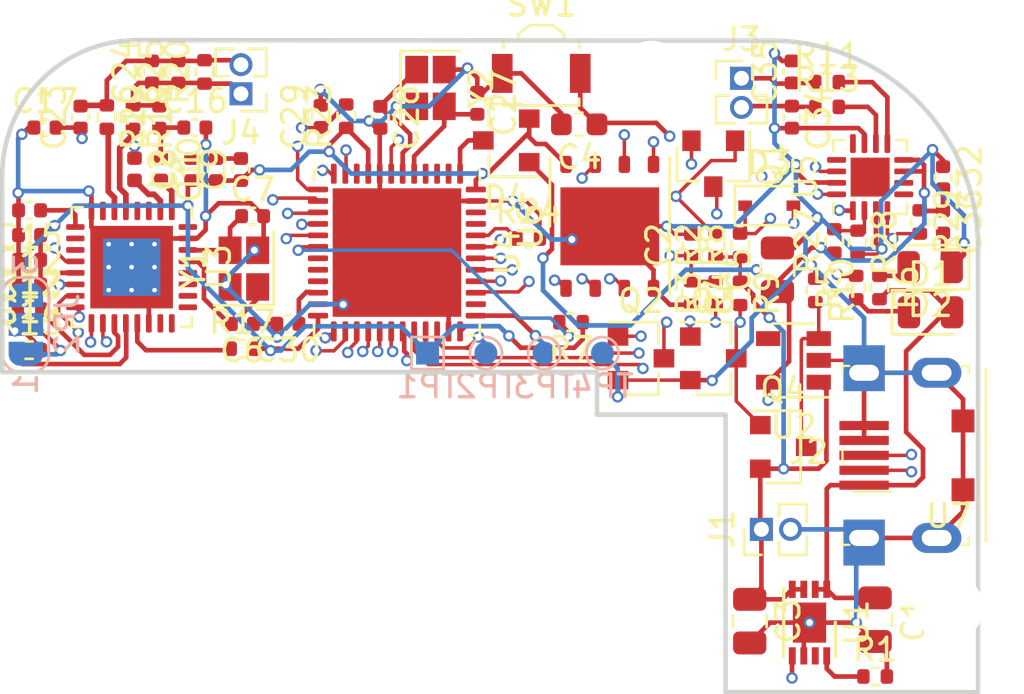
<source format=kicad_pcb>
(kicad_pcb (version 20171130) (host pcbnew "(5.1.9-0-10_14)")

  (general
    (thickness 1.6)
    (drawings 31)
    (tracks 875)
    (zones 0)
    (modules 81)
    (nets 86)
  )

  (page A4)
  (layers
    (0 F.Cu signal)
    (1 In1.Cu signal hide)
    (2 In2.Cu signal hide)
    (31 B.Cu signal hide)
    (32 B.Adhes user hide)
    (33 F.Adhes user hide)
    (34 B.Paste user hide)
    (35 F.Paste user hide)
    (36 B.SilkS user hide)
    (37 F.SilkS user hide)
    (38 B.Mask user hide)
    (39 F.Mask user hide)
    (40 Dwgs.User user hide)
    (41 Cmts.User user hide)
    (42 Eco1.User user hide)
    (43 Eco2.User user hide)
    (44 Edge.Cuts user)
    (45 Margin user hide)
    (46 B.CrtYd user hide)
    (47 F.CrtYd user hide)
    (48 B.Fab user hide)
    (49 F.Fab user hide)
  )

  (setup
    (last_trace_width 0.2032)
    (user_trace_width 0.1524)
    (user_trace_width 0.2032)
    (trace_clearance 0.1524)
    (zone_clearance 0.508)
    (zone_45_only no)
    (trace_min 0.1524)
    (via_size 0.8)
    (via_drill 0.4)
    (via_min_size 0.4)
    (via_min_drill 0.3)
    (user_via 0.5 0.3)
    (uvia_size 0.3)
    (uvia_drill 0.1)
    (uvias_allowed no)
    (uvia_min_size 0.2)
    (uvia_min_drill 0.1)
    (edge_width 0.05)
    (segment_width 0.2)
    (pcb_text_width 0.3)
    (pcb_text_size 1.5 1.5)
    (mod_edge_width 0.12)
    (mod_text_size 1 1)
    (mod_text_width 0.15)
    (pad_size 1.524 1.524)
    (pad_drill 0.762)
    (pad_to_mask_clearance 0)
    (aux_axis_origin 0 0)
    (visible_elements FFFFFF7F)
    (pcbplotparams
      (layerselection 0x010fc_ffffffff)
      (usegerberextensions false)
      (usegerberattributes true)
      (usegerberadvancedattributes true)
      (creategerberjobfile true)
      (excludeedgelayer true)
      (linewidth 0.100000)
      (plotframeref false)
      (viasonmask false)
      (mode 1)
      (useauxorigin false)
      (hpglpennumber 1)
      (hpglpenspeed 20)
      (hpglpendiameter 15.000000)
      (psnegative false)
      (psa4output false)
      (plotreference true)
      (plotvalue true)
      (plotinvisibletext false)
      (padsonsilk false)
      (subtractmaskfromsilk false)
      (outputformat 1)
      (mirror false)
      (drillshape 1)
      (scaleselection 1)
      (outputdirectory ""))
  )

  (net 0 "")
  (net 1 GND)
  (net 2 VBUS)
  (net 3 /CPU/ADC1_IN2)
  (net 4 +BATT)
  (net 5 /Power/PSU_BTN_RAW)
  (net 6 +3V3)
  (net 7 "Net-(C6-Pad2)")
  (net 8 "Net-(C7-Pad1)")
  (net 9 "Net-(C15-Pad1)")
  (net 10 "Net-(C16-Pad1)")
  (net 11 "Net-(C17-Pad2)")
  (net 12 "Net-(C20-Pad2)")
  (net 13 /CPU/HS_OSC0)
  (net 14 /CPU/HS_OSC1)
  (net 15 /CPU/NRST)
  (net 16 "Net-(C30-Pad1)")
  (net 17 /I2S_DAC_AMP/SPK_OUT-)
  (net 18 /I2S_DAC_AMP/SPKOUT+)
  (net 19 /Power/CHG_STAT_LED)
  (net 20 /Power/CHG_5V_LED)
  (net 21 /Power/PSU_EN)
  (net 22 "Net-(D4-Pad3)")
  (net 23 /CPU/USB_D-)
  (net 24 /CPU/USB_D+)
  (net 25 /CPU/SDIO_DET)
  (net 26 /CPU/SDIO_D0)
  (net 27 /CPU/SDIO_CLK)
  (net 28 /CPU/SDIO_CMD)
  (net 29 /CPU/SDIO_D3)
  (net 30 /CPU/SDIO_D2)
  (net 31 /CPU/SDIO_D1)
  (net 32 "Net-(L2-Pad2)")
  (net 33 /CPU/MEAS_EN)
  (net 34 /CPU/BTN_PWR)
  (net 35 /CPU/PW_HOLD)
  (net 36 /Power/PSU_EN_BUF)
  (net 37 /Power/CHG_PROG)
  (net 38 "Net-(R5-Pad2)")
  (net 39 "Net-(R17-Pad1)")
  (net 40 "Net-(R18-Pad2)")
  (net 41 "Net-(R19-Pad2)")
  (net 42 "Net-(R24-Pad1)")
  (net 43 /I2S_DAC_AMP/GAIN)
  (net 44 /I2S_DAC_AMP/I2S_SD_MODE)
  (net 45 "Net-(U2-Pad4)")
  (net 46 "Net-(U4-Pad45)")
  (net 47 /CPU/NFC_RX)
  (net 48 /CPU/NFC_MISO)
  (net 49 "Net-(U4-Pad38)")
  (net 50 /CPU/SWCLK)
  (net 51 /CPU/SWDIO)
  (net 52 /CPU/NFC_TX)
  (net 53 /CPU/DAC_BCLK)
  (net 54 /CPU/DAC_LRCK)
  (net 55 "Net-(U4-Pad21)")
  (net 56 "Net-(U4-Pad20)")
  (net 57 "Net-(U4-Pad19)")
  (net 58 /CPU/NFC_SPI_MOSI)
  (net 59 /CPU/NFC_SPI_SCK)
  (net 60 /CPU/NFC_SPI_CS)
  (net 61 /CPU/DAC_DATA)
  (net 62 "Net-(U4-Pad10)")
  (net 63 "Net-(U4-Pad4)")
  (net 64 "Net-(U4-Pad3)")
  (net 65 "Net-(U4-Pad2)")
  (net 66 "Net-(U3-Pad28)")
  (net 67 "Net-(U3-Pad27)")
  (net 68 "Net-(U3-Pad26)")
  (net 69 "Net-(U3-Pad25)")
  (net 70 "Net-(U3-Pad24)")
  (net 71 "Net-(U3-Pad23)")
  (net 72 "Net-(U3-Pad11)")
  (net 73 "Net-(U3-Pad10)")
  (net 74 "Net-(U3-Pad7)")
  (net 75 "Net-(U3-Pad4)")
  (net 76 "Net-(U3-Pad3)")
  (net 77 "Net-(L1-Pad2)")
  (net 78 "Net-(C23-Pad2)")
  (net 79 "Net-(JP2-Pad2)")
  (net 80 "Net-(R11-Pad2)")
  (net 81 "Net-(R12-Pad2)")
  (net 82 "Net-(R13-Pad2)")
  (net 83 "Net-(R15-Pad1)")
  (net 84 "Net-(Q1-Pad3)")
  (net 85 "Net-(U1-Pad7)")

  (net_class Default "This is the default net class."
    (clearance 0.1524)
    (trace_width 0.1524)
    (via_dia 0.8)
    (via_drill 0.4)
    (uvia_dia 0.3)
    (uvia_drill 0.1)
    (add_net +3V3)
    (add_net +BATT)
    (add_net /CPU/ADC1_IN2)
    (add_net /CPU/BTN_PWR)
    (add_net /CPU/DAC_BCLK)
    (add_net /CPU/DAC_DATA)
    (add_net /CPU/DAC_LRCK)
    (add_net /CPU/HS_OSC0)
    (add_net /CPU/HS_OSC1)
    (add_net /CPU/MEAS_EN)
    (add_net /CPU/NFC_MISO)
    (add_net /CPU/NFC_RX)
    (add_net /CPU/NFC_SPI_CS)
    (add_net /CPU/NFC_SPI_MOSI)
    (add_net /CPU/NFC_SPI_SCK)
    (add_net /CPU/NFC_TX)
    (add_net /CPU/NRST)
    (add_net /CPU/PW_HOLD)
    (add_net /CPU/SDIO_CLK)
    (add_net /CPU/SDIO_CMD)
    (add_net /CPU/SDIO_D0)
    (add_net /CPU/SDIO_D1)
    (add_net /CPU/SDIO_D2)
    (add_net /CPU/SDIO_D3)
    (add_net /CPU/SDIO_DET)
    (add_net /CPU/SWCLK)
    (add_net /CPU/SWDIO)
    (add_net /CPU/USB_D+)
    (add_net /CPU/USB_D-)
    (add_net /I2S_DAC_AMP/GAIN)
    (add_net /I2S_DAC_AMP/I2S_SD_MODE)
    (add_net /I2S_DAC_AMP/SPKOUT+)
    (add_net /I2S_DAC_AMP/SPK_OUT-)
    (add_net /Power/CHG_5V_LED)
    (add_net /Power/CHG_PROG)
    (add_net /Power/CHG_STAT_LED)
    (add_net /Power/PSU_BTN_RAW)
    (add_net /Power/PSU_EN)
    (add_net /Power/PSU_EN_BUF)
    (add_net GND)
    (add_net "Net-(C15-Pad1)")
    (add_net "Net-(C16-Pad1)")
    (add_net "Net-(C17-Pad2)")
    (add_net "Net-(C20-Pad2)")
    (add_net "Net-(C23-Pad2)")
    (add_net "Net-(C30-Pad1)")
    (add_net "Net-(C6-Pad2)")
    (add_net "Net-(C7-Pad1)")
    (add_net "Net-(D4-Pad3)")
    (add_net "Net-(JP2-Pad2)")
    (add_net "Net-(L1-Pad2)")
    (add_net "Net-(L2-Pad2)")
    (add_net "Net-(Q1-Pad3)")
    (add_net "Net-(R11-Pad2)")
    (add_net "Net-(R12-Pad2)")
    (add_net "Net-(R13-Pad2)")
    (add_net "Net-(R15-Pad1)")
    (add_net "Net-(R17-Pad1)")
    (add_net "Net-(R18-Pad2)")
    (add_net "Net-(R19-Pad2)")
    (add_net "Net-(R24-Pad1)")
    (add_net "Net-(R5-Pad2)")
    (add_net "Net-(U1-Pad7)")
    (add_net "Net-(U2-Pad4)")
    (add_net "Net-(U3-Pad10)")
    (add_net "Net-(U3-Pad11)")
    (add_net "Net-(U3-Pad23)")
    (add_net "Net-(U3-Pad24)")
    (add_net "Net-(U3-Pad25)")
    (add_net "Net-(U3-Pad26)")
    (add_net "Net-(U3-Pad27)")
    (add_net "Net-(U3-Pad28)")
    (add_net "Net-(U3-Pad3)")
    (add_net "Net-(U3-Pad4)")
    (add_net "Net-(U3-Pad7)")
    (add_net "Net-(U4-Pad10)")
    (add_net "Net-(U4-Pad19)")
    (add_net "Net-(U4-Pad2)")
    (add_net "Net-(U4-Pad20)")
    (add_net "Net-(U4-Pad21)")
    (add_net "Net-(U4-Pad3)")
    (add_net "Net-(U4-Pad38)")
    (add_net "Net-(U4-Pad4)")
    (add_net "Net-(U4-Pad45)")
    (add_net VBUS)
  )

  (module Capacitor_SMD:C_0402_1005Metric (layer F.Cu) (tedit 5F68FEEE) (tstamp 6106F40F)
    (at 71.1708 72.898 90)
    (descr "Capacitor SMD 0402 (1005 Metric), square (rectangular) end terminal, IPC_7351 nominal, (Body size source: IPC-SM-782 page 76, https://www.pcb-3d.com/wordpress/wp-content/uploads/ipc-sm-782a_amendment_1_and_2.pdf), generated with kicad-footprint-generator")
    (tags capacitor)
    (path /60FE1698/6159E892)
    (attr smd)
    (fp_text reference C2 (at 0 -1.43 90) (layer F.SilkS)
      (effects (font (size 1 1) (thickness 0.15)))
    )
    (fp_text value 100nF (at 0 1.43 90) (layer F.Fab)
      (effects (font (size 1 1) (thickness 0.15)))
    )
    (fp_text user %R (at 0 0 90) (layer F.Fab)
      (effects (font (size 0.4 0.4) (thickness 0.06)))
    )
    (fp_line (start -0.5 0.25) (end -0.5 -0.25) (layer F.Fab) (width 0.1))
    (fp_line (start -0.5 -0.25) (end 0.5 -0.25) (layer F.Fab) (width 0.1))
    (fp_line (start 0.5 -0.25) (end 0.5 0.25) (layer F.Fab) (width 0.1))
    (fp_line (start 0.5 0.25) (end -0.5 0.25) (layer F.Fab) (width 0.1))
    (fp_line (start -0.107836 -0.36) (end 0.107836 -0.36) (layer F.SilkS) (width 0.12))
    (fp_line (start -0.107836 0.36) (end 0.107836 0.36) (layer F.SilkS) (width 0.12))
    (fp_line (start -0.91 0.46) (end -0.91 -0.46) (layer F.CrtYd) (width 0.05))
    (fp_line (start -0.91 -0.46) (end 0.91 -0.46) (layer F.CrtYd) (width 0.05))
    (fp_line (start 0.91 -0.46) (end 0.91 0.46) (layer F.CrtYd) (width 0.05))
    (fp_line (start 0.91 0.46) (end -0.91 0.46) (layer F.CrtYd) (width 0.05))
    (pad 2 smd roundrect (at 0.48 0 90) (size 0.56 0.62) (layers F.Cu F.Paste F.Mask) (roundrect_rratio 0.25)
      (net 1 GND))
    (pad 1 smd roundrect (at -0.48 0 90) (size 0.56 0.62) (layers F.Cu F.Paste F.Mask) (roundrect_rratio 0.25)
      (net 3 /CPU/ADC1_IN2))
    (model ${KISYS3DMOD}/Capacitor_SMD.3dshapes/C_0402_1005Metric.wrl
      (at (xyz 0 0 0))
      (scale (xyz 1 1 1))
      (rotate (xyz 0 0 0))
    )
  )

  (module MountingHole:MountingHole_3mm (layer F.Cu) (tedit 56D1B4CB) (tstamp 610D9DFF)
    (at 82.3976 88.6968)
    (descr "Mounting Hole 3mm, no annular")
    (tags "mounting hole 3mm no annular")
    (path /6115AFF4)
    (attr virtual)
    (fp_text reference U7 (at 0 -4) (layer F.SilkS)
      (effects (font (size 1 1) (thickness 0.15)))
    )
    (fp_text value MOUNTINGHOLE3.0 (at 0 4) (layer F.Fab)
      (effects (font (size 1 1) (thickness 0.15)))
    )
    (fp_text user %R (at 0.3 0) (layer F.Fab)
      (effects (font (size 1 1) (thickness 0.15)))
    )
    (fp_circle (center 0 0) (end 3 0) (layer Cmts.User) (width 0.15))
    (fp_circle (center 0 0) (end 3.25 0) (layer F.CrtYd) (width 0.05))
    (pad 1 np_thru_hole circle (at 0 0) (size 3 3) (drill 3) (layers *.Cu *.Mask))
  )

  (module MountingHole:MountingHole_3mm (layer F.Cu) (tedit 56D1B4CB) (tstamp 610D9197)
    (at 69.4436 65.4812)
    (descr "Mounting Hole 3mm, no annular")
    (tags "mounting hole 3mm no annular")
    (path /6115ABB0)
    (attr virtual)
    (fp_text reference 1 (at 2.0828 -1.1176) (layer F.SilkS) hide
      (effects (font (size 1 1) (thickness 0.15)))
    )
    (fp_text value MOUNTINGHOLE3.0 (at 0 4) (layer F.Fab)
      (effects (font (size 1 1) (thickness 0.15)))
    )
    (fp_text user %R (at 0.3 0) (layer F.Fab)
      (effects (font (size 1 1) (thickness 0.15)))
    )
    (fp_circle (center 0 0) (end 3 0) (layer Cmts.User) (width 0.15))
    (fp_circle (center 0 0) (end 3.25 0) (layer F.CrtYd) (width 0.05))
    (pad 1 np_thru_hole circle (at 0 0) (size 3 3) (drill 3) (layers *.Cu *.Mask))
  )

  (module Button_Switch_SMD:SW_SPST_B3U-3000P (layer F.Cu) (tedit 5A02FC95) (tstamp 610D4047)
    (at 64.643 65.405)
    (descr "Ultra-small-sized Tactile Switch with High Contact Reliability, Side-actuated Model, without Ground Terminal, without Boss")
    (tags "Tactile Switch")
    (path /60FE1698/615B2DE1)
    (attr smd)
    (fp_text reference SW1 (at 0 -3) (layer F.SilkS)
      (effects (font (size 1 1) (thickness 0.15)))
    )
    (fp_text value SW_Push (at 0 2.5) (layer F.Fab) hide
      (effects (font (size 1 1) (thickness 0.15)))
    )
    (fp_text user %R (at 0 -3) (layer F.Fab) hide
      (effects (font (size 1 1) (thickness 0.15)))
    )
    (fp_line (start -1.25 -1.65) (end -1.25 -2.35) (layer F.CrtYd) (width 0.05))
    (fp_line (start -1.25 -2.35) (end 1.25 -2.35) (layer F.CrtYd) (width 0.05))
    (fp_line (start 1.25 -2.35) (end 1.25 -1.65) (layer F.CrtYd) (width 0.05))
    (fp_line (start 1.25 -1.65) (end 2.4 -1.65) (layer F.CrtYd) (width 0.05))
    (fp_line (start -0.5 -2.1) (end -1 -1.72) (layer F.SilkS) (width 0.12))
    (fp_line (start -1 -1.72) (end -1 -1.4) (layer F.SilkS) (width 0.12))
    (fp_line (start -0.5 -2.1) (end 0.5 -2.1) (layer F.SilkS) (width 0.12))
    (fp_line (start 0.5 -2.1) (end 1 -1.72) (layer F.SilkS) (width 0.12))
    (fp_line (start 1 -1.72) (end 1 -1.4) (layer F.SilkS) (width 0.12))
    (fp_line (start -0.85 -1.25) (end -0.85 -1.65) (layer F.Fab) (width 0.1))
    (fp_line (start -0.85 -1.65) (end -0.45 -1.95) (layer F.Fab) (width 0.1))
    (fp_line (start -0.45 -1.95) (end 0.45 -1.95) (layer F.Fab) (width 0.1))
    (fp_line (start 0.45 -1.95) (end 0.85 -1.65) (layer F.Fab) (width 0.1))
    (fp_line (start 0.85 -1.65) (end 0.85 -1.25) (layer F.Fab) (width 0.1))
    (fp_line (start -1.65 1.4) (end 1.65 1.4) (layer F.SilkS) (width 0.12))
    (fp_line (start -2.4 1.65) (end 2.4 1.65) (layer F.CrtYd) (width 0.05))
    (fp_line (start 2.4 1.65) (end 2.4 -1.65) (layer F.CrtYd) (width 0.05))
    (fp_line (start -1.25 -1.65) (end -2.4 -1.65) (layer F.CrtYd) (width 0.05))
    (fp_line (start -2.4 -1.65) (end -2.4 1.65) (layer F.CrtYd) (width 0.05))
    (fp_line (start -1.65 1.1) (end -1.65 1.4) (layer F.SilkS) (width 0.12))
    (fp_line (start 1.65 1.4) (end 1.65 1.1) (layer F.SilkS) (width 0.12))
    (fp_line (start -1.65 -1.1) (end -1.65 -1.4) (layer F.SilkS) (width 0.12))
    (fp_line (start -1.65 -1.4) (end 1.65 -1.4) (layer F.SilkS) (width 0.12))
    (fp_line (start 1.65 -1.4) (end 1.65 -1.1) (layer F.SilkS) (width 0.12))
    (fp_line (start -1.5 -1.25) (end 1.5 -1.25) (layer F.Fab) (width 0.1))
    (fp_line (start 1.5 -1.25) (end 1.5 1.25) (layer F.Fab) (width 0.1))
    (fp_line (start 1.5 1.25) (end -1.5 1.25) (layer F.Fab) (width 0.1))
    (fp_line (start -1.5 1.25) (end -1.5 -1.25) (layer F.Fab) (width 0.1))
    (pad 2 smd rect (at 1.7 0) (size 0.9 1.7) (layers F.Cu F.Paste F.Mask)
      (net 5 /Power/PSU_BTN_RAW))
    (pad 1 smd rect (at -1.7 0) (size 0.9 1.7) (layers F.Cu F.Paste F.Mask)
      (net 1 GND))
    (model ${KISYS3DMOD}/Button_Switch_SMD.3dshapes/SW_SPST_B3U-3000P.wrl
      (at (xyz 0 0 0))
      (scale (xyz 1 1 1))
      (rotate (xyz 0 0 0))
    )
  )

  (module Package_DFN_QFN:DFN-8-1EP_3x2mm_P0.5mm_EP1.75x1.45mm (layer F.Cu) (tedit 5EA4BDA6) (tstamp 610CEFCB)
    (at 76.327 89.3445 270)
    (descr "8-Lead Plastic Dual Flat, No Lead Package (MC) - 2x3x0.9 mm Body [DFN] (see Microchip Packaging Specification 00000049BS.pdf)")
    (tags "DFN 0.5")
    (path /60FE1698/610E217F)
    (attr smd)
    (fp_text reference U1 (at 0 -2.05 90) (layer F.SilkS)
      (effects (font (size 1 1) (thickness 0.15)))
    )
    (fp_text value MCP73831-2-OT_copy (at 0 2.05 90) (layer F.Fab) hide
      (effects (font (size 1 1) (thickness 0.15)))
    )
    (fp_text user %R (at 0 0 90) (layer F.Fab)
      (effects (font (size 0.7 0.7) (thickness 0.105)))
    )
    (fp_line (start -0.5 -1) (end 1.5 -1) (layer F.Fab) (width 0.15))
    (fp_line (start 1.5 -1) (end 1.5 1) (layer F.Fab) (width 0.15))
    (fp_line (start 1.5 1) (end -1.5 1) (layer F.Fab) (width 0.15))
    (fp_line (start -1.5 1) (end -1.5 0) (layer F.Fab) (width 0.15))
    (fp_line (start -1.5 0) (end -0.5 -1) (layer F.Fab) (width 0.15))
    (fp_line (start -2.1 -1.3) (end -2.1 1.3) (layer F.CrtYd) (width 0.05))
    (fp_line (start 2.1 -1.3) (end 2.1 1.3) (layer F.CrtYd) (width 0.05))
    (fp_line (start -2.1 -1.3) (end 2.1 -1.3) (layer F.CrtYd) (width 0.05))
    (fp_line (start -2.1 1.3) (end 2.1 1.3) (layer F.CrtYd) (width 0.05))
    (fp_line (start -1.5 1.125) (end 1.5 1.125) (layer F.SilkS) (width 0.15))
    (fp_line (start 0 -1.125) (end 1.5 -1.125) (layer F.SilkS) (width 0.15))
    (pad "" smd rect (at -0.4375 -0.3625 270) (size 0.71 0.58) (layers F.Paste))
    (pad "" smd rect (at 0.4375 -0.3625 270) (size 0.71 0.58) (layers F.Paste))
    (pad "" smd rect (at 0.4375 0.3625 270) (size 0.71 0.58) (layers F.Paste))
    (pad 9 smd rect (at 0 0 270) (size 1.75 1.45) (layers F.Cu F.Mask)
      (net 1 GND))
    (pad "" smd rect (at -0.4375 0.3625 270) (size 0.71 0.58) (layers F.Paste))
    (pad 8 smd rect (at 1.45 -0.75 270) (size 0.75 0.3) (layers F.Cu F.Paste F.Mask)
      (net 37 /Power/CHG_PROG))
    (pad 7 smd rect (at 1.45 -0.25 270) (size 0.75 0.3) (layers F.Cu F.Paste F.Mask)
      (net 85 "Net-(U1-Pad7)"))
    (pad 6 smd rect (at 1.45 0.25 270) (size 0.75 0.3) (layers F.Cu F.Paste F.Mask)
      (net 1 GND))
    (pad 5 smd rect (at 1.45 0.75 270) (size 0.75 0.3) (layers F.Cu F.Paste F.Mask)
      (net 38 "Net-(R5-Pad2)"))
    (pad 4 smd rect (at -1.45 0.75 270) (size 0.75 0.3) (layers F.Cu F.Paste F.Mask)
      (net 4 +BATT))
    (pad 3 smd rect (at -1.45 0.25 270) (size 0.75 0.3) (layers F.Cu F.Paste F.Mask)
      (net 4 +BATT))
    (pad 2 smd rect (at -1.45 -0.25 270) (size 0.75 0.3) (layers F.Cu F.Paste F.Mask)
      (net 2 VBUS))
    (pad 1 smd rect (at -1.45 -0.75 270) (size 0.75 0.3) (layers F.Cu F.Paste F.Mask)
      (net 2 VBUS))
    (model ${KISYS3DMOD}/Package_DFN_QFN.3dshapes/DFN-8-1EP_3x2mm_P0.5mm_EP1.75x1.45mm.wrl
      (at (xyz 0 0 0))
      (scale (xyz 1 1 1))
      (rotate (xyz 0 0 0))
    )
  )

  (module TestPoint:TestPoint_Pad_D1.0mm (layer B.Cu) (tedit 5A0F774F) (tstamp 610ED8C9)
    (at 67.31 77.597)
    (descr "SMD pad as test Point, diameter 1.0mm")
    (tags "test point SMD pad")
    (path /60FFCEAC/6123408A)
    (attr virtual)
    (fp_text reference TP4 (at 0 1.448) (layer B.SilkS)
      (effects (font (size 1 1) (thickness 0.15)) (justify mirror))
    )
    (fp_text value GND (at 0 -1.55) (layer B.Fab)
      (effects (font (size 1 1) (thickness 0.15)) (justify mirror))
    )
    (fp_circle (center 0 0) (end 0 -0.7) (layer B.SilkS) (width 0.12))
    (fp_circle (center 0 0) (end 1 0) (layer B.CrtYd) (width 0.05))
    (fp_text user %R (at 0 1.45) (layer B.Fab)
      (effects (font (size 1 1) (thickness 0.15)) (justify mirror))
    )
    (pad 1 smd circle (at 0 0) (size 1 1) (layers B.Cu B.Mask)
      (net 1 GND))
  )

  (module TestPoint:TestPoint_Pad_D1.0mm (layer B.Cu) (tedit 5A0F774F) (tstamp 610ED8C1)
    (at 64.77 77.597)
    (descr "SMD pad as test Point, diameter 1.0mm")
    (tags "test point SMD pad")
    (path /60FFCEAC/61233EBE)
    (attr virtual)
    (fp_text reference TP3 (at 0 1.448) (layer B.SilkS)
      (effects (font (size 1 1) (thickness 0.15)) (justify mirror))
    )
    (fp_text value SWCLK (at 0 -1.55) (layer B.Fab)
      (effects (font (size 1 1) (thickness 0.15)) (justify mirror))
    )
    (fp_circle (center 0 0) (end 0 -0.7) (layer B.SilkS) (width 0.12))
    (fp_circle (center 0 0) (end 1 0) (layer B.CrtYd) (width 0.05))
    (fp_text user %R (at 0 1.45) (layer B.Fab)
      (effects (font (size 1 1) (thickness 0.15)) (justify mirror))
    )
    (pad 1 smd circle (at 0 0) (size 1 1) (layers B.Cu B.Mask)
      (net 50 /CPU/SWCLK))
  )

  (module TestPoint:TestPoint_Pad_D1.0mm (layer B.Cu) (tedit 5A0F774F) (tstamp 610ED8B9)
    (at 62.23 77.597)
    (descr "SMD pad as test Point, diameter 1.0mm")
    (tags "test point SMD pad")
    (path /60FFCEAC/61233CAA)
    (attr virtual)
    (fp_text reference TP2 (at 0 1.448) (layer B.SilkS)
      (effects (font (size 1 1) (thickness 0.15)) (justify mirror))
    )
    (fp_text value SWDIO (at 0 -1.55) (layer B.Fab)
      (effects (font (size 1 1) (thickness 0.15)) (justify mirror))
    )
    (fp_circle (center 0 0) (end 0 -0.7) (layer B.SilkS) (width 0.12))
    (fp_circle (center 0 0) (end 1 0) (layer B.CrtYd) (width 0.05))
    (fp_text user %R (at 0 1.45) (layer B.Fab)
      (effects (font (size 1 1) (thickness 0.15)) (justify mirror))
    )
    (pad 1 smd circle (at 0 0) (size 1 1) (layers B.Cu B.Mask)
      (net 51 /CPU/SWDIO))
  )

  (module TestPoint:TestPoint_Pad_1.0x1.0mm (layer B.Cu) (tedit 5A0F774F) (tstamp 610EDC7A)
    (at 59.69 77.597)
    (descr "SMD rectangular pad as test Point, square 1.0mm side length")
    (tags "test point SMD pad rectangle square")
    (path /60FFCEAC/612325F8)
    (attr virtual)
    (fp_text reference TP1 (at 0 1.448) (layer B.SilkS)
      (effects (font (size 1 1) (thickness 0.15)) (justify mirror))
    )
    (fp_text value 3v3 (at 0 -1.55) (layer B.Fab)
      (effects (font (size 1 1) (thickness 0.15)) (justify mirror))
    )
    (fp_line (start 1 -1) (end -1 -1) (layer B.CrtYd) (width 0.05))
    (fp_line (start 1 -1) (end 1 1) (layer B.CrtYd) (width 0.05))
    (fp_line (start -1 1) (end -1 -1) (layer B.CrtYd) (width 0.05))
    (fp_line (start -1 1) (end 1 1) (layer B.CrtYd) (width 0.05))
    (fp_line (start -0.7 -0.7) (end -0.7 0.7) (layer B.SilkS) (width 0.12))
    (fp_line (start 0.7 -0.7) (end -0.7 -0.7) (layer B.SilkS) (width 0.12))
    (fp_line (start 0.7 0.7) (end 0.7 -0.7) (layer B.SilkS) (width 0.12))
    (fp_line (start -0.7 0.7) (end 0.7 0.7) (layer B.SilkS) (width 0.12))
    (fp_text user %R (at 0 1.45) (layer B.Fab)
      (effects (font (size 1 1) (thickness 0.15)) (justify mirror))
    )
    (pad 1 smd rect (at 0 0) (size 1 1) (layers B.Cu B.Mask)
      (net 6 +3V3))
  )

  (module Capacitor_SMD:C_0402_1005Metric (layer F.Cu) (tedit 5F68FEEE) (tstamp 610C9EC5)
    (at 42.3545 71.374 180)
    (descr "Capacitor SMD 0402 (1005 Metric), square (rectangular) end terminal, IPC_7351 nominal, (Body size source: IPC-SM-782 page 76, https://www.pcb-3d.com/wordpress/wp-content/uploads/ipc-sm-782a_amendment_1_and_2.pdf), generated with kicad-footprint-generator")
    (tags capacitor)
    (path /60FE21EE/614DFE99)
    (attr smd)
    (fp_text reference C15 (at 0 -1.16) (layer F.SilkS)
      (effects (font (size 1 1) (thickness 0.15)))
    )
    (fp_text value 1nF (at 0 1.16) (layer F.Fab) hide
      (effects (font (size 1 1) (thickness 0.15)))
    )
    (fp_line (start 0.91 0.46) (end -0.91 0.46) (layer F.CrtYd) (width 0.05))
    (fp_line (start 0.91 -0.46) (end 0.91 0.46) (layer F.CrtYd) (width 0.05))
    (fp_line (start -0.91 -0.46) (end 0.91 -0.46) (layer F.CrtYd) (width 0.05))
    (fp_line (start -0.91 0.46) (end -0.91 -0.46) (layer F.CrtYd) (width 0.05))
    (fp_line (start -0.107836 0.36) (end 0.107836 0.36) (layer F.SilkS) (width 0.12))
    (fp_line (start -0.107836 -0.36) (end 0.107836 -0.36) (layer F.SilkS) (width 0.12))
    (fp_line (start 0.5 0.25) (end -0.5 0.25) (layer F.Fab) (width 0.1))
    (fp_line (start 0.5 -0.25) (end 0.5 0.25) (layer F.Fab) (width 0.1))
    (fp_line (start -0.5 -0.25) (end 0.5 -0.25) (layer F.Fab) (width 0.1))
    (fp_line (start -0.5 0.25) (end -0.5 -0.25) (layer F.Fab) (width 0.1))
    (fp_text user %R (at 0 0 90) (layer F.Fab)
      (effects (font (size 0.25 0.25) (thickness 0.04)))
    )
    (pad 2 smd roundrect (at 0.48 0 180) (size 0.56 0.62) (layers F.Cu F.Paste F.Mask) (roundrect_rratio 0.25)
      (net 1 GND))
    (pad 1 smd roundrect (at -0.48 0 180) (size 0.56 0.62) (layers F.Cu F.Paste F.Mask) (roundrect_rratio 0.25)
      (net 9 "Net-(C15-Pad1)"))
    (model ${KISYS3DMOD}/Capacitor_SMD.3dshapes/C_0402_1005Metric.wrl
      (at (xyz 0 0 0))
      (scale (xyz 1 1 1))
      (rotate (xyz 0 0 0))
    )
  )

  (module Capacitor_SMD:C_0402_1005Metric (layer F.Cu) (tedit 5F68FEEE) (tstamp 610C9EB4)
    (at 42.3545 74.6125 180)
    (descr "Capacitor SMD 0402 (1005 Metric), square (rectangular) end terminal, IPC_7351 nominal, (Body size source: IPC-SM-782 page 76, https://www.pcb-3d.com/wordpress/wp-content/uploads/ipc-sm-782a_amendment_1_and_2.pdf), generated with kicad-footprint-generator")
    (tags capacitor)
    (path /60FE21EE/614DFE77)
    (attr smd)
    (fp_text reference C14 (at 0 -1.16) (layer F.SilkS)
      (effects (font (size 1 1) (thickness 0.15)))
    )
    (fp_text value 100nF (at 0 1.16) (layer F.Fab) hide
      (effects (font (size 1 1) (thickness 0.15)))
    )
    (fp_line (start 0.91 0.46) (end -0.91 0.46) (layer F.CrtYd) (width 0.05))
    (fp_line (start 0.91 -0.46) (end 0.91 0.46) (layer F.CrtYd) (width 0.05))
    (fp_line (start -0.91 -0.46) (end 0.91 -0.46) (layer F.CrtYd) (width 0.05))
    (fp_line (start -0.91 0.46) (end -0.91 -0.46) (layer F.CrtYd) (width 0.05))
    (fp_line (start -0.107836 0.36) (end 0.107836 0.36) (layer F.SilkS) (width 0.12))
    (fp_line (start -0.107836 -0.36) (end 0.107836 -0.36) (layer F.SilkS) (width 0.12))
    (fp_line (start 0.5 0.25) (end -0.5 0.25) (layer F.Fab) (width 0.1))
    (fp_line (start 0.5 -0.25) (end 0.5 0.25) (layer F.Fab) (width 0.1))
    (fp_line (start -0.5 -0.25) (end 0.5 -0.25) (layer F.Fab) (width 0.1))
    (fp_line (start -0.5 0.25) (end -0.5 -0.25) (layer F.Fab) (width 0.1))
    (fp_text user %R (at 0 0 90) (layer F.Fab)
      (effects (font (size 0.25 0.25) (thickness 0.04)))
    )
    (pad 2 smd roundrect (at 0.48 0 180) (size 0.56 0.62) (layers F.Cu F.Paste F.Mask) (roundrect_rratio 0.25)
      (net 1 GND))
    (pad 1 smd roundrect (at -0.48 0 180) (size 0.56 0.62) (layers F.Cu F.Paste F.Mask) (roundrect_rratio 0.25)
      (net 6 +3V3))
    (model ${KISYS3DMOD}/Capacitor_SMD.3dshapes/C_0402_1005Metric.wrl
      (at (xyz 0 0 0))
      (scale (xyz 1 1 1))
      (rotate (xyz 0 0 0))
    )
  )

  (module Capacitor_SMD:C_0402_1005Metric (layer F.Cu) (tedit 5F68FEEE) (tstamp 610C9EA3)
    (at 42.3545 73.533 180)
    (descr "Capacitor SMD 0402 (1005 Metric), square (rectangular) end terminal, IPC_7351 nominal, (Body size source: IPC-SM-782 page 76, https://www.pcb-3d.com/wordpress/wp-content/uploads/ipc-sm-782a_amendment_1_and_2.pdf), generated with kicad-footprint-generator")
    (tags capacitor)
    (path /60FE21EE/614DFE71)
    (attr smd)
    (fp_text reference C13 (at 0 -1.16) (layer F.SilkS)
      (effects (font (size 1 1) (thickness 0.15)))
    )
    (fp_text value 1uF (at 0 1.16) (layer F.Fab) hide
      (effects (font (size 1 1) (thickness 0.15)))
    )
    (fp_line (start 0.91 0.46) (end -0.91 0.46) (layer F.CrtYd) (width 0.05))
    (fp_line (start 0.91 -0.46) (end 0.91 0.46) (layer F.CrtYd) (width 0.05))
    (fp_line (start -0.91 -0.46) (end 0.91 -0.46) (layer F.CrtYd) (width 0.05))
    (fp_line (start -0.91 0.46) (end -0.91 -0.46) (layer F.CrtYd) (width 0.05))
    (fp_line (start -0.107836 0.36) (end 0.107836 0.36) (layer F.SilkS) (width 0.12))
    (fp_line (start -0.107836 -0.36) (end 0.107836 -0.36) (layer F.SilkS) (width 0.12))
    (fp_line (start 0.5 0.25) (end -0.5 0.25) (layer F.Fab) (width 0.1))
    (fp_line (start 0.5 -0.25) (end 0.5 0.25) (layer F.Fab) (width 0.1))
    (fp_line (start -0.5 -0.25) (end 0.5 -0.25) (layer F.Fab) (width 0.1))
    (fp_line (start -0.5 0.25) (end -0.5 -0.25) (layer F.Fab) (width 0.1))
    (fp_text user %R (at 0 0 90) (layer F.Fab)
      (effects (font (size 0.25 0.25) (thickness 0.04)))
    )
    (pad 2 smd roundrect (at 0.48 0 180) (size 0.56 0.62) (layers F.Cu F.Paste F.Mask) (roundrect_rratio 0.25)
      (net 1 GND))
    (pad 1 smd roundrect (at -0.48 0 180) (size 0.56 0.62) (layers F.Cu F.Paste F.Mask) (roundrect_rratio 0.25)
      (net 6 +3V3))
    (model ${KISYS3DMOD}/Capacitor_SMD.3dshapes/C_0402_1005Metric.wrl
      (at (xyz 0 0 0))
      (scale (xyz 1 1 1))
      (rotate (xyz 0 0 0))
    )
  )

  (module Capacitor_SMD:C_0402_1005Metric (layer F.Cu) (tedit 5F68FEEE) (tstamp 610C9E92)
    (at 42.3545 72.4535 180)
    (descr "Capacitor SMD 0402 (1005 Metric), square (rectangular) end terminal, IPC_7351 nominal, (Body size source: IPC-SM-782 page 76, https://www.pcb-3d.com/wordpress/wp-content/uploads/ipc-sm-782a_amendment_1_and_2.pdf), generated with kicad-footprint-generator")
    (tags capacitor)
    (path /60FE21EE/614DFE7D)
    (attr smd)
    (fp_text reference C12 (at 0 -1.16) (layer F.SilkS)
      (effects (font (size 1 1) (thickness 0.15)))
    )
    (fp_text value 10nF (at 0 1.16) (layer F.Fab) hide
      (effects (font (size 1 1) (thickness 0.15)))
    )
    (fp_line (start 0.91 0.46) (end -0.91 0.46) (layer F.CrtYd) (width 0.05))
    (fp_line (start 0.91 -0.46) (end 0.91 0.46) (layer F.CrtYd) (width 0.05))
    (fp_line (start -0.91 -0.46) (end 0.91 -0.46) (layer F.CrtYd) (width 0.05))
    (fp_line (start -0.91 0.46) (end -0.91 -0.46) (layer F.CrtYd) (width 0.05))
    (fp_line (start -0.107836 0.36) (end 0.107836 0.36) (layer F.SilkS) (width 0.12))
    (fp_line (start -0.107836 -0.36) (end 0.107836 -0.36) (layer F.SilkS) (width 0.12))
    (fp_line (start 0.5 0.25) (end -0.5 0.25) (layer F.Fab) (width 0.1))
    (fp_line (start 0.5 -0.25) (end 0.5 0.25) (layer F.Fab) (width 0.1))
    (fp_line (start -0.5 -0.25) (end 0.5 -0.25) (layer F.Fab) (width 0.1))
    (fp_line (start -0.5 0.25) (end -0.5 -0.25) (layer F.Fab) (width 0.1))
    (fp_text user %R (at 0 0 90) (layer F.Fab)
      (effects (font (size 0.25 0.25) (thickness 0.04)))
    )
    (pad 2 smd roundrect (at 0.48 0 180) (size 0.56 0.62) (layers F.Cu F.Paste F.Mask) (roundrect_rratio 0.25)
      (net 1 GND))
    (pad 1 smd roundrect (at -0.48 0 180) (size 0.56 0.62) (layers F.Cu F.Paste F.Mask) (roundrect_rratio 0.25)
      (net 6 +3V3))
    (model ${KISYS3DMOD}/Capacitor_SMD.3dshapes/C_0402_1005Metric.wrl
      (at (xyz 0 0 0))
      (scale (xyz 1 1 1))
      (rotate (xyz 0 0 0))
    )
  )

  (module Resistor_SMD:R_0402_1005Metric (layer F.Cu) (tedit 5F68FEEE) (tstamp 610C15F0)
    (at 77.091 65.786)
    (descr "Resistor SMD 0402 (1005 Metric), square (rectangular) end terminal, IPC_7351 nominal, (Body size source: IPC-SM-782 page 72, https://www.pcb-3d.com/wordpress/wp-content/uploads/ipc-sm-782a_amendment_1_and_2.pdf), generated with kicad-footprint-generator")
    (tags resistor)
    (path /60FDB9AA/6110B32A)
    (attr smd)
    (fp_text reference R11 (at 0 -1.17) (layer F.SilkS)
      (effects (font (size 1 1) (thickness 0.15)))
    )
    (fp_text value R (at 0 1.17) (layer F.Fab) hide
      (effects (font (size 1 1) (thickness 0.15)))
    )
    (fp_line (start 0.93 0.47) (end -0.93 0.47) (layer F.CrtYd) (width 0.05))
    (fp_line (start 0.93 -0.47) (end 0.93 0.47) (layer F.CrtYd) (width 0.05))
    (fp_line (start -0.93 -0.47) (end 0.93 -0.47) (layer F.CrtYd) (width 0.05))
    (fp_line (start -0.93 0.47) (end -0.93 -0.47) (layer F.CrtYd) (width 0.05))
    (fp_line (start -0.153641 0.38) (end 0.153641 0.38) (layer F.SilkS) (width 0.12))
    (fp_line (start -0.153641 -0.38) (end 0.153641 -0.38) (layer F.SilkS) (width 0.12))
    (fp_line (start 0.525 0.27) (end -0.525 0.27) (layer F.Fab) (width 0.1))
    (fp_line (start 0.525 -0.27) (end 0.525 0.27) (layer F.Fab) (width 0.1))
    (fp_line (start -0.525 -0.27) (end 0.525 -0.27) (layer F.Fab) (width 0.1))
    (fp_line (start -0.525 0.27) (end -0.525 -0.27) (layer F.Fab) (width 0.1))
    (fp_text user %R (at -0.01724 0 90) (layer F.Fab)
      (effects (font (size 0.26 0.26) (thickness 0.04)))
    )
    (pad 2 smd roundrect (at 0.51 0) (size 0.54 0.64) (layers F.Cu F.Paste F.Mask) (roundrect_rratio 0.25)
      (net 80 "Net-(R11-Pad2)"))
    (pad 1 smd roundrect (at -0.51 0) (size 0.54 0.64) (layers F.Cu F.Paste F.Mask) (roundrect_rratio 0.25)
      (net 18 /I2S_DAC_AMP/SPKOUT+))
    (model ${KISYS3DMOD}/Resistor_SMD.3dshapes/R_0402_1005Metric.wrl
      (at (xyz 0 0 0))
      (scale (xyz 1 1 1))
      (rotate (xyz 0 0 0))
    )
  )

  (module Jumper:SolderJumper-3_P1.3mm_Open_RoundedPad1.0x1.5mm_NumberLabels (layer B.Cu) (tedit 5B391ED1) (tstamp 610C8D0B)
    (at 42.19448 76.34986 90)
    (descr "SMD Solder 3-pad Jumper, 1x1.5mm rounded Pads, 0.3mm gap, open, labeled with numbers")
    (tags "solder jumper open")
    (path /60FE21EE/6126CF2D)
    (attr virtual)
    (fp_text reference JP2 (at 0 1.8 90) (layer B.SilkS)
      (effects (font (size 1 1) (thickness 0.15)) (justify mirror))
    )
    (fp_text value SSI1 (at 0 -1.9 90) (layer B.Fab)
      (effects (font (size 1 1) (thickness 0.15)) (justify mirror))
    )
    (fp_line (start 2.3 -1.25) (end -2.3 -1.25) (layer B.CrtYd) (width 0.05))
    (fp_line (start 2.3 -1.25) (end 2.3 1.25) (layer B.CrtYd) (width 0.05))
    (fp_line (start -2.3 1.25) (end -2.3 -1.25) (layer B.CrtYd) (width 0.05))
    (fp_line (start -2.3 1.25) (end 2.3 1.25) (layer B.CrtYd) (width 0.05))
    (fp_line (start -1.4 1) (end 1.4 1) (layer B.SilkS) (width 0.12))
    (fp_line (start 2.05 0.3) (end 2.05 -0.3) (layer B.SilkS) (width 0.12))
    (fp_line (start 1.4 -1) (end -1.4 -1) (layer B.SilkS) (width 0.12))
    (fp_line (start -2.05 -0.3) (end -2.05 0.3) (layer B.SilkS) (width 0.12))
    (fp_arc (start -1.35 0.3) (end -1.35 1) (angle 90) (layer B.SilkS) (width 0.12))
    (fp_arc (start -1.35 -0.3) (end -2.05 -0.3) (angle 90) (layer B.SilkS) (width 0.12))
    (fp_arc (start 1.35 -0.3) (end 1.35 -1) (angle 90) (layer B.SilkS) (width 0.12))
    (fp_arc (start 1.35 0.3) (end 2.05 0.3) (angle 90) (layer B.SilkS) (width 0.12))
    (fp_text user 1 (at -2.6 0 90) (layer B.SilkS)
      (effects (font (size 1 1) (thickness 0.15)) (justify mirror))
    )
    (fp_text user 3 (at 2.6 0 90) (layer B.SilkS)
      (effects (font (size 1 1) (thickness 0.15)) (justify mirror))
    )
    (pad 2 smd rect (at 0 0 90) (size 1 1.5) (layers B.Cu B.Mask)
      (net 79 "Net-(JP2-Pad2)"))
    (pad 3 smd custom (at 1.3 0 90) (size 1 0.5) (layers B.Cu B.Mask)
      (net 6 +3V3) (zone_connect 2)
      (options (clearance outline) (anchor rect))
      (primitives
        (gr_circle (center 0 -0.25) (end 0.5 -0.25) (width 0))
        (gr_circle (center 0 0.25) (end 0.5 0.25) (width 0))
        (gr_poly (pts
           (xy -0.55 0.75) (xy 0 0.75) (xy 0 -0.75) (xy -0.55 -0.75)) (width 0))
      ))
    (pad 1 smd custom (at -1.3 0 90) (size 1 0.5) (layers B.Cu B.Mask)
      (net 1 GND) (zone_connect 2)
      (options (clearance outline) (anchor rect))
      (primitives
        (gr_circle (center 0 -0.25) (end 0.5 -0.25) (width 0))
        (gr_circle (center 0 0.25) (end 0.5 0.25) (width 0))
        (gr_poly (pts
           (xy 0.55 0.75) (xy 0 0.75) (xy 0 -0.75) (xy 0.55 -0.75)) (width 0))
      ))
  )

  (module MySymbols:USB_Micro_B_Female (layer F.Cu) (tedit 6054B134) (tstamp 610D049F)
    (at 81.8642 82.0547 90)
    (descr https://cdn.amphenol-icc.com/media/wysiwyg/files/drawing/10103594.pdf)
    (path /60FFCEAC/61124D9D)
    (attr smd)
    (fp_text reference J2 (at 0.1524 -5.59054 180) (layer F.SilkS)
      (effects (font (size 1 1) (thickness 0.15)))
    )
    (fp_text value USB_B_Micro (at -0.22098 3.5941 90) (layer F.Fab)
      (effects (font (size 1 1) (thickness 0.15)))
    )
    (fp_line (start 4.5 2.5) (end 4.5 1.3) (layer Dwgs.User) (width 0.12))
    (fp_line (start -4.5 2.5) (end 4.5 2.5) (layer Dwgs.User) (width 0.12))
    (fp_line (start -4.5 1.3) (end -4.5 2.5) (layer Dwgs.User) (width 0.12))
    (fp_line (start 4.68 1.75) (end 4.68 -4.22) (layer F.CrtYd) (width 0.05))
    (fp_line (start -4.68 -4.22) (end 4.68 -4.22) (layer F.CrtYd) (width 0.05))
    (fp_line (start -4.68 1.75) (end 4.68 1.75) (layer F.CrtYd) (width 0.05))
    (fp_line (start -4.68 1.75) (end -4.68 -4.22) (layer F.CrtYd) (width 0.05))
    (fp_line (start -1.6 -3.6) (end -1.6 -2) (layer F.SilkS) (width 0.1))
    (fp_line (start 0 -4.1) (end 0.3 -4.1) (layer F.SilkS) (width 0.1))
    (fp_line (start 0 -4.1) (end -0.3 -4.1) (layer F.SilkS) (width 0.1))
    (fp_line (start 3.9 1.4) (end 3.9 1.1) (layer F.SilkS) (width 0.1))
    (fp_line (start 3.9 1.4) (end 3.6 1.4) (layer F.SilkS) (width 0.1))
    (fp_line (start -3.9 1.4) (end -3.9 1.1) (layer F.SilkS) (width 0.1))
    (fp_line (start -3.9 1.4) (end -3.6 1.4) (layer F.SilkS) (width 0.1))
    (fp_line (start -3.9 -4.1) (end -3.6 -4.1) (layer F.SilkS) (width 0.1))
    (fp_line (start -3.9 -4.1) (end -3.9 -3.8) (layer F.SilkS) (width 0.1))
    (fp_line (start 3.9 -4.1) (end 3.6 -4.1) (layer F.SilkS) (width 0.1))
    (fp_line (start 3.9 -4.1) (end 3.9 -3.8) (layer F.SilkS) (width 0.1))
    (fp_line (start -3.75 1.29) (end 3.75 1.29) (layer F.Fab) (width 0.1))
    (fp_line (start 3.75 -3.97) (end 3.75 1.29) (layer F.Fab) (width 0.1))
    (fp_line (start -3.75 -3.97) (end 3.75 -3.97) (layer F.Fab) (width 0.1))
    (fp_line (start -3.75 -3.97) (end -3.75 1.29) (layer F.Fab) (width 0.1))
    (fp_line (start 3.75 2.15) (end -3.75 2.15) (layer F.SilkS) (width 0.12))
    (pad SH smd rect (at -1.5 1.15 90) (size 1 1) (layers F.Cu F.Paste F.Mask)
      (net 1 GND))
    (pad 1 smd rect (at -1.3 -3.16 90) (size 0.4 2.15) (layers F.Cu F.Paste F.Mask)
      (net 2 VBUS))
    (pad SH thru_hole rect (at -3.6 -3.16 90) (size 2 1.8) (drill oval 0.7 1.3 (offset -0.2 0)) (layers *.Cu *.Mask)
      (net 1 GND))
    (pad SH thru_hole oval (at -3.6 0 90) (size 1.3 2.15) (drill oval 0.7 1.3) (layers *.Cu *.Mask)
      (net 1 GND))
    (pad SH thru_hole rect (at 3.6 -3.16 270) (size 2 1.8) (drill oval 0.7 1.3 (offset -0.2 0)) (layers *.Cu *.Mask)
      (net 1 GND))
    (pad SH thru_hole oval (at 3.6 0 90) (size 1.3 2.15) (drill oval 0.7 1.3) (layers *.Cu *.Mask)
      (net 1 GND))
    (pad "" np_thru_hole circle (at -2 -2.15 90) (size 0.55 0.55) (drill 0.55) (layers *.Cu *.Mask))
    (pad "" np_thru_hole circle (at 2 -2.15 90) (size 0.55 0.55) (drill 0.55) (layers *.Cu *.Mask))
    (pad SH smd rect (at 1.5 1.15 90) (size 1 1) (layers F.Cu F.Paste F.Mask)
      (net 1 GND))
    (pad 2 smd rect (at -0.65 -3.16 90) (size 0.4 2.15) (layers F.Cu F.Paste F.Mask)
      (net 23 /CPU/USB_D-))
    (pad 3 smd rect (at 0 -3.16 90) (size 0.4 2.15) (layers F.Cu F.Paste F.Mask)
      (net 24 /CPU/USB_D+))
    (pad 4 smd rect (at 0.65 -3.16 90) (size 0.4 2.15) (layers F.Cu F.Paste F.Mask)
      (net 1 GND))
    (pad 5 smd rect (at 1.3 -3.16 90) (size 0.4 2.15) (layers F.Cu F.Paste F.Mask)
      (net 1 GND))
    (model ${KISYS3DMOD}/Connector_USB.3dshapes/USB_Micro-B_Molex_47346-0001.step
      (offset (xyz 0 1.5 0))
      (scale (xyz 1 1 1))
      (rotate (xyz 0 0 0))
    )
  )

  (module Resistor_SMD:R_0402_1005Metric (layer F.Cu) (tedit 5F68FEEE) (tstamp 610CAED5)
    (at 49.9745 65.3415 90)
    (descr "Resistor SMD 0402 (1005 Metric), square (rectangular) end terminal, IPC_7351 nominal, (Body size source: IPC-SM-782 page 72, https://www.pcb-3d.com/wordpress/wp-content/uploads/ipc-sm-782a_amendment_1_and_2.pdf), generated with kicad-footprint-generator")
    (tags resistor)
    (path /60FE21EE/614DFDBB)
    (attr smd)
    (fp_text reference R20 (at 0 -1.17 90) (layer F.SilkS)
      (effects (font (size 1 1) (thickness 0.15)))
    )
    (fp_text value R (at 0 1.17 90) (layer F.Fab) hide
      (effects (font (size 1 1) (thickness 0.15)))
    )
    (fp_line (start 0.93 0.47) (end -0.93 0.47) (layer F.CrtYd) (width 0.05))
    (fp_line (start 0.93 -0.47) (end 0.93 0.47) (layer F.CrtYd) (width 0.05))
    (fp_line (start -0.93 -0.47) (end 0.93 -0.47) (layer F.CrtYd) (width 0.05))
    (fp_line (start -0.93 0.47) (end -0.93 -0.47) (layer F.CrtYd) (width 0.05))
    (fp_line (start -0.153641 0.38) (end 0.153641 0.38) (layer F.SilkS) (width 0.12))
    (fp_line (start -0.153641 -0.38) (end 0.153641 -0.38) (layer F.SilkS) (width 0.12))
    (fp_line (start 0.525 0.27) (end -0.525 0.27) (layer F.Fab) (width 0.1))
    (fp_line (start 0.525 -0.27) (end 0.525 0.27) (layer F.Fab) (width 0.1))
    (fp_line (start -0.525 -0.27) (end 0.525 -0.27) (layer F.Fab) (width 0.1))
    (fp_line (start -0.525 0.27) (end -0.525 -0.27) (layer F.Fab) (width 0.1))
    (fp_text user %R (at 0 0 90) (layer F.Fab)
      (effects (font (size 0.26 0.26) (thickness 0.04)))
    )
    (pad 2 smd roundrect (at 0.51 0 90) (size 0.54 0.64) (layers F.Cu F.Paste F.Mask) (roundrect_rratio 0.25)
      (net 78 "Net-(C23-Pad2)"))
    (pad 1 smd roundrect (at -0.51 0 90) (size 0.54 0.64) (layers F.Cu F.Paste F.Mask) (roundrect_rratio 0.25)
      (net 12 "Net-(C20-Pad2)"))
    (model ${KISYS3DMOD}/Resistor_SMD.3dshapes/R_0402_1005Metric.wrl
      (at (xyz 0 0 0))
      (scale (xyz 1 1 1))
      (rotate (xyz 0 0 0))
    )
  )

  (module Resistor_SMD:R_0402_1005Metric (layer F.Cu) (tedit 5F68FEEE) (tstamp 610CAF05)
    (at 45.72 67.31 270)
    (descr "Resistor SMD 0402 (1005 Metric), square (rectangular) end terminal, IPC_7351 nominal, (Body size source: IPC-SM-782 page 72, https://www.pcb-3d.com/wordpress/wp-content/uploads/ipc-sm-782a_amendment_1_and_2.pdf), generated with kicad-footprint-generator")
    (tags resistor)
    (path /60FE21EE/614DFDE7)
    (attr smd)
    (fp_text reference R19 (at 0 -1.17 90) (layer F.SilkS)
      (effects (font (size 1 1) (thickness 0.15)))
    )
    (fp_text value 330e (at 0 1.17 90) (layer F.Fab) hide
      (effects (font (size 1 1) (thickness 0.15)))
    )
    (fp_line (start 0.93 0.47) (end -0.93 0.47) (layer F.CrtYd) (width 0.05))
    (fp_line (start 0.93 -0.47) (end 0.93 0.47) (layer F.CrtYd) (width 0.05))
    (fp_line (start -0.93 -0.47) (end 0.93 -0.47) (layer F.CrtYd) (width 0.05))
    (fp_line (start -0.93 0.47) (end -0.93 -0.47) (layer F.CrtYd) (width 0.05))
    (fp_line (start -0.153641 0.38) (end 0.153641 0.38) (layer F.SilkS) (width 0.12))
    (fp_line (start -0.153641 -0.38) (end 0.153641 -0.38) (layer F.SilkS) (width 0.12))
    (fp_line (start 0.525 0.27) (end -0.525 0.27) (layer F.Fab) (width 0.1))
    (fp_line (start 0.525 -0.27) (end 0.525 0.27) (layer F.Fab) (width 0.1))
    (fp_line (start -0.525 -0.27) (end 0.525 -0.27) (layer F.Fab) (width 0.1))
    (fp_line (start -0.525 0.27) (end -0.525 -0.27) (layer F.Fab) (width 0.1))
    (fp_text user %R (at 0 0) (layer F.Fab)
      (effects (font (size 0.26 0.26) (thickness 0.04)))
    )
    (pad 2 smd roundrect (at 0.51 0 270) (size 0.54 0.64) (layers F.Cu F.Paste F.Mask) (roundrect_rratio 0.25)
      (net 41 "Net-(R19-Pad2)"))
    (pad 1 smd roundrect (at -0.51 0 270) (size 0.54 0.64) (layers F.Cu F.Paste F.Mask) (roundrect_rratio 0.25)
      (net 78 "Net-(C23-Pad2)"))
    (model ${KISYS3DMOD}/Resistor_SMD.3dshapes/R_0402_1005Metric.wrl
      (at (xyz 0 0 0))
      (scale (xyz 1 1 1))
      (rotate (xyz 0 0 0))
    )
  )

  (module Resistor_SMD:R_0402_1005Metric (layer F.Cu) (tedit 5F68FEEE) (tstamp 610CAF35)
    (at 46.863 67.31 270)
    (descr "Resistor SMD 0402 (1005 Metric), square (rectangular) end terminal, IPC_7351 nominal, (Body size source: IPC-SM-782 page 72, https://www.pcb-3d.com/wordpress/wp-content/uploads/ipc-sm-782a_amendment_1_and_2.pdf), generated with kicad-footprint-generator")
    (tags resistor)
    (path /60FE21EE/614DFDED)
    (attr smd)
    (fp_text reference R18 (at 0 -1.17 90) (layer F.SilkS)
      (effects (font (size 1 1) (thickness 0.15)))
    )
    (fp_text value 330e (at 0 1.17 90) (layer F.Fab) hide
      (effects (font (size 1 1) (thickness 0.15)))
    )
    (fp_line (start 0.93 0.47) (end -0.93 0.47) (layer F.CrtYd) (width 0.05))
    (fp_line (start 0.93 -0.47) (end 0.93 0.47) (layer F.CrtYd) (width 0.05))
    (fp_line (start -0.93 -0.47) (end 0.93 -0.47) (layer F.CrtYd) (width 0.05))
    (fp_line (start -0.93 0.47) (end -0.93 -0.47) (layer F.CrtYd) (width 0.05))
    (fp_line (start -0.153641 0.38) (end 0.153641 0.38) (layer F.SilkS) (width 0.12))
    (fp_line (start -0.153641 -0.38) (end 0.153641 -0.38) (layer F.SilkS) (width 0.12))
    (fp_line (start 0.525 0.27) (end -0.525 0.27) (layer F.Fab) (width 0.1))
    (fp_line (start 0.525 -0.27) (end 0.525 0.27) (layer F.Fab) (width 0.1))
    (fp_line (start -0.525 -0.27) (end 0.525 -0.27) (layer F.Fab) (width 0.1))
    (fp_line (start -0.525 0.27) (end -0.525 -0.27) (layer F.Fab) (width 0.1))
    (fp_text user %R (at 0 0 90) (layer F.Fab)
      (effects (font (size 0.26 0.26) (thickness 0.04)))
    )
    (pad 2 smd roundrect (at 0.51 0 270) (size 0.54 0.64) (layers F.Cu F.Paste F.Mask) (roundrect_rratio 0.25)
      (net 40 "Net-(R18-Pad2)"))
    (pad 1 smd roundrect (at -0.51 0 270) (size 0.54 0.64) (layers F.Cu F.Paste F.Mask) (roundrect_rratio 0.25)
      (net 12 "Net-(C20-Pad2)"))
    (model ${KISYS3DMOD}/Resistor_SMD.3dshapes/R_0402_1005Metric.wrl
      (at (xyz 0 0 0))
      (scale (xyz 1 1 1))
      (rotate (xyz 0 0 0))
    )
  )

  (module Inductor_SMD:L_0402_1005Metric (layer F.Cu) (tedit 5F68FEF0) (tstamp 610CAF63)
    (at 46.9265 69.5833 270)
    (descr "Inductor SMD 0402 (1005 Metric), square (rectangular) end terminal, IPC_7351 nominal, (Body size source: http://www.tortai-tech.com/upload/download/2011102023233369053.pdf), generated with kicad-footprint-generator")
    (tags inductor)
    (path /60FE21EE/614DFE00)
    (attr smd)
    (fp_text reference L2 (at 0 -1.17 90) (layer F.SilkS)
      (effects (font (size 1 1) (thickness 0.15)))
    )
    (fp_text value 560nH (at 0 1.17 90) (layer F.Fab) hide
      (effects (font (size 1 1) (thickness 0.15)))
    )
    (fp_line (start 0.93 0.47) (end -0.93 0.47) (layer F.CrtYd) (width 0.05))
    (fp_line (start 0.93 -0.47) (end 0.93 0.47) (layer F.CrtYd) (width 0.05))
    (fp_line (start -0.93 -0.47) (end 0.93 -0.47) (layer F.CrtYd) (width 0.05))
    (fp_line (start -0.93 0.47) (end -0.93 -0.47) (layer F.CrtYd) (width 0.05))
    (fp_line (start 0.5 0.25) (end -0.5 0.25) (layer F.Fab) (width 0.1))
    (fp_line (start 0.5 -0.25) (end 0.5 0.25) (layer F.Fab) (width 0.1))
    (fp_line (start -0.5 -0.25) (end 0.5 -0.25) (layer F.Fab) (width 0.1))
    (fp_line (start -0.5 0.25) (end -0.5 -0.25) (layer F.Fab) (width 0.1))
    (fp_text user %R (at 0 0 90) (layer F.Fab)
      (effects (font (size 0.25 0.25) (thickness 0.04)))
    )
    (pad 2 smd roundrect (at 0.485 0 270) (size 0.59 0.64) (layers F.Cu F.Paste F.Mask) (roundrect_rratio 0.25)
      (net 32 "Net-(L2-Pad2)"))
    (pad 1 smd roundrect (at -0.485 0 270) (size 0.59 0.64) (layers F.Cu F.Paste F.Mask) (roundrect_rratio 0.25)
      (net 11 "Net-(C17-Pad2)"))
    (model ${KISYS3DMOD}/Inductor_SMD.3dshapes/L_0402_1005Metric.wrl
      (at (xyz 0 0 0))
      (scale (xyz 1 1 1))
      (rotate (xyz 0 0 0))
    )
  )

  (module Inductor_SMD:L_0402_1005Metric (layer F.Cu) (tedit 5F68FEF0) (tstamp 610CAF8D)
    (at 48.0695 69.5833 270)
    (descr "Inductor SMD 0402 (1005 Metric), square (rectangular) end terminal, IPC_7351 nominal, (Body size source: http://www.tortai-tech.com/upload/download/2011102023233369053.pdf), generated with kicad-footprint-generator")
    (tags inductor)
    (path /60FE21EE/614DFD44)
    (attr smd)
    (fp_text reference L1 (at 0 -1.17 90) (layer F.SilkS)
      (effects (font (size 1 1) (thickness 0.15)))
    )
    (fp_text value 560nH (at 0 1.17 90) (layer F.Fab) hide
      (effects (font (size 1 1) (thickness 0.15)))
    )
    (fp_line (start 0.93 0.47) (end -0.93 0.47) (layer F.CrtYd) (width 0.05))
    (fp_line (start 0.93 -0.47) (end 0.93 0.47) (layer F.CrtYd) (width 0.05))
    (fp_line (start -0.93 -0.47) (end 0.93 -0.47) (layer F.CrtYd) (width 0.05))
    (fp_line (start -0.93 0.47) (end -0.93 -0.47) (layer F.CrtYd) (width 0.05))
    (fp_line (start 0.5 0.25) (end -0.5 0.25) (layer F.Fab) (width 0.1))
    (fp_line (start 0.5 -0.25) (end 0.5 0.25) (layer F.Fab) (width 0.1))
    (fp_line (start -0.5 -0.25) (end 0.5 -0.25) (layer F.Fab) (width 0.1))
    (fp_line (start -0.5 0.25) (end -0.5 -0.25) (layer F.Fab) (width 0.1))
    (fp_text user %R (at 0 0 90) (layer F.Fab)
      (effects (font (size 0.25 0.25) (thickness 0.04)))
    )
    (pad 2 smd roundrect (at 0.485 0 270) (size 0.59 0.64) (layers F.Cu F.Paste F.Mask) (roundrect_rratio 0.25)
      (net 77 "Net-(L1-Pad2)"))
    (pad 1 smd roundrect (at -0.485 0 270) (size 0.59 0.64) (layers F.Cu F.Paste F.Mask) (roundrect_rratio 0.25)
      (net 10 "Net-(C16-Pad1)"))
    (model ${KISYS3DMOD}/Inductor_SMD.3dshapes/L_0402_1005Metric.wrl
      (at (xyz 0 0 0))
      (scale (xyz 1 1 1))
      (rotate (xyz 0 0 0))
    )
  )

  (module Capacitor_SMD:C_0402_1005Metric (layer F.Cu) (tedit 5F68FEEE) (tstamp 610CAFB9)
    (at 48.8315 65.3415 90)
    (descr "Capacitor SMD 0402 (1005 Metric), square (rectangular) end terminal, IPC_7351 nominal, (Body size source: IPC-SM-782 page 76, https://www.pcb-3d.com/wordpress/wp-content/uploads/ipc-sm-782a_amendment_1_and_2.pdf), generated with kicad-footprint-generator")
    (tags capacitor)
    (path /60FE21EE/614DFDAF)
    (attr smd)
    (fp_text reference C25 (at 0 -1.16 90) (layer F.SilkS)
      (effects (font (size 1 1) (thickness 0.15)))
    )
    (fp_text value 15pF (at 0 1.16 90) (layer F.Fab) hide
      (effects (font (size 1 1) (thickness 0.15)))
    )
    (fp_line (start 0.91 0.46) (end -0.91 0.46) (layer F.CrtYd) (width 0.05))
    (fp_line (start 0.91 -0.46) (end 0.91 0.46) (layer F.CrtYd) (width 0.05))
    (fp_line (start -0.91 -0.46) (end 0.91 -0.46) (layer F.CrtYd) (width 0.05))
    (fp_line (start -0.91 0.46) (end -0.91 -0.46) (layer F.CrtYd) (width 0.05))
    (fp_line (start -0.107836 0.36) (end 0.107836 0.36) (layer F.SilkS) (width 0.12))
    (fp_line (start -0.107836 -0.36) (end 0.107836 -0.36) (layer F.SilkS) (width 0.12))
    (fp_line (start 0.5 0.25) (end -0.5 0.25) (layer F.Fab) (width 0.1))
    (fp_line (start 0.5 -0.25) (end 0.5 0.25) (layer F.Fab) (width 0.1))
    (fp_line (start -0.5 -0.25) (end 0.5 -0.25) (layer F.Fab) (width 0.1))
    (fp_line (start -0.5 0.25) (end -0.5 -0.25) (layer F.Fab) (width 0.1))
    (fp_text user %R (at 0 0) (layer F.Fab)
      (effects (font (size 0.25 0.25) (thickness 0.04)))
    )
    (pad 2 smd roundrect (at 0.48 0 90) (size 0.56 0.62) (layers F.Cu F.Paste F.Mask) (roundrect_rratio 0.25)
      (net 78 "Net-(C23-Pad2)"))
    (pad 1 smd roundrect (at -0.48 0 90) (size 0.56 0.62) (layers F.Cu F.Paste F.Mask) (roundrect_rratio 0.25)
      (net 12 "Net-(C20-Pad2)"))
    (model ${KISYS3DMOD}/Capacitor_SMD.3dshapes/C_0402_1005Metric.wrl
      (at (xyz 0 0 0))
      (scale (xyz 1 1 1))
      (rotate (xyz 0 0 0))
    )
  )

  (module Capacitor_SMD:C_0402_1005Metric (layer F.Cu) (tedit 5F68FEEE) (tstamp 610CAFE9)
    (at 47.6885 65.3415 90)
    (descr "Capacitor SMD 0402 (1005 Metric), square (rectangular) end terminal, IPC_7351 nominal, (Body size source: IPC-SM-782 page 76, https://www.pcb-3d.com/wordpress/wp-content/uploads/ipc-sm-782a_amendment_1_and_2.pdf), generated with kicad-footprint-generator")
    (tags capacitor)
    (path /60FE21EE/614DFDA9)
    (attr smd)
    (fp_text reference C24 (at 0 -1.16 90) (layer F.SilkS)
      (effects (font (size 1 1) (thickness 0.15)))
    )
    (fp_text value 220pF (at 0 1.16 90) (layer F.Fab) hide
      (effects (font (size 1 1) (thickness 0.15)))
    )
    (fp_line (start 0.91 0.46) (end -0.91 0.46) (layer F.CrtYd) (width 0.05))
    (fp_line (start 0.91 -0.46) (end 0.91 0.46) (layer F.CrtYd) (width 0.05))
    (fp_line (start -0.91 -0.46) (end 0.91 -0.46) (layer F.CrtYd) (width 0.05))
    (fp_line (start -0.91 0.46) (end -0.91 -0.46) (layer F.CrtYd) (width 0.05))
    (fp_line (start -0.107836 0.36) (end 0.107836 0.36) (layer F.SilkS) (width 0.12))
    (fp_line (start -0.107836 -0.36) (end 0.107836 -0.36) (layer F.SilkS) (width 0.12))
    (fp_line (start 0.5 0.25) (end -0.5 0.25) (layer F.Fab) (width 0.1))
    (fp_line (start 0.5 -0.25) (end 0.5 0.25) (layer F.Fab) (width 0.1))
    (fp_line (start -0.5 -0.25) (end 0.5 -0.25) (layer F.Fab) (width 0.1))
    (fp_line (start -0.5 0.25) (end -0.5 -0.25) (layer F.Fab) (width 0.1))
    (fp_text user %R (at 0 0) (layer F.Fab)
      (effects (font (size 0.25 0.25) (thickness 0.04)))
    )
    (pad 2 smd roundrect (at 0.48 0 90) (size 0.56 0.62) (layers F.Cu F.Paste F.Mask) (roundrect_rratio 0.25)
      (net 78 "Net-(C23-Pad2)"))
    (pad 1 smd roundrect (at -0.48 0 90) (size 0.56 0.62) (layers F.Cu F.Paste F.Mask) (roundrect_rratio 0.25)
      (net 12 "Net-(C20-Pad2)"))
    (model ${KISYS3DMOD}/Capacitor_SMD.3dshapes/C_0402_1005Metric.wrl
      (at (xyz 0 0 0))
      (scale (xyz 1 1 1))
      (rotate (xyz 0 0 0))
    )
  )

  (module Capacitor_SMD:C_0402_1005Metric (layer F.Cu) (tedit 5F68FEEE) (tstamp 610CB019)
    (at 44.577 67.31 90)
    (descr "Capacitor SMD 0402 (1005 Metric), square (rectangular) end terminal, IPC_7351 nominal, (Body size source: IPC-SM-782 page 76, https://www.pcb-3d.com/wordpress/wp-content/uploads/ipc-sm-782a_amendment_1_and_2.pdf), generated with kicad-footprint-generator")
    (tags capacitor)
    (path /60FE21EE/614DFD89)
    (attr smd)
    (fp_text reference C23 (at 0 -1.16 90) (layer F.SilkS)
      (effects (font (size 1 1) (thickness 0.15)))
    )
    (fp_text value 150pF (at 0 1.16 90) (layer F.Fab) hide
      (effects (font (size 1 1) (thickness 0.15)))
    )
    (fp_line (start 0.91 0.46) (end -0.91 0.46) (layer F.CrtYd) (width 0.05))
    (fp_line (start 0.91 -0.46) (end 0.91 0.46) (layer F.CrtYd) (width 0.05))
    (fp_line (start -0.91 -0.46) (end 0.91 -0.46) (layer F.CrtYd) (width 0.05))
    (fp_line (start -0.91 0.46) (end -0.91 -0.46) (layer F.CrtYd) (width 0.05))
    (fp_line (start -0.107836 0.36) (end 0.107836 0.36) (layer F.SilkS) (width 0.12))
    (fp_line (start -0.107836 -0.36) (end 0.107836 -0.36) (layer F.SilkS) (width 0.12))
    (fp_line (start 0.5 0.25) (end -0.5 0.25) (layer F.Fab) (width 0.1))
    (fp_line (start 0.5 -0.25) (end 0.5 0.25) (layer F.Fab) (width 0.1))
    (fp_line (start -0.5 -0.25) (end 0.5 -0.25) (layer F.Fab) (width 0.1))
    (fp_line (start -0.5 0.25) (end -0.5 -0.25) (layer F.Fab) (width 0.1))
    (fp_text user %R (at 0 0) (layer F.Fab)
      (effects (font (size 0.25 0.25) (thickness 0.04)))
    )
    (pad 2 smd roundrect (at 0.48 0 90) (size 0.56 0.62) (layers F.Cu F.Paste F.Mask) (roundrect_rratio 0.25)
      (net 78 "Net-(C23-Pad2)"))
    (pad 1 smd roundrect (at -0.48 0 90) (size 0.56 0.62) (layers F.Cu F.Paste F.Mask) (roundrect_rratio 0.25)
      (net 11 "Net-(C17-Pad2)"))
    (model ${KISYS3DMOD}/Capacitor_SMD.3dshapes/C_0402_1005Metric.wrl
      (at (xyz 0 0 0))
      (scale (xyz 1 1 1))
      (rotate (xyz 0 0 0))
    )
  )

  (module Capacitor_SMD:C_0402_1005Metric (layer F.Cu) (tedit 5F68FEEE) (tstamp 610CAEA5)
    (at 48.006 67.31 90)
    (descr "Capacitor SMD 0402 (1005 Metric), square (rectangular) end terminal, IPC_7351 nominal, (Body size source: IPC-SM-782 page 76, https://www.pcb-3d.com/wordpress/wp-content/uploads/ipc-sm-782a_amendment_1_and_2.pdf), generated with kicad-footprint-generator")
    (tags capacitor)
    (path /60FE21EE/614DFD7D)
    (attr smd)
    (fp_text reference C20 (at 0 -1.16 90) (layer F.SilkS)
      (effects (font (size 1 1) (thickness 0.15)))
    )
    (fp_text value 150pF (at 0 1.16 90) (layer F.Fab) hide
      (effects (font (size 1 1) (thickness 0.15)))
    )
    (fp_line (start 0.91 0.46) (end -0.91 0.46) (layer F.CrtYd) (width 0.05))
    (fp_line (start 0.91 -0.46) (end 0.91 0.46) (layer F.CrtYd) (width 0.05))
    (fp_line (start -0.91 -0.46) (end 0.91 -0.46) (layer F.CrtYd) (width 0.05))
    (fp_line (start -0.91 0.46) (end -0.91 -0.46) (layer F.CrtYd) (width 0.05))
    (fp_line (start -0.107836 0.36) (end 0.107836 0.36) (layer F.SilkS) (width 0.12))
    (fp_line (start -0.107836 -0.36) (end 0.107836 -0.36) (layer F.SilkS) (width 0.12))
    (fp_line (start 0.5 0.25) (end -0.5 0.25) (layer F.Fab) (width 0.1))
    (fp_line (start 0.5 -0.25) (end 0.5 0.25) (layer F.Fab) (width 0.1))
    (fp_line (start -0.5 -0.25) (end 0.5 -0.25) (layer F.Fab) (width 0.1))
    (fp_line (start -0.5 0.25) (end -0.5 -0.25) (layer F.Fab) (width 0.1))
    (fp_text user %R (at 0 0) (layer F.Fab)
      (effects (font (size 0.25 0.25) (thickness 0.04)))
    )
    (pad 2 smd roundrect (at 0.48 0 90) (size 0.56 0.62) (layers F.Cu F.Paste F.Mask) (roundrect_rratio 0.25)
      (net 12 "Net-(C20-Pad2)"))
    (pad 1 smd roundrect (at -0.48 0 90) (size 0.56 0.62) (layers F.Cu F.Paste F.Mask) (roundrect_rratio 0.25)
      (net 10 "Net-(C16-Pad1)"))
    (model ${KISYS3DMOD}/Capacitor_SMD.3dshapes/C_0402_1005Metric.wrl
      (at (xyz 0 0 0))
      (scale (xyz 1 1 1))
      (rotate (xyz 0 0 0))
    )
  )

  (module Capacitor_SMD:C_0402_1005Metric (layer F.Cu) (tedit 5F68FEEE) (tstamp 610CAE75)
    (at 43.0276 67.7672)
    (descr "Capacitor SMD 0402 (1005 Metric), square (rectangular) end terminal, IPC_7351 nominal, (Body size source: IPC-SM-782 page 76, https://www.pcb-3d.com/wordpress/wp-content/uploads/ipc-sm-782a_amendment_1_and_2.pdf), generated with kicad-footprint-generator")
    (tags capacitor)
    (path /60FE21EE/614DFD57)
    (attr smd)
    (fp_text reference C17 (at 0 -1.16) (layer F.SilkS)
      (effects (font (size 1 1) (thickness 0.15)))
    )
    (fp_text value C (at 0 1.16) (layer F.Fab) hide
      (effects (font (size 1 1) (thickness 0.15)))
    )
    (fp_line (start 0.91 0.46) (end -0.91 0.46) (layer F.CrtYd) (width 0.05))
    (fp_line (start 0.91 -0.46) (end 0.91 0.46) (layer F.CrtYd) (width 0.05))
    (fp_line (start -0.91 -0.46) (end 0.91 -0.46) (layer F.CrtYd) (width 0.05))
    (fp_line (start -0.91 0.46) (end -0.91 -0.46) (layer F.CrtYd) (width 0.05))
    (fp_line (start -0.107836 0.36) (end 0.107836 0.36) (layer F.SilkS) (width 0.12))
    (fp_line (start -0.107836 -0.36) (end 0.107836 -0.36) (layer F.SilkS) (width 0.12))
    (fp_line (start 0.5 0.25) (end -0.5 0.25) (layer F.Fab) (width 0.1))
    (fp_line (start 0.5 -0.25) (end 0.5 0.25) (layer F.Fab) (width 0.1))
    (fp_line (start -0.5 -0.25) (end 0.5 -0.25) (layer F.Fab) (width 0.1))
    (fp_line (start -0.5 0.25) (end -0.5 -0.25) (layer F.Fab) (width 0.1))
    (fp_text user %R (at 0 0 90) (layer F.Fab)
      (effects (font (size 0.25 0.25) (thickness 0.04)))
    )
    (pad 2 smd roundrect (at 0.48 0) (size 0.56 0.62) (layers F.Cu F.Paste F.Mask) (roundrect_rratio 0.25)
      (net 11 "Net-(C17-Pad2)"))
    (pad 1 smd roundrect (at -0.48 0) (size 0.56 0.62) (layers F.Cu F.Paste F.Mask) (roundrect_rratio 0.25)
      (net 1 GND))
    (model ${KISYS3DMOD}/Capacitor_SMD.3dshapes/C_0402_1005Metric.wrl
      (at (xyz 0 0 0))
      (scale (xyz 1 1 1))
      (rotate (xyz 0 0 0))
    )
  )

  (module Capacitor_SMD:C_0402_1005Metric (layer F.Cu) (tedit 5F68FEEE) (tstamp 610CAE45)
    (at 49.5554 67.7672)
    (descr "Capacitor SMD 0402 (1005 Metric), square (rectangular) end terminal, IPC_7351 nominal, (Body size source: IPC-SM-782 page 76, https://www.pcb-3d.com/wordpress/wp-content/uploads/ipc-sm-782a_amendment_1_and_2.pdf), generated with kicad-footprint-generator")
    (tags capacitor)
    (path /60FE21EE/614DFD4B)
    (attr smd)
    (fp_text reference C16 (at 0 -1.16) (layer F.SilkS)
      (effects (font (size 1 1) (thickness 0.15)))
    )
    (fp_text value C (at 0 1.16) (layer F.Fab) hide
      (effects (font (size 1 1) (thickness 0.15)))
    )
    (fp_line (start 0.91 0.46) (end -0.91 0.46) (layer F.CrtYd) (width 0.05))
    (fp_line (start 0.91 -0.46) (end 0.91 0.46) (layer F.CrtYd) (width 0.05))
    (fp_line (start -0.91 -0.46) (end 0.91 -0.46) (layer F.CrtYd) (width 0.05))
    (fp_line (start -0.91 0.46) (end -0.91 -0.46) (layer F.CrtYd) (width 0.05))
    (fp_line (start -0.107836 0.36) (end 0.107836 0.36) (layer F.SilkS) (width 0.12))
    (fp_line (start -0.107836 -0.36) (end 0.107836 -0.36) (layer F.SilkS) (width 0.12))
    (fp_line (start 0.5 0.25) (end -0.5 0.25) (layer F.Fab) (width 0.1))
    (fp_line (start 0.5 -0.25) (end 0.5 0.25) (layer F.Fab) (width 0.1))
    (fp_line (start -0.5 -0.25) (end 0.5 -0.25) (layer F.Fab) (width 0.1))
    (fp_line (start -0.5 0.25) (end -0.5 -0.25) (layer F.Fab) (width 0.1))
    (fp_text user %R (at 0 0 90) (layer F.Fab)
      (effects (font (size 0.25 0.25) (thickness 0.04)))
    )
    (pad 2 smd roundrect (at 0.48 0) (size 0.56 0.62) (layers F.Cu F.Paste F.Mask) (roundrect_rratio 0.25)
      (net 1 GND))
    (pad 1 smd roundrect (at -0.48 0) (size 0.56 0.62) (layers F.Cu F.Paste F.Mask) (roundrect_rratio 0.25)
      (net 10 "Net-(C16-Pad1)"))
    (model ${KISYS3DMOD}/Capacitor_SMD.3dshapes/C_0402_1005Metric.wrl
      (at (xyz 0 0 0))
      (scale (xyz 1 1 1))
      (rotate (xyz 0 0 0))
    )
  )

  (module Resistor_SMD:R_0402_1005Metric (layer F.Cu) (tedit 5F68FEEE) (tstamp 610C1621)
    (at 77.091 66.8655)
    (descr "Resistor SMD 0402 (1005 Metric), square (rectangular) end terminal, IPC_7351 nominal, (Body size source: IPC-SM-782 page 72, https://www.pcb-3d.com/wordpress/wp-content/uploads/ipc-sm-782a_amendment_1_and_2.pdf), generated with kicad-footprint-generator")
    (tags resistor)
    (path /60FDB9AA/6110D506)
    (attr smd)
    (fp_text reference R13 (at 0 -1.17) (layer F.SilkS)
      (effects (font (size 1 1) (thickness 0.15)))
    )
    (fp_text value R (at 0 1.17) (layer F.Fab) hide
      (effects (font (size 1 1) (thickness 0.15)))
    )
    (fp_line (start 0.93 0.47) (end -0.93 0.47) (layer F.CrtYd) (width 0.05))
    (fp_line (start 0.93 -0.47) (end 0.93 0.47) (layer F.CrtYd) (width 0.05))
    (fp_line (start -0.93 -0.47) (end 0.93 -0.47) (layer F.CrtYd) (width 0.05))
    (fp_line (start -0.93 0.47) (end -0.93 -0.47) (layer F.CrtYd) (width 0.05))
    (fp_line (start -0.153641 0.38) (end 0.153641 0.38) (layer F.SilkS) (width 0.12))
    (fp_line (start -0.153641 -0.38) (end 0.153641 -0.38) (layer F.SilkS) (width 0.12))
    (fp_line (start 0.525 0.27) (end -0.525 0.27) (layer F.Fab) (width 0.1))
    (fp_line (start 0.525 -0.27) (end 0.525 0.27) (layer F.Fab) (width 0.1))
    (fp_line (start -0.525 -0.27) (end 0.525 -0.27) (layer F.Fab) (width 0.1))
    (fp_line (start -0.525 0.27) (end -0.525 -0.27) (layer F.Fab) (width 0.1))
    (fp_text user %R (at 0 0) (layer F.Fab)
      (effects (font (size 0.26 0.26) (thickness 0.04)))
    )
    (pad 2 smd roundrect (at 0.51 0) (size 0.54 0.64) (layers F.Cu F.Paste F.Mask) (roundrect_rratio 0.25)
      (net 82 "Net-(R13-Pad2)"))
    (pad 1 smd roundrect (at -0.51 0) (size 0.54 0.64) (layers F.Cu F.Paste F.Mask) (roundrect_rratio 0.25)
      (net 17 /I2S_DAC_AMP/SPK_OUT-))
    (model ${KISYS3DMOD}/Resistor_SMD.3dshapes/R_0402_1005Metric.wrl
      (at (xyz 0 0 0))
      (scale (xyz 1 1 1))
      (rotate (xyz 0 0 0))
    )
  )

  (module Crystal:Crystal_SMD_EuroQuartz_X22-4Pin_2.5x2.0mm (layer F.Cu) (tedit 5A0FD1B2) (tstamp 6106FB12)
    (at 59.817 66.04 270)
    (descr "SMD Crystal EuroQuartz X22 series http://cdn-reichelt.de/documents/datenblatt/B400/DS_X22.pdf, 2.5x2.0mm^2 package")
    (tags "SMD SMT crystal")
    (path /60FFCEAC/6111F0CA)
    (attr smd)
    (fp_text reference Y2 (at 0 -2.2 90) (layer F.SilkS)
      (effects (font (size 1 1) (thickness 0.15)))
    )
    (fp_text value 24Mhz (at 0 2.2 90) (layer F.Fab) hide
      (effects (font (size 1 1) (thickness 0.15)))
    )
    (fp_line (start -1.15 -1) (end 1.15 -1) (layer F.Fab) (width 0.1))
    (fp_line (start 1.15 -1) (end 1.25 -0.9) (layer F.Fab) (width 0.1))
    (fp_line (start 1.25 -0.9) (end 1.25 0.9) (layer F.Fab) (width 0.1))
    (fp_line (start 1.25 0.9) (end 1.15 1) (layer F.Fab) (width 0.1))
    (fp_line (start 1.15 1) (end -1.15 1) (layer F.Fab) (width 0.1))
    (fp_line (start -1.15 1) (end -1.25 0.9) (layer F.Fab) (width 0.1))
    (fp_line (start -1.25 0.9) (end -1.25 -0.9) (layer F.Fab) (width 0.1))
    (fp_line (start -1.25 -0.9) (end -1.15 -1) (layer F.Fab) (width 0.1))
    (fp_line (start -1.25 0) (end -0.25 1) (layer F.Fab) (width 0.1))
    (fp_line (start -1.6 -1.3) (end -1.6 1.3) (layer F.SilkS) (width 0.12))
    (fp_line (start -1.6 1.3) (end 1.6 1.3) (layer F.SilkS) (width 0.12))
    (fp_line (start -1.7 -1.4) (end -1.7 1.4) (layer F.CrtYd) (width 0.05))
    (fp_line (start -1.7 1.4) (end 1.7 1.4) (layer F.CrtYd) (width 0.05))
    (fp_line (start 1.7 1.4) (end 1.7 -1.4) (layer F.CrtYd) (width 0.05))
    (fp_line (start 1.7 -1.4) (end -1.7 -1.4) (layer F.CrtYd) (width 0.05))
    (fp_text user %R (at 0 0 90) (layer F.Fab)
      (effects (font (size 0.6 0.6) (thickness 0.09)))
    )
    (pad 4 smd rect (at -0.8 -0.6 270) (size 1.2 1) (layers F.Cu F.Paste F.Mask)
      (net 1 GND))
    (pad 3 smd rect (at 0.8 -0.6 270) (size 1.2 1) (layers F.Cu F.Paste F.Mask)
      (net 13 /CPU/HS_OSC0))
    (pad 2 smd rect (at 0.8 0.6 270) (size 1.2 1) (layers F.Cu F.Paste F.Mask)
      (net 1 GND))
    (pad 1 smd rect (at -0.8 0.6 270) (size 1.2 1) (layers F.Cu F.Paste F.Mask)
      (net 14 /CPU/HS_OSC1))
    (model ${KISYS3DMOD}/Crystal.3dshapes/Crystal_SMD_EuroQuartz_X22-4Pin_2.5x2.0mm.wrl
      (at (xyz 0 0 0))
      (scale (xyz 1 1 1))
      (rotate (xyz 0 0 0))
    )
  )

  (module Crystal:Crystal_SMD_EuroQuartz_X22-4Pin_2.5x2.0mm (layer F.Cu) (tedit 5A0FD1B2) (tstamp 6106FAFB)
    (at 51.689 73.914 90)
    (descr "SMD Crystal EuroQuartz X22 series http://cdn-reichelt.de/documents/datenblatt/B400/DS_X22.pdf, 2.5x2.0mm^2 package")
    (tags "SMD SMT crystal")
    (path /60FE21EE/614DFEFE)
    (attr smd)
    (fp_text reference Y1 (at 0 -2.2 90) (layer F.SilkS)
      (effects (font (size 1 1) (thickness 0.15)))
    )
    (fp_text value 27,12Mhz (at 0 2.2 90) (layer F.Fab) hide
      (effects (font (size 1 1) (thickness 0.15)))
    )
    (fp_line (start -1.15 -1) (end 1.15 -1) (layer F.Fab) (width 0.1))
    (fp_line (start 1.15 -1) (end 1.25 -0.9) (layer F.Fab) (width 0.1))
    (fp_line (start 1.25 -0.9) (end 1.25 0.9) (layer F.Fab) (width 0.1))
    (fp_line (start 1.25 0.9) (end 1.15 1) (layer F.Fab) (width 0.1))
    (fp_line (start 1.15 1) (end -1.15 1) (layer F.Fab) (width 0.1))
    (fp_line (start -1.15 1) (end -1.25 0.9) (layer F.Fab) (width 0.1))
    (fp_line (start -1.25 0.9) (end -1.25 -0.9) (layer F.Fab) (width 0.1))
    (fp_line (start -1.25 -0.9) (end -1.15 -1) (layer F.Fab) (width 0.1))
    (fp_line (start -1.25 0) (end -0.25 1) (layer F.Fab) (width 0.1))
    (fp_line (start -1.6 -1.3) (end -1.6 1.3) (layer F.SilkS) (width 0.12))
    (fp_line (start -1.6 1.3) (end 1.6 1.3) (layer F.SilkS) (width 0.12))
    (fp_line (start -1.7 -1.4) (end -1.7 1.4) (layer F.CrtYd) (width 0.05))
    (fp_line (start -1.7 1.4) (end 1.7 1.4) (layer F.CrtYd) (width 0.05))
    (fp_line (start 1.7 1.4) (end 1.7 -1.4) (layer F.CrtYd) (width 0.05))
    (fp_line (start 1.7 -1.4) (end -1.7 -1.4) (layer F.CrtYd) (width 0.05))
    (fp_text user %R (at 0 0 90) (layer F.Fab) hide
      (effects (font (size 0.6 0.6) (thickness 0.09)))
    )
    (pad 4 smd rect (at -0.8 -0.6 90) (size 1.2 1) (layers F.Cu F.Paste F.Mask)
      (net 1 GND))
    (pad 3 smd rect (at 0.8 -0.6 90) (size 1.2 1) (layers F.Cu F.Paste F.Mask)
      (net 8 "Net-(C7-Pad1)"))
    (pad 2 smd rect (at 0.8 0.6 90) (size 1.2 1) (layers F.Cu F.Paste F.Mask)
      (net 1 GND))
    (pad 1 smd rect (at -0.8 0.6 90) (size 1.2 1) (layers F.Cu F.Paste F.Mask)
      (net 7 "Net-(C6-Pad2)"))
    (model ${KISYS3DMOD}/Crystal.3dshapes/Crystal_SMD_EuroQuartz_X22-4Pin_2.5x2.0mm.wrl
      (at (xyz 0 0 0))
      (scale (xyz 1 1 1))
      (rotate (xyz 0 0 0))
    )
  )

  (module Connector_PinHeader_1.27mm:PinHeader_1x02_P1.27mm_Vertical (layer F.Cu) (tedit 59FED6E3) (tstamp 610A5EC2)
    (at 51.562 66.294 180)
    (descr "Through hole straight pin header, 1x02, 1.27mm pitch, single row")
    (tags "Through hole pin header THT 1x02 1.27mm single row")
    (path /60FE21EE/610ABF7F)
    (fp_text reference J4 (at 0 -1.695) (layer F.SilkS)
      (effects (font (size 1 1) (thickness 0.15)))
    )
    (fp_text value Conn_01x02 (at 0 2.965) (layer F.Fab) hide
      (effects (font (size 1 1) (thickness 0.15)))
    )
    (fp_line (start -0.525 -0.635) (end 1.05 -0.635) (layer F.Fab) (width 0.1))
    (fp_line (start 1.05 -0.635) (end 1.05 1.905) (layer F.Fab) (width 0.1))
    (fp_line (start 1.05 1.905) (end -1.05 1.905) (layer F.Fab) (width 0.1))
    (fp_line (start -1.05 1.905) (end -1.05 -0.11) (layer F.Fab) (width 0.1))
    (fp_line (start -1.05 -0.11) (end -0.525 -0.635) (layer F.Fab) (width 0.1))
    (fp_line (start -1.11 1.965) (end -0.30753 1.965) (layer F.SilkS) (width 0.12))
    (fp_line (start 0.30753 1.965) (end 1.11 1.965) (layer F.SilkS) (width 0.12))
    (fp_line (start -1.11 0.76) (end -1.11 1.965) (layer F.SilkS) (width 0.12))
    (fp_line (start 1.11 0.76) (end 1.11 1.965) (layer F.SilkS) (width 0.12))
    (fp_line (start -1.11 0.76) (end -0.563471 0.76) (layer F.SilkS) (width 0.12))
    (fp_line (start 0.563471 0.76) (end 1.11 0.76) (layer F.SilkS) (width 0.12))
    (fp_line (start -1.11 0) (end -1.11 -0.76) (layer F.SilkS) (width 0.12))
    (fp_line (start -1.11 -0.76) (end 0 -0.76) (layer F.SilkS) (width 0.12))
    (fp_line (start -1.55 -1.15) (end -1.55 2.45) (layer F.CrtYd) (width 0.05))
    (fp_line (start -1.55 2.45) (end 1.55 2.45) (layer F.CrtYd) (width 0.05))
    (fp_line (start 1.55 2.45) (end 1.55 -1.15) (layer F.CrtYd) (width 0.05))
    (fp_line (start 1.55 -1.15) (end -1.55 -1.15) (layer F.CrtYd) (width 0.05))
    (fp_text user %R (at 0 0.635 90) (layer F.Fab) hide
      (effects (font (size 1 1) (thickness 0.15)))
    )
    (pad 2 thru_hole oval (at 0 1.27 180) (size 1 1) (drill 0.65) (layers *.Cu *.Mask)
      (net 78 "Net-(C23-Pad2)"))
    (pad 1 thru_hole rect (at 0 0 180) (size 1 1) (drill 0.65) (layers *.Cu *.Mask)
      (net 12 "Net-(C20-Pad2)"))
    (model ${KISYS3DMOD}/Connector_PinHeader_1.27mm.3dshapes/PinHeader_1x02_P1.27mm_Vertical.wrl
      (at (xyz 0 0 0))
      (scale (xyz 1 1 1))
      (rotate (xyz 0 0 0))
    )
  )

  (module Connector_PinHeader_1.27mm:PinHeader_1x02_P1.27mm_Vertical (layer F.Cu) (tedit 59FED6E3) (tstamp 610A5EAA)
    (at 73.36536 65.61836)
    (descr "Through hole straight pin header, 1x02, 1.27mm pitch, single row")
    (tags "Through hole pin header THT 1x02 1.27mm single row")
    (path /611410AC)
    (fp_text reference J3 (at 0 -1.695) (layer F.SilkS)
      (effects (font (size 1 1) (thickness 0.15)))
    )
    (fp_text value Conn_01x02 (at 0 2.965) (layer F.Fab) hide
      (effects (font (size 1 1) (thickness 0.15)))
    )
    (fp_line (start -0.525 -0.635) (end 1.05 -0.635) (layer F.Fab) (width 0.1))
    (fp_line (start 1.05 -0.635) (end 1.05 1.905) (layer F.Fab) (width 0.1))
    (fp_line (start 1.05 1.905) (end -1.05 1.905) (layer F.Fab) (width 0.1))
    (fp_line (start -1.05 1.905) (end -1.05 -0.11) (layer F.Fab) (width 0.1))
    (fp_line (start -1.05 -0.11) (end -0.525 -0.635) (layer F.Fab) (width 0.1))
    (fp_line (start -1.11 1.965) (end -0.30753 1.965) (layer F.SilkS) (width 0.12))
    (fp_line (start 0.30753 1.965) (end 1.11 1.965) (layer F.SilkS) (width 0.12))
    (fp_line (start -1.11 0.76) (end -1.11 1.965) (layer F.SilkS) (width 0.12))
    (fp_line (start 1.11 0.76) (end 1.11 1.965) (layer F.SilkS) (width 0.12))
    (fp_line (start -1.11 0.76) (end -0.563471 0.76) (layer F.SilkS) (width 0.12))
    (fp_line (start 0.563471 0.76) (end 1.11 0.76) (layer F.SilkS) (width 0.12))
    (fp_line (start -1.11 0) (end -1.11 -0.76) (layer F.SilkS) (width 0.12))
    (fp_line (start -1.11 -0.76) (end 0 -0.76) (layer F.SilkS) (width 0.12))
    (fp_line (start -1.55 -1.15) (end -1.55 2.45) (layer F.CrtYd) (width 0.05))
    (fp_line (start -1.55 2.45) (end 1.55 2.45) (layer F.CrtYd) (width 0.05))
    (fp_line (start 1.55 2.45) (end 1.55 -1.15) (layer F.CrtYd) (width 0.05))
    (fp_line (start 1.55 -1.15) (end -1.55 -1.15) (layer F.CrtYd) (width 0.05))
    (fp_text user %R (at 0 0.635 90) (layer F.Fab) hide
      (effects (font (size 1 1) (thickness 0.15)))
    )
    (pad 2 thru_hole oval (at 0 1.27) (size 1 1) (drill 0.65) (layers *.Cu *.Mask)
      (net 17 /I2S_DAC_AMP/SPK_OUT-))
    (pad 1 thru_hole rect (at 0 0) (size 1 1) (drill 0.65) (layers *.Cu *.Mask)
      (net 18 /I2S_DAC_AMP/SPKOUT+))
    (model ${KISYS3DMOD}/Connector_PinHeader_1.27mm.3dshapes/PinHeader_1x02_P1.27mm_Vertical.wrl
      (at (xyz 0 0 0))
      (scale (xyz 1 1 1))
      (rotate (xyz 0 0 0))
    )
  )

  (module Connector_PinHeader_1.27mm:PinHeader_1x02_P1.27mm_Vertical (layer F.Cu) (tedit 59FED6E3) (tstamp 610A5E0E)
    (at 74.2315 85.2805 90)
    (descr "Through hole straight pin header, 1x02, 1.27mm pitch, single row")
    (tags "Through hole pin header THT 1x02 1.27mm single row")
    (path /60FE1698/61145089)
    (fp_text reference J1 (at 0 -1.695 90) (layer F.SilkS)
      (effects (font (size 1 1) (thickness 0.15)))
    )
    (fp_text value Conn_01x02 (at 0 2.965 90) (layer F.Fab) hide
      (effects (font (size 1 1) (thickness 0.15)))
    )
    (fp_line (start -0.525 -0.635) (end 1.05 -0.635) (layer F.Fab) (width 0.1))
    (fp_line (start 1.05 -0.635) (end 1.05 1.905) (layer F.Fab) (width 0.1))
    (fp_line (start 1.05 1.905) (end -1.05 1.905) (layer F.Fab) (width 0.1))
    (fp_line (start -1.05 1.905) (end -1.05 -0.11) (layer F.Fab) (width 0.1))
    (fp_line (start -1.05 -0.11) (end -0.525 -0.635) (layer F.Fab) (width 0.1))
    (fp_line (start -1.11 1.965) (end -0.30753 1.965) (layer F.SilkS) (width 0.12))
    (fp_line (start 0.30753 1.965) (end 1.11 1.965) (layer F.SilkS) (width 0.12))
    (fp_line (start -1.11 0.76) (end -1.11 1.965) (layer F.SilkS) (width 0.12))
    (fp_line (start 1.11 0.76) (end 1.11 1.965) (layer F.SilkS) (width 0.12))
    (fp_line (start -1.11 0.76) (end -0.563471 0.76) (layer F.SilkS) (width 0.12))
    (fp_line (start 0.563471 0.76) (end 1.11 0.76) (layer F.SilkS) (width 0.12))
    (fp_line (start -1.11 0) (end -1.11 -0.76) (layer F.SilkS) (width 0.12))
    (fp_line (start -1.11 -0.76) (end 0 -0.76) (layer F.SilkS) (width 0.12))
    (fp_line (start -1.55 -1.15) (end -1.55 2.45) (layer F.CrtYd) (width 0.05))
    (fp_line (start -1.55 2.45) (end 1.55 2.45) (layer F.CrtYd) (width 0.05))
    (fp_line (start 1.55 2.45) (end 1.55 -1.15) (layer F.CrtYd) (width 0.05))
    (fp_line (start 1.55 -1.15) (end -1.55 -1.15) (layer F.CrtYd) (width 0.05))
    (fp_text user %R (at 0 0.635) (layer F.Fab) hide
      (effects (font (size 1 1) (thickness 0.15)))
    )
    (pad 2 thru_hole oval (at 0 1.27 90) (size 1 1) (drill 0.65) (layers *.Cu *.Mask)
      (net 1 GND))
    (pad 1 thru_hole rect (at 0 0 90) (size 1 1) (drill 0.65) (layers *.Cu *.Mask)
      (net 4 +BATT))
    (model ${KISYS3DMOD}/Connector_PinHeader_1.27mm.3dshapes/PinHeader_1x02_P1.27mm_Vertical.wrl
      (at (xyz 0 0 0))
      (scale (xyz 1 1 1))
      (rotate (xyz 0 0 0))
    )
  )

  (module Package_SON:WSON-8-1EP_6x5mm_P1.27mm_EP3.4x4.3mm (layer F.Cu) (tedit 5DC5FB10) (tstamp 610897BB)
    (at 67.6275 72.0725 90)
    (descr "WSON, 8 Pin (http://www.winbond.com/resource-files/w25q32jv%20revg%2003272018%20plus.pdf (page 68)), generated with kicad-footprint-generator ipc_noLead_generator.py")
    (tags "WSON NoLead")
    (path /60FFCEAC/610EA64E)
    (attr smd)
    (fp_text reference U6 (at 0 -3.45 90) (layer F.SilkS)
      (effects (font (size 1 1) (thickness 0.15)))
    )
    (fp_text value W25Q32JVZP (at 0 3.45 90) (layer F.Fab) hide
      (effects (font (size 1 1) (thickness 0.15)))
    )
    (fp_line (start 3.32 -2.75) (end -3.32 -2.75) (layer F.CrtYd) (width 0.05))
    (fp_line (start 3.32 2.75) (end 3.32 -2.75) (layer F.CrtYd) (width 0.05))
    (fp_line (start -3.32 2.75) (end 3.32 2.75) (layer F.CrtYd) (width 0.05))
    (fp_line (start -3.32 -2.75) (end -3.32 2.75) (layer F.CrtYd) (width 0.05))
    (fp_line (start -3 -1.5) (end -2 -2.5) (layer F.Fab) (width 0.1))
    (fp_line (start -3 2.5) (end -3 -1.5) (layer F.Fab) (width 0.1))
    (fp_line (start 3 2.5) (end -3 2.5) (layer F.Fab) (width 0.1))
    (fp_line (start 3 -2.5) (end 3 2.5) (layer F.Fab) (width 0.1))
    (fp_line (start -2 -2.5) (end 3 -2.5) (layer F.Fab) (width 0.1))
    (fp_line (start -3 2.61) (end 3 2.61) (layer F.SilkS) (width 0.12))
    (fp_line (start 0 -2.61) (end 3 -2.61) (layer F.SilkS) (width 0.12))
    (fp_text user %R (at 0 0 90) (layer F.Fab)
      (effects (font (size 1 1) (thickness 0.15)))
    )
    (pad "" smd roundrect (at 0.85 1.075 90) (size 1.37 1.73) (layers F.Paste) (roundrect_rratio 0.182482))
    (pad "" smd roundrect (at 0.85 -1.075 90) (size 1.37 1.73) (layers F.Paste) (roundrect_rratio 0.182482))
    (pad "" smd roundrect (at -0.85 1.075 90) (size 1.37 1.73) (layers F.Paste) (roundrect_rratio 0.182482))
    (pad "" smd roundrect (at -0.85 -1.075 90) (size 1.37 1.73) (layers F.Paste) (roundrect_rratio 0.182482))
    (pad 9 smd rect (at 0 0 90) (size 3.4 4.3) (layers F.Cu F.Mask)
      (net 1 GND))
    (pad 8 smd roundrect (at 2.7 -1.905 90) (size 0.75 0.5) (layers F.Cu F.Paste F.Mask) (roundrect_rratio 0.25)
      (net 6 +3V3))
    (pad 7 smd roundrect (at 2.7 -0.635 90) (size 0.75 0.5) (layers F.Cu F.Paste F.Mask) (roundrect_rratio 0.25)
      (net 29 /CPU/SDIO_D3))
    (pad 6 smd roundrect (at 2.7 0.635 90) (size 0.75 0.5) (layers F.Cu F.Paste F.Mask) (roundrect_rratio 0.25)
      (net 27 /CPU/SDIO_CLK))
    (pad 5 smd roundrect (at 2.7 1.905 90) (size 0.75 0.5) (layers F.Cu F.Paste F.Mask) (roundrect_rratio 0.25)
      (net 26 /CPU/SDIO_D0))
    (pad 4 smd roundrect (at -2.7 1.905 90) (size 0.75 0.5) (layers F.Cu F.Paste F.Mask) (roundrect_rratio 0.25)
      (net 1 GND))
    (pad 3 smd roundrect (at -2.7 0.635 90) (size 0.75 0.5) (layers F.Cu F.Paste F.Mask) (roundrect_rratio 0.25)
      (net 30 /CPU/SDIO_D2))
    (pad 2 smd roundrect (at -2.7 -0.635 90) (size 0.75 0.5) (layers F.Cu F.Paste F.Mask) (roundrect_rratio 0.25)
      (net 31 /CPU/SDIO_D1))
    (pad 1 smd roundrect (at -2.7 -1.905 90) (size 0.75 0.5) (layers F.Cu F.Paste F.Mask) (roundrect_rratio 0.25)
      (net 28 /CPU/SDIO_CMD))
    (model ${KISYS3DMOD}/Package_SON.3dshapes/WSON-8-1EP_6x5mm_P1.27mm_EP3.4x4.3mm.wrl
      (at (xyz 0 0 0))
      (scale (xyz 1 1 1))
      (rotate (xyz 0 0 0))
    )
  )

  (module Package_DFN_QFN:QFN-16-1EP_3x3mm_P0.5mm_EP1.7x1.7mm (layer F.Cu) (tedit 5DC5F6A3) (tstamp 610858BE)
    (at 78.9686 69.9262 90)
    (descr "QFN, 16 Pin (https://www.st.com/resource/en/datasheet/tsv521.pdf), generated with kicad-footprint-generator ipc_noLead_generator.py")
    (tags "QFN NoLead")
    (path /60FDB9AA/60FE0C5F)
    (attr smd)
    (fp_text reference U5 (at 0 -2.82 90) (layer F.SilkS)
      (effects (font (size 1 1) (thickness 0.15)))
    )
    (fp_text value MAX98357A (at 0 2.82 90) (layer F.Fab) hide
      (effects (font (size 1 1) (thickness 0.15)))
    )
    (fp_line (start 2.12 -2.12) (end -2.12 -2.12) (layer F.CrtYd) (width 0.05))
    (fp_line (start 2.12 2.12) (end 2.12 -2.12) (layer F.CrtYd) (width 0.05))
    (fp_line (start -2.12 2.12) (end 2.12 2.12) (layer F.CrtYd) (width 0.05))
    (fp_line (start -2.12 -2.12) (end -2.12 2.12) (layer F.CrtYd) (width 0.05))
    (fp_line (start -1.5 -0.75) (end -0.75 -1.5) (layer F.Fab) (width 0.1))
    (fp_line (start -1.5 1.5) (end -1.5 -0.75) (layer F.Fab) (width 0.1))
    (fp_line (start 1.5 1.5) (end -1.5 1.5) (layer F.Fab) (width 0.1))
    (fp_line (start 1.5 -1.5) (end 1.5 1.5) (layer F.Fab) (width 0.1))
    (fp_line (start -0.75 -1.5) (end 1.5 -1.5) (layer F.Fab) (width 0.1))
    (fp_line (start -1.135 -1.61) (end -1.61 -1.61) (layer F.SilkS) (width 0.12))
    (fp_line (start 1.61 1.61) (end 1.61 1.135) (layer F.SilkS) (width 0.12))
    (fp_line (start 1.135 1.61) (end 1.61 1.61) (layer F.SilkS) (width 0.12))
    (fp_line (start -1.61 1.61) (end -1.61 1.135) (layer F.SilkS) (width 0.12))
    (fp_line (start -1.135 1.61) (end -1.61 1.61) (layer F.SilkS) (width 0.12))
    (fp_line (start 1.61 -1.61) (end 1.61 -1.135) (layer F.SilkS) (width 0.12))
    (fp_line (start 1.135 -1.61) (end 1.61 -1.61) (layer F.SilkS) (width 0.12))
    (fp_text user %R (at 0 0 90) (layer F.Fab)
      (effects (font (size 0.75 0.75) (thickness 0.11)))
    )
    (pad "" smd roundrect (at 0.425 0.425 90) (size 0.69 0.69) (layers F.Paste) (roundrect_rratio 0.25))
    (pad "" smd roundrect (at 0.425 -0.425 90) (size 0.69 0.69) (layers F.Paste) (roundrect_rratio 0.25))
    (pad "" smd roundrect (at -0.425 0.425 90) (size 0.69 0.69) (layers F.Paste) (roundrect_rratio 0.25))
    (pad "" smd roundrect (at -0.425 -0.425 90) (size 0.69 0.69) (layers F.Paste) (roundrect_rratio 0.25))
    (pad 17 smd rect (at 0 0 90) (size 1.7 1.7) (layers F.Cu F.Mask))
    (pad 16 smd roundrect (at -0.75 -1.4625 90) (size 0.25 0.825) (layers F.Cu F.Paste F.Mask) (roundrect_rratio 0.25)
      (net 53 /CPU/DAC_BCLK))
    (pad 15 smd roundrect (at -0.25 -1.4625 90) (size 0.25 0.825) (layers F.Cu F.Paste F.Mask) (roundrect_rratio 0.25)
      (net 1 GND))
    (pad 14 smd roundrect (at 0.25 -1.4625 90) (size 0.25 0.825) (layers F.Cu F.Paste F.Mask) (roundrect_rratio 0.25)
      (net 54 /CPU/DAC_LRCK))
    (pad 13 smd roundrect (at 0.75 -1.4625 90) (size 0.25 0.825) (layers F.Cu F.Paste F.Mask) (roundrect_rratio 0.25))
    (pad 12 smd roundrect (at 1.4625 -0.75 90) (size 0.825 0.25) (layers F.Cu F.Paste F.Mask) (roundrect_rratio 0.25))
    (pad 11 smd roundrect (at 1.4625 -0.25 90) (size 0.825 0.25) (layers F.Cu F.Paste F.Mask) (roundrect_rratio 0.25)
      (net 1 GND))
    (pad 10 smd roundrect (at 1.4625 0.25 90) (size 0.825 0.25) (layers F.Cu F.Paste F.Mask) (roundrect_rratio 0.25)
      (net 82 "Net-(R13-Pad2)"))
    (pad 9 smd roundrect (at 1.4625 0.75 90) (size 0.825 0.25) (layers F.Cu F.Paste F.Mask) (roundrect_rratio 0.25)
      (net 80 "Net-(R11-Pad2)"))
    (pad 8 smd roundrect (at 0.75 1.4625 90) (size 0.25 0.825) (layers F.Cu F.Paste F.Mask) (roundrect_rratio 0.25)
      (net 6 +3V3))
    (pad 7 smd roundrect (at 0.25 1.4625 90) (size 0.25 0.825) (layers F.Cu F.Paste F.Mask) (roundrect_rratio 0.25)
      (net 6 +3V3))
    (pad 6 smd roundrect (at -0.25 1.4625 90) (size 0.25 0.825) (layers F.Cu F.Paste F.Mask) (roundrect_rratio 0.25))
    (pad 5 smd roundrect (at -0.75 1.4625 90) (size 0.25 0.825) (layers F.Cu F.Paste F.Mask) (roundrect_rratio 0.25))
    (pad 4 smd roundrect (at -1.4625 0.75 90) (size 0.825 0.25) (layers F.Cu F.Paste F.Mask) (roundrect_rratio 0.25)
      (net 44 /I2S_DAC_AMP/I2S_SD_MODE))
    (pad 3 smd roundrect (at -1.4625 0.25 90) (size 0.825 0.25) (layers F.Cu F.Paste F.Mask) (roundrect_rratio 0.25)
      (net 1 GND))
    (pad 2 smd roundrect (at -1.4625 -0.25 90) (size 0.825 0.25) (layers F.Cu F.Paste F.Mask) (roundrect_rratio 0.25)
      (net 43 /I2S_DAC_AMP/GAIN))
    (pad 1 smd roundrect (at -1.4625 -0.75 90) (size 0.825 0.25) (layers F.Cu F.Paste F.Mask) (roundrect_rratio 0.25)
      (net 61 /CPU/DAC_DATA))
    (model ${KISYS3DMOD}/Package_DFN_QFN.3dshapes/QFN-16-1EP_3x3mm_P0.5mm_EP1.7x1.7mm.wrl
      (at (xyz 0 0 0))
      (scale (xyz 1 1 1))
      (rotate (xyz 0 0 0))
    )
  )

  (module Package_DFN_QFN:QFN-32-1EP_5x5mm_P0.5mm_EP3.6x3.6mm_ThermalVias (layer F.Cu) (tedit 5DC5F6A4) (tstamp 610857EA)
    (at 46.7995 73.8505 270)
    (descr "QFN, 32 Pin (http://infocenter.nordicsemi.com/pdf/nRF52810_PS_v1.1.pdf#page=468), generated with kicad-footprint-generator ipc_noLead_generator.py")
    (tags "QFN NoLead")
    (path /60FE21EE/614DFD3E)
    (attr smd)
    (fp_text reference U3 (at 0 -3.8 270) (layer F.SilkS)
      (effects (font (size 1 1) (thickness 0.15)))
    )
    (fp_text value CR95HF-VMD5T (at 0 3.8 270) (layer F.Fab) hide
      (effects (font (size 1 1) (thickness 0.15)))
    )
    (fp_line (start 3.1 -3.1) (end -3.1 -3.1) (layer F.CrtYd) (width 0.05))
    (fp_line (start 3.1 3.1) (end 3.1 -3.1) (layer F.CrtYd) (width 0.05))
    (fp_line (start -3.1 3.1) (end 3.1 3.1) (layer F.CrtYd) (width 0.05))
    (fp_line (start -3.1 -3.1) (end -3.1 3.1) (layer F.CrtYd) (width 0.05))
    (fp_line (start -2.5 -1.5) (end -1.5 -2.5) (layer F.Fab) (width 0.1))
    (fp_line (start -2.5 2.5) (end -2.5 -1.5) (layer F.Fab) (width 0.1))
    (fp_line (start 2.5 2.5) (end -2.5 2.5) (layer F.Fab) (width 0.1))
    (fp_line (start 2.5 -2.5) (end 2.5 2.5) (layer F.Fab) (width 0.1))
    (fp_line (start -1.5 -2.5) (end 2.5 -2.5) (layer F.Fab) (width 0.1))
    (fp_line (start -2.135 -2.61) (end -2.61 -2.61) (layer F.SilkS) (width 0.12))
    (fp_line (start 2.61 2.61) (end 2.61 2.135) (layer F.SilkS) (width 0.12))
    (fp_line (start 2.135 2.61) (end 2.61 2.61) (layer F.SilkS) (width 0.12))
    (fp_line (start -2.61 2.61) (end -2.61 2.135) (layer F.SilkS) (width 0.12))
    (fp_line (start -2.135 2.61) (end -2.61 2.61) (layer F.SilkS) (width 0.12))
    (fp_line (start 2.61 -2.61) (end 2.61 -2.135) (layer F.SilkS) (width 0.12))
    (fp_line (start 2.135 -2.61) (end 2.61 -2.61) (layer F.SilkS) (width 0.12))
    (fp_text user %R (at 0 0 270) (layer F.Fab) hide
      (effects (font (size 1 1) (thickness 0.15)))
    )
    (pad "" smd custom (at 1.4 1.4 270) (size 0.554596 0.554596) (layers F.Paste)
      (options (clearance outline) (anchor circle))
      (primitives
        (gr_poly (pts
           (xy -0.232106 -0.157228) (xy -0.157228 -0.232106) (xy 0.232106 -0.232106) (xy 0.232106 0.232106) (xy -0.232106 0.232106)
) (width 0.180769))
      ))
    (pad "" smd custom (at 1.4 -1.4 270) (size 0.554596 0.554596) (layers F.Paste)
      (options (clearance outline) (anchor circle))
      (primitives
        (gr_poly (pts
           (xy -0.232106 -0.232106) (xy 0.232106 -0.232106) (xy 0.232106 0.232106) (xy -0.157228 0.232106) (xy -0.232106 0.157228)
) (width 0.180769))
      ))
    (pad "" smd custom (at -1.4 1.4 270) (size 0.554596 0.554596) (layers F.Paste)
      (options (clearance outline) (anchor circle))
      (primitives
        (gr_poly (pts
           (xy -0.232106 -0.232106) (xy 0.157228 -0.232106) (xy 0.232106 -0.157228) (xy 0.232106 0.232106) (xy -0.232106 0.232106)
) (width 0.180769))
      ))
    (pad "" smd custom (at -1.4 -1.4 270) (size 0.554596 0.554596) (layers F.Paste)
      (options (clearance outline) (anchor circle))
      (primitives
        (gr_poly (pts
           (xy -0.232106 -0.232106) (xy 0.232106 -0.232106) (xy 0.232106 0.157228) (xy 0.157228 0.232106) (xy -0.232106 0.232106)
) (width 0.180769))
      ))
    (pad "" smd custom (at 0.5 1.4 270) (size 0.568298 0.568298) (layers F.Paste)
      (options (clearance outline) (anchor circle))
      (primitives
        (gr_poly (pts
           (xy -0.32643 -0.182281) (xy -0.262904 -0.245807) (xy 0.262904 -0.245807) (xy 0.32643 -0.182281) (xy 0.32643 0.245807)
           (xy -0.32643 0.245807)) (width 0.153366))
      ))
    (pad "" smd custom (at -0.5 1.4 270) (size 0.568298 0.568298) (layers F.Paste)
      (options (clearance outline) (anchor circle))
      (primitives
        (gr_poly (pts
           (xy -0.32643 -0.182281) (xy -0.262904 -0.245807) (xy 0.262904 -0.245807) (xy 0.32643 -0.182281) (xy 0.32643 0.245807)
           (xy -0.32643 0.245807)) (width 0.153366))
      ))
    (pad "" smd custom (at 0.5 -1.4 270) (size 0.568298 0.568298) (layers F.Paste)
      (options (clearance outline) (anchor circle))
      (primitives
        (gr_poly (pts
           (xy -0.32643 -0.245807) (xy 0.32643 -0.245807) (xy 0.32643 0.182281) (xy 0.262904 0.245807) (xy -0.262904 0.245807)
           (xy -0.32643 0.182281)) (width 0.153366))
      ))
    (pad "" smd custom (at -0.5 -1.4 270) (size 0.568298 0.568298) (layers F.Paste)
      (options (clearance outline) (anchor circle))
      (primitives
        (gr_poly (pts
           (xy -0.32643 -0.245807) (xy 0.32643 -0.245807) (xy 0.32643 0.182281) (xy 0.262904 0.245807) (xy -0.262904 0.245807)
           (xy -0.32643 0.182281)) (width 0.153366))
      ))
    (pad "" smd custom (at 1.4 0.5 270) (size 0.568298 0.568298) (layers F.Paste)
      (options (clearance outline) (anchor circle))
      (primitives
        (gr_poly (pts
           (xy -0.245807 -0.262904) (xy -0.182281 -0.32643) (xy 0.245807 -0.32643) (xy 0.245807 0.32643) (xy -0.182281 0.32643)
           (xy -0.245807 0.262904)) (width 0.153366))
      ))
    (pad "" smd custom (at 1.4 -0.5 270) (size 0.568298 0.568298) (layers F.Paste)
      (options (clearance outline) (anchor circle))
      (primitives
        (gr_poly (pts
           (xy -0.245807 -0.262904) (xy -0.182281 -0.32643) (xy 0.245807 -0.32643) (xy 0.245807 0.32643) (xy -0.182281 0.32643)
           (xy -0.245807 0.262904)) (width 0.153366))
      ))
    (pad "" smd custom (at -1.4 0.5 270) (size 0.568298 0.568298) (layers F.Paste)
      (options (clearance outline) (anchor circle))
      (primitives
        (gr_poly (pts
           (xy -0.245807 -0.32643) (xy 0.182281 -0.32643) (xy 0.245807 -0.262904) (xy 0.245807 0.262904) (xy 0.182281 0.32643)
           (xy -0.245807 0.32643)) (width 0.153366))
      ))
    (pad "" smd custom (at -1.4 -0.5 270) (size 0.568298 0.568298) (layers F.Paste)
      (options (clearance outline) (anchor circle))
      (primitives
        (gr_poly (pts
           (xy -0.245807 -0.32643) (xy 0.182281 -0.32643) (xy 0.245807 -0.262904) (xy 0.245807 0.262904) (xy 0.182281 0.32643)
           (xy -0.245807 0.32643)) (width 0.153366))
      ))
    (pad "" smd roundrect (at 0.5 0.5 270) (size 0.806226 0.806226) (layers F.Paste) (roundrect_rratio 0.25))
    (pad "" smd roundrect (at 0.5 -0.5 270) (size 0.806226 0.806226) (layers F.Paste) (roundrect_rratio 0.25))
    (pad "" smd roundrect (at -0.5 0.5 270) (size 0.806226 0.806226) (layers F.Paste) (roundrect_rratio 0.25))
    (pad "" smd roundrect (at -0.5 -0.5 270) (size 0.806226 0.806226) (layers F.Paste) (roundrect_rratio 0.25))
    (pad 33 smd rect (at 0 0 270) (size 2.5 2.5) (layers B.Cu)
      (net 1 GND))
    (pad 33 thru_hole circle (at 1 1 270) (size 0.5 0.5) (drill 0.2) (layers *.Cu)
      (net 1 GND))
    (pad 33 thru_hole circle (at 0 1 270) (size 0.5 0.5) (drill 0.2) (layers *.Cu)
      (net 1 GND))
    (pad 33 thru_hole circle (at -1 1 270) (size 0.5 0.5) (drill 0.2) (layers *.Cu)
      (net 1 GND))
    (pad 33 thru_hole circle (at 1 0 270) (size 0.5 0.5) (drill 0.2) (layers *.Cu)
      (net 1 GND))
    (pad 33 thru_hole circle (at 0 0 270) (size 0.5 0.5) (drill 0.2) (layers *.Cu)
      (net 1 GND))
    (pad 33 thru_hole circle (at -1 0 270) (size 0.5 0.5) (drill 0.2) (layers *.Cu)
      (net 1 GND))
    (pad 33 thru_hole circle (at 1 -1 270) (size 0.5 0.5) (drill 0.2) (layers *.Cu)
      (net 1 GND))
    (pad 33 thru_hole circle (at 0 -1 270) (size 0.5 0.5) (drill 0.2) (layers *.Cu)
      (net 1 GND))
    (pad 33 thru_hole circle (at -1 -1 270) (size 0.5 0.5) (drill 0.2) (layers *.Cu)
      (net 1 GND))
    (pad 33 smd rect (at 0 0 270) (size 3.6 3.6) (layers F.Cu F.Mask)
      (net 1 GND))
    (pad 32 smd roundrect (at -1.75 -2.45 270) (size 0.25 0.8) (layers F.Cu F.Paste F.Mask) (roundrect_rratio 0.25)
      (net 6 +3V3))
    (pad 31 smd roundrect (at -1.25 -2.45 270) (size 0.25 0.8) (layers F.Cu F.Paste F.Mask) (roundrect_rratio 0.25)
      (net 1 GND))
    (pad 30 smd roundrect (at -0.75 -2.45 270) (size 0.25 0.8) (layers F.Cu F.Paste F.Mask) (roundrect_rratio 0.25)
      (net 8 "Net-(C7-Pad1)"))
    (pad 29 smd roundrect (at -0.25 -2.45 270) (size 0.25 0.8) (layers F.Cu F.Paste F.Mask) (roundrect_rratio 0.25)
      (net 7 "Net-(C6-Pad2)"))
    (pad 28 smd roundrect (at 0.25 -2.45 270) (size 0.25 0.8) (layers F.Cu F.Paste F.Mask) (roundrect_rratio 0.25)
      (net 66 "Net-(U3-Pad28)"))
    (pad 27 smd roundrect (at 0.75 -2.45 270) (size 0.25 0.8) (layers F.Cu F.Paste F.Mask) (roundrect_rratio 0.25)
      (net 67 "Net-(U3-Pad27)"))
    (pad 26 smd roundrect (at 1.25 -2.45 270) (size 0.25 0.8) (layers F.Cu F.Paste F.Mask) (roundrect_rratio 0.25)
      (net 68 "Net-(U3-Pad26)"))
    (pad 25 smd roundrect (at 1.75 -2.45 270) (size 0.25 0.8) (layers F.Cu F.Paste F.Mask) (roundrect_rratio 0.25)
      (net 69 "Net-(U3-Pad25)"))
    (pad 24 smd roundrect (at 2.45 -1.75 270) (size 0.8 0.25) (layers F.Cu F.Paste F.Mask) (roundrect_rratio 0.25)
      (net 70 "Net-(U3-Pad24)"))
    (pad 23 smd roundrect (at 2.45 -1.25 270) (size 0.8 0.25) (layers F.Cu F.Paste F.Mask) (roundrect_rratio 0.25)
      (net 71 "Net-(U3-Pad23)"))
    (pad 22 smd roundrect (at 2.45 -0.75 270) (size 0.8 0.25) (layers F.Cu F.Paste F.Mask) (roundrect_rratio 0.25)
      (net 1 GND))
    (pad 21 smd roundrect (at 2.45 -0.25 270) (size 0.8 0.25) (layers F.Cu F.Paste F.Mask) (roundrect_rratio 0.25)
      (net 39 "Net-(R17-Pad1)"))
    (pad 20 smd roundrect (at 2.45 0.25 270) (size 0.8 0.25) (layers F.Cu F.Paste F.Mask) (roundrect_rratio 0.25)
      (net 83 "Net-(R15-Pad1)"))
    (pad 19 smd roundrect (at 2.45 0.75 270) (size 0.8 0.25) (layers F.Cu F.Paste F.Mask) (roundrect_rratio 0.25)
      (net 81 "Net-(R12-Pad2)"))
    (pad 18 smd roundrect (at 2.45 1.25 270) (size 0.8 0.25) (layers F.Cu F.Paste F.Mask) (roundrect_rratio 0.25)
      (net 59 /CPU/NFC_SPI_SCK))
    (pad 17 smd roundrect (at 2.45 1.75 270) (size 0.8 0.25) (layers F.Cu F.Paste F.Mask) (roundrect_rratio 0.25)
      (net 58 /CPU/NFC_SPI_MOSI))
    (pad 16 smd roundrect (at 1.75 2.45 270) (size 0.25 0.8) (layers F.Cu F.Paste F.Mask) (roundrect_rratio 0.25)
      (net 48 /CPU/NFC_MISO))
    (pad 15 smd roundrect (at 1.25 2.45 270) (size 0.25 0.8) (layers F.Cu F.Paste F.Mask) (roundrect_rratio 0.25)
      (net 60 /CPU/NFC_SPI_CS))
    (pad 14 smd roundrect (at 0.75 2.45 270) (size 0.25 0.8) (layers F.Cu F.Paste F.Mask) (roundrect_rratio 0.25)
      (net 52 /CPU/NFC_TX))
    (pad 13 smd roundrect (at 0.25 2.45 270) (size 0.25 0.8) (layers F.Cu F.Paste F.Mask) (roundrect_rratio 0.25)
      (net 6 +3V3))
    (pad 12 smd roundrect (at -0.25 2.45 270) (size 0.25 0.8) (layers F.Cu F.Paste F.Mask) (roundrect_rratio 0.25)
      (net 47 /CPU/NFC_RX))
    (pad 11 smd roundrect (at -0.75 2.45 270) (size 0.25 0.8) (layers F.Cu F.Paste F.Mask) (roundrect_rratio 0.25)
      (net 72 "Net-(U3-Pad11)"))
    (pad 10 smd roundrect (at -1.25 2.45 270) (size 0.25 0.8) (layers F.Cu F.Paste F.Mask) (roundrect_rratio 0.25)
      (net 73 "Net-(U3-Pad10)"))
    (pad 9 smd roundrect (at -1.75 2.45 270) (size 0.25 0.8) (layers F.Cu F.Paste F.Mask) (roundrect_rratio 0.25)
      (net 9 "Net-(C15-Pad1)"))
    (pad 8 smd roundrect (at -2.45 1.75 270) (size 0.8 0.25) (layers F.Cu F.Paste F.Mask) (roundrect_rratio 0.25)
      (net 1 GND))
    (pad 7 smd roundrect (at -2.45 1.25 270) (size 0.8 0.25) (layers F.Cu F.Paste F.Mask) (roundrect_rratio 0.25)
      (net 74 "Net-(U3-Pad7)"))
    (pad 6 smd roundrect (at -2.45 0.75 270) (size 0.8 0.25) (layers F.Cu F.Paste F.Mask) (roundrect_rratio 0.25)
      (net 41 "Net-(R19-Pad2)"))
    (pad 5 smd roundrect (at -2.45 0.25 270) (size 0.8 0.25) (layers F.Cu F.Paste F.Mask) (roundrect_rratio 0.25)
      (net 40 "Net-(R18-Pad2)"))
    (pad 4 smd roundrect (at -2.45 -0.25 270) (size 0.8 0.25) (layers F.Cu F.Paste F.Mask) (roundrect_rratio 0.25)
      (net 75 "Net-(U3-Pad4)"))
    (pad 3 smd roundrect (at -2.45 -0.75 270) (size 0.8 0.25) (layers F.Cu F.Paste F.Mask) (roundrect_rratio 0.25)
      (net 76 "Net-(U3-Pad3)"))
    (pad 2 smd roundrect (at -2.45 -1.25 270) (size 0.8 0.25) (layers F.Cu F.Paste F.Mask) (roundrect_rratio 0.25)
      (net 32 "Net-(L2-Pad2)"))
    (pad 1 smd roundrect (at -2.45 -1.75 270) (size 0.8 0.25) (layers F.Cu F.Paste F.Mask) (roundrect_rratio 0.25)
      (net 77 "Net-(L1-Pad2)"))
    (model ${KISYS3DMOD}/Package_DFN_QFN.3dshapes/QFN-32-1EP_5x5mm_P0.5mm_EP3.6x3.6mm.wrl
      (at (xyz 0 0 0))
      (scale (xyz 1 1 1))
      (rotate (xyz 0 0 0))
    )
  )

  (module Package_DFN_QFN:QFN-48-1EP_7x7mm_P0.5mm_EP5.6x5.6mm locked (layer F.Cu) (tedit 5DC5F6A5) (tstamp 610EEFEF)
    (at 58.3565 73.2155 270)
    (descr "QFN, 48 Pin (http://www.st.com/resource/en/datasheet/stm32f042k6.pdf#page=94), generated with kicad-footprint-generator ipc_noLead_generator.py")
    (tags "QFN NoLead")
    (path /60FFCEAC/60FFEB11)
    (attr smd)
    (fp_text reference U4 (at 0 -4.82 90) (layer F.SilkS)
      (effects (font (size 1 1) (thickness 0.15)))
    )
    (fp_text value STM32F411CEUx (at 0 4.82 90) (layer F.Fab) hide
      (effects (font (size 1 1) (thickness 0.15)))
    )
    (fp_line (start 3.135 -3.61) (end 3.61 -3.61) (layer F.SilkS) (width 0.12))
    (fp_line (start 3.61 -3.61) (end 3.61 -3.135) (layer F.SilkS) (width 0.12))
    (fp_line (start -3.135 3.61) (end -3.61 3.61) (layer F.SilkS) (width 0.12))
    (fp_line (start -3.61 3.61) (end -3.61 3.135) (layer F.SilkS) (width 0.12))
    (fp_line (start 3.135 3.61) (end 3.61 3.61) (layer F.SilkS) (width 0.12))
    (fp_line (start 3.61 3.61) (end 3.61 3.135) (layer F.SilkS) (width 0.12))
    (fp_line (start -3.135 -3.61) (end -3.61 -3.61) (layer F.SilkS) (width 0.12))
    (fp_line (start -2.5 -3.5) (end 3.5 -3.5) (layer F.Fab) (width 0.1))
    (fp_line (start 3.5 -3.5) (end 3.5 3.5) (layer F.Fab) (width 0.1))
    (fp_line (start 3.5 3.5) (end -3.5 3.5) (layer F.Fab) (width 0.1))
    (fp_line (start -3.5 3.5) (end -3.5 -2.5) (layer F.Fab) (width 0.1))
    (fp_line (start -3.5 -2.5) (end -2.5 -3.5) (layer F.Fab) (width 0.1))
    (fp_line (start -4.12 -4.12) (end -4.12 4.12) (layer F.CrtYd) (width 0.05))
    (fp_line (start -4.12 4.12) (end 4.12 4.12) (layer F.CrtYd) (width 0.05))
    (fp_line (start 4.12 4.12) (end 4.12 -4.12) (layer F.CrtYd) (width 0.05))
    (fp_line (start 4.12 -4.12) (end -4.12 -4.12) (layer F.CrtYd) (width 0.05))
    (fp_text user %R (at 0 0 90) (layer F.Fab) hide
      (effects (font (size 1 1) (thickness 0.15)))
    )
    (pad "" smd roundrect (at 2.1 2.1 270) (size 1.13 1.13) (layers F.Paste) (roundrect_rratio 0.221239))
    (pad "" smd roundrect (at 2.1 0.7 270) (size 1.13 1.13) (layers F.Paste) (roundrect_rratio 0.221239))
    (pad "" smd roundrect (at 2.1 -0.7 270) (size 1.13 1.13) (layers F.Paste) (roundrect_rratio 0.221239))
    (pad "" smd roundrect (at 2.1 -2.1 270) (size 1.13 1.13) (layers F.Paste) (roundrect_rratio 0.221239))
    (pad "" smd roundrect (at 0.7 2.1 270) (size 1.13 1.13) (layers F.Paste) (roundrect_rratio 0.221239))
    (pad "" smd roundrect (at 0.7 0.7 270) (size 1.13 1.13) (layers F.Paste) (roundrect_rratio 0.221239))
    (pad "" smd roundrect (at 0.7 -0.7 270) (size 1.13 1.13) (layers F.Paste) (roundrect_rratio 0.221239))
    (pad "" smd roundrect (at 0.7 -2.1 270) (size 1.13 1.13) (layers F.Paste) (roundrect_rratio 0.221239))
    (pad "" smd roundrect (at -0.7 2.1 270) (size 1.13 1.13) (layers F.Paste) (roundrect_rratio 0.221239))
    (pad "" smd roundrect (at -0.7 0.7 270) (size 1.13 1.13) (layers F.Paste) (roundrect_rratio 0.221239))
    (pad "" smd roundrect (at -0.7 -0.7 270) (size 1.13 1.13) (layers F.Paste) (roundrect_rratio 0.221239))
    (pad "" smd roundrect (at -0.7 -2.1 270) (size 1.13 1.13) (layers F.Paste) (roundrect_rratio 0.221239))
    (pad "" smd roundrect (at -2.1 2.1 270) (size 1.13 1.13) (layers F.Paste) (roundrect_rratio 0.221239))
    (pad "" smd roundrect (at -2.1 0.7 270) (size 1.13 1.13) (layers F.Paste) (roundrect_rratio 0.221239))
    (pad "" smd roundrect (at -2.1 -0.7 270) (size 1.13 1.13) (layers F.Paste) (roundrect_rratio 0.221239))
    (pad "" smd roundrect (at -2.1 -2.1 270) (size 1.13 1.13) (layers F.Paste) (roundrect_rratio 0.221239))
    (pad 49 smd rect (at 0 0 270) (size 5.6 5.6) (layers F.Cu F.Mask)
      (net 1 GND))
    (pad 48 smd roundrect (at -2.75 -3.4375 270) (size 0.25 0.875) (layers F.Cu F.Paste F.Mask) (roundrect_rratio 0.25)
      (net 6 +3V3))
    (pad 47 smd roundrect (at -2.25 -3.4375 270) (size 0.25 0.875) (layers F.Cu F.Paste F.Mask) (roundrect_rratio 0.25)
      (net 1 GND))
    (pad 46 smd roundrect (at -1.75 -3.4375 270) (size 0.25 0.875) (layers F.Cu F.Paste F.Mask) (roundrect_rratio 0.25)
      (net 25 /CPU/SDIO_DET))
    (pad 45 smd roundrect (at -1.25 -3.4375 270) (size 0.25 0.875) (layers F.Cu F.Paste F.Mask) (roundrect_rratio 0.25)
      (net 46 "Net-(U4-Pad45)"))
    (pad 44 smd roundrect (at -0.75 -3.4375 270) (size 0.25 0.875) (layers F.Cu F.Paste F.Mask) (roundrect_rratio 0.25)
      (net 42 "Net-(R24-Pad1)"))
    (pad 43 smd roundrect (at -0.25 -3.4375 270) (size 0.25 0.875) (layers F.Cu F.Paste F.Mask) (roundrect_rratio 0.25)
      (net 26 /CPU/SDIO_D0))
    (pad 42 smd roundrect (at 0.25 -3.4375 270) (size 0.25 0.875) (layers F.Cu F.Paste F.Mask) (roundrect_rratio 0.25)
      (net 47 /CPU/NFC_RX))
    (pad 41 smd roundrect (at 0.75 -3.4375 270) (size 0.25 0.875) (layers F.Cu F.Paste F.Mask) (roundrect_rratio 0.25)
      (net 29 /CPU/SDIO_D3))
    (pad 40 smd roundrect (at 1.25 -3.4375 270) (size 0.25 0.875) (layers F.Cu F.Paste F.Mask) (roundrect_rratio 0.25)
      (net 48 /CPU/NFC_MISO))
    (pad 39 smd roundrect (at 1.75 -3.4375 270) (size 0.25 0.875) (layers F.Cu F.Paste F.Mask) (roundrect_rratio 0.25)
      (net 33 /CPU/MEAS_EN))
    (pad 38 smd roundrect (at 2.25 -3.4375 270) (size 0.25 0.875) (layers F.Cu F.Paste F.Mask) (roundrect_rratio 0.25)
      (net 49 "Net-(U4-Pad38)"))
    (pad 37 smd roundrect (at 2.75 -3.4375 270) (size 0.25 0.875) (layers F.Cu F.Paste F.Mask) (roundrect_rratio 0.25)
      (net 50 /CPU/SWCLK))
    (pad 36 smd roundrect (at 3.4375 -2.75 270) (size 0.875 0.25) (layers F.Cu F.Paste F.Mask) (roundrect_rratio 0.25)
      (net 6 +3V3))
    (pad 35 smd roundrect (at 3.4375 -2.25 270) (size 0.875 0.25) (layers F.Cu F.Paste F.Mask) (roundrect_rratio 0.25)
      (net 1 GND))
    (pad 34 smd roundrect (at 3.4375 -1.75 270) (size 0.875 0.25) (layers F.Cu F.Paste F.Mask) (roundrect_rratio 0.25)
      (net 51 /CPU/SWDIO))
    (pad 33 smd roundrect (at 3.4375 -1.25 270) (size 0.875 0.25) (layers F.Cu F.Paste F.Mask) (roundrect_rratio 0.25)
      (net 24 /CPU/USB_D+))
    (pad 32 smd roundrect (at 3.4375 -0.75 270) (size 0.875 0.25) (layers F.Cu F.Paste F.Mask) (roundrect_rratio 0.25)
      (net 23 /CPU/USB_D-))
    (pad 31 smd roundrect (at 3.4375 -0.25 270) (size 0.875 0.25) (layers F.Cu F.Paste F.Mask) (roundrect_rratio 0.25)
      (net 52 /CPU/NFC_TX))
    (pad 30 smd roundrect (at 3.4375 0.25 270) (size 0.875 0.25) (layers F.Cu F.Paste F.Mask) (roundrect_rratio 0.25)
      (net 30 /CPU/SDIO_D2))
    (pad 29 smd roundrect (at 3.4375 0.75 270) (size 0.875 0.25) (layers F.Cu F.Paste F.Mask) (roundrect_rratio 0.25)
      (net 31 /CPU/SDIO_D1))
    (pad 28 smd roundrect (at 3.4375 1.25 270) (size 0.875 0.25) (layers F.Cu F.Paste F.Mask) (roundrect_rratio 0.25)
      (net 27 /CPU/SDIO_CLK))
    (pad 27 smd roundrect (at 3.4375 1.75 270) (size 0.875 0.25) (layers F.Cu F.Paste F.Mask) (roundrect_rratio 0.25)
      (net 35 /CPU/PW_HOLD))
    (pad 26 smd roundrect (at 3.4375 2.25 270) (size 0.875 0.25) (layers F.Cu F.Paste F.Mask) (roundrect_rratio 0.25)
      (net 53 /CPU/DAC_BCLK))
    (pad 25 smd roundrect (at 3.4375 2.75 270) (size 0.875 0.25) (layers F.Cu F.Paste F.Mask) (roundrect_rratio 0.25)
      (net 54 /CPU/DAC_LRCK))
    (pad 24 smd roundrect (at 2.75 3.4375 270) (size 0.25 0.875) (layers F.Cu F.Paste F.Mask) (roundrect_rratio 0.25)
      (net 6 +3V3))
    (pad 23 smd roundrect (at 2.25 3.4375 270) (size 0.25 0.875) (layers F.Cu F.Paste F.Mask) (roundrect_rratio 0.25)
      (net 1 GND))
    (pad 22 smd roundrect (at 1.75 3.4375 270) (size 0.25 0.875) (layers F.Cu F.Paste F.Mask) (roundrect_rratio 0.25)
      (net 16 "Net-(C30-Pad1)"))
    (pad 21 smd roundrect (at 1.25 3.4375 270) (size 0.25 0.875) (layers F.Cu F.Paste F.Mask) (roundrect_rratio 0.25)
      (net 55 "Net-(U4-Pad21)"))
    (pad 20 smd roundrect (at 0.75 3.4375 270) (size 0.25 0.875) (layers F.Cu F.Paste F.Mask) (roundrect_rratio 0.25)
      (net 56 "Net-(U4-Pad20)"))
    (pad 19 smd roundrect (at 0.25 3.4375 270) (size 0.25 0.875) (layers F.Cu F.Paste F.Mask) (roundrect_rratio 0.25)
      (net 57 "Net-(U4-Pad19)"))
    (pad 18 smd roundrect (at -0.25 3.4375 270) (size 0.25 0.875) (layers F.Cu F.Paste F.Mask) (roundrect_rratio 0.25)
      (net 34 /CPU/BTN_PWR))
    (pad 17 smd roundrect (at -0.75 3.4375 270) (size 0.25 0.875) (layers F.Cu F.Paste F.Mask) (roundrect_rratio 0.25)
      (net 58 /CPU/NFC_SPI_MOSI))
    (pad 16 smd roundrect (at -1.25 3.4375 270) (size 0.25 0.875) (layers F.Cu F.Paste F.Mask) (roundrect_rratio 0.25)
      (net 28 /CPU/SDIO_CMD))
    (pad 15 smd roundrect (at -1.75 3.4375 270) (size 0.25 0.875) (layers F.Cu F.Paste F.Mask) (roundrect_rratio 0.25)
      (net 59 /CPU/NFC_SPI_SCK))
    (pad 14 smd roundrect (at -2.25 3.4375 270) (size 0.25 0.875) (layers F.Cu F.Paste F.Mask) (roundrect_rratio 0.25)
      (net 60 /CPU/NFC_SPI_CS))
    (pad 13 smd roundrect (at -2.75 3.4375 270) (size 0.25 0.875) (layers F.Cu F.Paste F.Mask) (roundrect_rratio 0.25)
      (net 44 /I2S_DAC_AMP/I2S_SD_MODE))
    (pad 12 smd roundrect (at -3.4375 2.75 270) (size 0.875 0.25) (layers F.Cu F.Paste F.Mask) (roundrect_rratio 0.25)
      (net 3 /CPU/ADC1_IN2))
    (pad 11 smd roundrect (at -3.4375 2.25 270) (size 0.875 0.25) (layers F.Cu F.Paste F.Mask) (roundrect_rratio 0.25)
      (net 61 /CPU/DAC_DATA))
    (pad 10 smd roundrect (at -3.4375 1.75 270) (size 0.875 0.25) (layers F.Cu F.Paste F.Mask) (roundrect_rratio 0.25)
      (net 62 "Net-(U4-Pad10)"))
    (pad 9 smd roundrect (at -3.4375 1.25 270) (size 0.875 0.25) (layers F.Cu F.Paste F.Mask) (roundrect_rratio 0.25)
      (net 6 +3V3))
    (pad 8 smd roundrect (at -3.4375 0.75 270) (size 0.875 0.25) (layers F.Cu F.Paste F.Mask) (roundrect_rratio 0.25)
      (net 1 GND))
    (pad 7 smd roundrect (at -3.4375 0.25 270) (size 0.875 0.25) (layers F.Cu F.Paste F.Mask) (roundrect_rratio 0.25)
      (net 15 /CPU/NRST))
    (pad 6 smd roundrect (at -3.4375 -0.25 270) (size 0.875 0.25) (layers F.Cu F.Paste F.Mask) (roundrect_rratio 0.25)
      (net 14 /CPU/HS_OSC1))
    (pad 5 smd roundrect (at -3.4375 -0.75 270) (size 0.875 0.25) (layers F.Cu F.Paste F.Mask) (roundrect_rratio 0.25)
      (net 13 /CPU/HS_OSC0))
    (pad 4 smd roundrect (at -3.4375 -1.25 270) (size 0.875 0.25) (layers F.Cu F.Paste F.Mask) (roundrect_rratio 0.25)
      (net 63 "Net-(U4-Pad4)"))
    (pad 3 smd roundrect (at -3.4375 -1.75 270) (size 0.875 0.25) (layers F.Cu F.Paste F.Mask) (roundrect_rratio 0.25)
      (net 64 "Net-(U4-Pad3)"))
    (pad 2 smd roundrect (at -3.4375 -2.25 270) (size 0.875 0.25) (layers F.Cu F.Paste F.Mask) (roundrect_rratio 0.25)
      (net 65 "Net-(U4-Pad2)"))
    (pad 1 smd roundrect (at -3.4375 -2.75 270) (size 0.875 0.25) (layers F.Cu F.Paste F.Mask) (roundrect_rratio 0.25)
      (net 22 "Net-(D4-Pad3)"))
    (model ${KISYS3DMOD}/Package_DFN_QFN.3dshapes/QFN-48-1EP_7x7mm_P0.5mm_EP5.6x5.6mm.wrl
      (at (xyz 0 0 0))
      (scale (xyz 1 1 1))
      (rotate (xyz 0 0 0))
    )
  )

  (module Package_TO_SOT_SMD:SOT-23-5 (layer F.Cu) (tedit 5A02FF57) (tstamp 6106FA8E)
    (at 75.6285 77.9145 180)
    (descr "5-pin SOT23 package")
    (tags SOT-23-5)
    (path /60FE1698/615B2E29)
    (attr smd)
    (fp_text reference U2 (at 0 -2.9) (layer F.SilkS)
      (effects (font (size 1 1) (thickness 0.15)))
    )
    (fp_text value MIC94310-SYM5 (at 0 2.9) (layer F.Fab) hide
      (effects (font (size 1 1) (thickness 0.15)))
    )
    (fp_line (start -0.9 1.61) (end 0.9 1.61) (layer F.SilkS) (width 0.12))
    (fp_line (start 0.9 -1.61) (end -1.55 -1.61) (layer F.SilkS) (width 0.12))
    (fp_line (start -1.9 -1.8) (end 1.9 -1.8) (layer F.CrtYd) (width 0.05))
    (fp_line (start 1.9 -1.8) (end 1.9 1.8) (layer F.CrtYd) (width 0.05))
    (fp_line (start 1.9 1.8) (end -1.9 1.8) (layer F.CrtYd) (width 0.05))
    (fp_line (start -1.9 1.8) (end -1.9 -1.8) (layer F.CrtYd) (width 0.05))
    (fp_line (start -0.9 -0.9) (end -0.25 -1.55) (layer F.Fab) (width 0.1))
    (fp_line (start 0.9 -1.55) (end -0.25 -1.55) (layer F.Fab) (width 0.1))
    (fp_line (start -0.9 -0.9) (end -0.9 1.55) (layer F.Fab) (width 0.1))
    (fp_line (start 0.9 1.55) (end -0.9 1.55) (layer F.Fab) (width 0.1))
    (fp_line (start 0.9 -1.55) (end 0.9 1.55) (layer F.Fab) (width 0.1))
    (fp_text user %R (at 0 0 90) (layer F.Fab) hide
      (effects (font (size 0.5 0.5) (thickness 0.075)))
    )
    (pad 5 smd rect (at 1.1 -0.95 180) (size 1.06 0.65) (layers F.Cu F.Paste F.Mask)
      (net 6 +3V3))
    (pad 4 smd rect (at 1.1 0.95 180) (size 1.06 0.65) (layers F.Cu F.Paste F.Mask)
      (net 45 "Net-(U2-Pad4)"))
    (pad 3 smd rect (at -1.1 0.95 180) (size 1.06 0.65) (layers F.Cu F.Paste F.Mask)
      (net 36 /Power/PSU_EN_BUF))
    (pad 2 smd rect (at -1.1 0 180) (size 1.06 0.65) (layers F.Cu F.Paste F.Mask)
      (net 1 GND))
    (pad 1 smd rect (at -1.1 -0.95 180) (size 1.06 0.65) (layers F.Cu F.Paste F.Mask)
      (net 4 +BATT))
    (model ${KISYS3DMOD}/Package_TO_SOT_SMD.3dshapes/SOT-23-5.wrl
      (at (xyz 0 0 0))
      (scale (xyz 1 1 1))
      (rotate (xyz 0 0 0))
    )
  )

  (module Resistor_SMD:R_0402_1005Metric (layer F.Cu) (tedit 5F68FEEE) (tstamp 6106FA36)
    (at 81.1276 71.882 270)
    (descr "Resistor SMD 0402 (1005 Metric), square (rectangular) end terminal, IPC_7351 nominal, (Body size source: IPC-SM-782 page 72, https://www.pcb-3d.com/wordpress/wp-content/uploads/ipc-sm-782a_amendment_1_and_2.pdf), generated with kicad-footprint-generator")
    (tags resistor)
    (path /60FDB9AA/60FE0CC0)
    (attr smd)
    (fp_text reference R29 (at 0 -1.17 90) (layer F.SilkS)
      (effects (font (size 1 1) (thickness 0.15)))
    )
    (fp_text value 1M (at 0 1.17 90) (layer F.Fab) hide
      (effects (font (size 1 1) (thickness 0.15)))
    )
    (fp_line (start -0.525 0.27) (end -0.525 -0.27) (layer F.Fab) (width 0.1))
    (fp_line (start -0.525 -0.27) (end 0.525 -0.27) (layer F.Fab) (width 0.1))
    (fp_line (start 0.525 -0.27) (end 0.525 0.27) (layer F.Fab) (width 0.1))
    (fp_line (start 0.525 0.27) (end -0.525 0.27) (layer F.Fab) (width 0.1))
    (fp_line (start -0.153641 -0.38) (end 0.153641 -0.38) (layer F.SilkS) (width 0.12))
    (fp_line (start -0.153641 0.38) (end 0.153641 0.38) (layer F.SilkS) (width 0.12))
    (fp_line (start -0.93 0.47) (end -0.93 -0.47) (layer F.CrtYd) (width 0.05))
    (fp_line (start -0.93 -0.47) (end 0.93 -0.47) (layer F.CrtYd) (width 0.05))
    (fp_line (start 0.93 -0.47) (end 0.93 0.47) (layer F.CrtYd) (width 0.05))
    (fp_line (start 0.93 0.47) (end -0.93 0.47) (layer F.CrtYd) (width 0.05))
    (fp_text user %R (at 0 0 90) (layer F.Fab) hide
      (effects (font (size 0.26 0.26) (thickness 0.04)))
    )
    (pad 2 smd roundrect (at 0.51 0 270) (size 0.54 0.64) (layers F.Cu F.Paste F.Mask) (roundrect_rratio 0.25)
      (net 44 /I2S_DAC_AMP/I2S_SD_MODE))
    (pad 1 smd roundrect (at -0.51 0 270) (size 0.54 0.64) (layers F.Cu F.Paste F.Mask) (roundrect_rratio 0.25)
      (net 6 +3V3))
    (model ${KISYS3DMOD}/Resistor_SMD.3dshapes/R_0402_1005Metric.wrl
      (at (xyz 0 0 0))
      (scale (xyz 1 1 1))
      (rotate (xyz 0 0 0))
    )
  )

  (module Resistor_SMD:R_0402_1005Metric (layer F.Cu) (tedit 5F68FEEE) (tstamp 6106FA25)
    (at 78.4225 72.771 270)
    (descr "Resistor SMD 0402 (1005 Metric), square (rectangular) end terminal, IPC_7351 nominal, (Body size source: IPC-SM-782 page 72, https://www.pcb-3d.com/wordpress/wp-content/uploads/ipc-sm-782a_amendment_1_and_2.pdf), generated with kicad-footprint-generator")
    (tags resistor)
    (path /60FDB9AA/60FE0C7B)
    (attr smd)
    (fp_text reference R28 (at 0 -1.17 90) (layer F.SilkS)
      (effects (font (size 1 1) (thickness 0.15)))
    )
    (fp_text value R (at 0 1.17 90) (layer F.Fab) hide
      (effects (font (size 1 1) (thickness 0.15)))
    )
    (fp_line (start -0.525 0.27) (end -0.525 -0.27) (layer F.Fab) (width 0.1))
    (fp_line (start -0.525 -0.27) (end 0.525 -0.27) (layer F.Fab) (width 0.1))
    (fp_line (start 0.525 -0.27) (end 0.525 0.27) (layer F.Fab) (width 0.1))
    (fp_line (start 0.525 0.27) (end -0.525 0.27) (layer F.Fab) (width 0.1))
    (fp_line (start -0.153641 -0.38) (end 0.153641 -0.38) (layer F.SilkS) (width 0.12))
    (fp_line (start -0.153641 0.38) (end 0.153641 0.38) (layer F.SilkS) (width 0.12))
    (fp_line (start -0.93 0.47) (end -0.93 -0.47) (layer F.CrtYd) (width 0.05))
    (fp_line (start -0.93 -0.47) (end 0.93 -0.47) (layer F.CrtYd) (width 0.05))
    (fp_line (start 0.93 -0.47) (end 0.93 0.47) (layer F.CrtYd) (width 0.05))
    (fp_line (start 0.93 0.47) (end -0.93 0.47) (layer F.CrtYd) (width 0.05))
    (fp_text user %R (at 0 0 90) (layer F.Fab)
      (effects (font (size 0.26 0.26) (thickness 0.04)))
    )
    (pad 2 smd roundrect (at 0.51 0 270) (size 0.54 0.64) (layers F.Cu F.Paste F.Mask) (roundrect_rratio 0.25)
      (net 1 GND))
    (pad 1 smd roundrect (at -0.51 0 270) (size 0.54 0.64) (layers F.Cu F.Paste F.Mask) (roundrect_rratio 0.25)
      (net 43 /I2S_DAC_AMP/GAIN))
    (model ${KISYS3DMOD}/Resistor_SMD.3dshapes/R_0402_1005Metric.wrl
      (at (xyz 0 0 0))
      (scale (xyz 1 1 1))
      (rotate (xyz 0 0 0))
    )
  )

  (module Resistor_SMD:R_0402_1005Metric (layer F.Cu) (tedit 5F68FEEE) (tstamp 6106FA14)
    (at 77.4065 72.7075 90)
    (descr "Resistor SMD 0402 (1005 Metric), square (rectangular) end terminal, IPC_7351 nominal, (Body size source: IPC-SM-782 page 72, https://www.pcb-3d.com/wordpress/wp-content/uploads/ipc-sm-782a_amendment_1_and_2.pdf), generated with kicad-footprint-generator")
    (tags resistor)
    (path /60FDB9AA/60FE0C75)
    (attr smd)
    (fp_text reference R27 (at 0 -1.17 90) (layer F.SilkS)
      (effects (font (size 1 1) (thickness 0.15)))
    )
    (fp_text value R (at 0 1.17 90) (layer F.Fab) hide
      (effects (font (size 1 1) (thickness 0.15)))
    )
    (fp_line (start -0.525 0.27) (end -0.525 -0.27) (layer F.Fab) (width 0.1))
    (fp_line (start -0.525 -0.27) (end 0.525 -0.27) (layer F.Fab) (width 0.1))
    (fp_line (start 0.525 -0.27) (end 0.525 0.27) (layer F.Fab) (width 0.1))
    (fp_line (start 0.525 0.27) (end -0.525 0.27) (layer F.Fab) (width 0.1))
    (fp_line (start -0.153641 -0.38) (end 0.153641 -0.38) (layer F.SilkS) (width 0.12))
    (fp_line (start -0.153641 0.38) (end 0.153641 0.38) (layer F.SilkS) (width 0.12))
    (fp_line (start -0.93 0.47) (end -0.93 -0.47) (layer F.CrtYd) (width 0.05))
    (fp_line (start -0.93 -0.47) (end 0.93 -0.47) (layer F.CrtYd) (width 0.05))
    (fp_line (start 0.93 -0.47) (end 0.93 0.47) (layer F.CrtYd) (width 0.05))
    (fp_line (start 0.93 0.47) (end -0.93 0.47) (layer F.CrtYd) (width 0.05))
    (fp_text user %R (at 0 0 90) (layer F.Fab)
      (effects (font (size 0.26 0.26) (thickness 0.04)))
    )
    (pad 2 smd roundrect (at 0.51 0 90) (size 0.54 0.64) (layers F.Cu F.Paste F.Mask) (roundrect_rratio 0.25)
      (net 43 /I2S_DAC_AMP/GAIN))
    (pad 1 smd roundrect (at -0.51 0 90) (size 0.54 0.64) (layers F.Cu F.Paste F.Mask) (roundrect_rratio 0.25)
      (net 6 +3V3))
    (model ${KISYS3DMOD}/Resistor_SMD.3dshapes/R_0402_1005Metric.wrl
      (at (xyz 0 0 0))
      (scale (xyz 1 1 1))
      (rotate (xyz 0 0 0))
    )
  )

  (module Resistor_SMD:R_0402_1005Metric (layer F.Cu) (tedit 5F68FEEE) (tstamp 6106F9E1)
    (at 64.07604 72.60082)
    (descr "Resistor SMD 0402 (1005 Metric), square (rectangular) end terminal, IPC_7351 nominal, (Body size source: IPC-SM-782 page 72, https://www.pcb-3d.com/wordpress/wp-content/uploads/ipc-sm-782a_amendment_1_and_2.pdf), generated with kicad-footprint-generator")
    (tags resistor)
    (path /60FFCEAC/6100069C)
    (attr smd)
    (fp_text reference R24 (at 0 -1.17) (layer F.SilkS)
      (effects (font (size 1 1) (thickness 0.15)))
    )
    (fp_text value 10K (at 0 1.17) (layer F.Fab) hide
      (effects (font (size 1 1) (thickness 0.15)))
    )
    (fp_line (start -0.525 0.27) (end -0.525 -0.27) (layer F.Fab) (width 0.1))
    (fp_line (start -0.525 -0.27) (end 0.525 -0.27) (layer F.Fab) (width 0.1))
    (fp_line (start 0.525 -0.27) (end 0.525 0.27) (layer F.Fab) (width 0.1))
    (fp_line (start 0.525 0.27) (end -0.525 0.27) (layer F.Fab) (width 0.1))
    (fp_line (start -0.153641 -0.38) (end 0.153641 -0.38) (layer F.SilkS) (width 0.12))
    (fp_line (start -0.153641 0.38) (end 0.153641 0.38) (layer F.SilkS) (width 0.12))
    (fp_line (start -0.93 0.47) (end -0.93 -0.47) (layer F.CrtYd) (width 0.05))
    (fp_line (start -0.93 -0.47) (end 0.93 -0.47) (layer F.CrtYd) (width 0.05))
    (fp_line (start 0.93 -0.47) (end 0.93 0.47) (layer F.CrtYd) (width 0.05))
    (fp_line (start 0.93 0.47) (end -0.93 0.47) (layer F.CrtYd) (width 0.05))
    (fp_text user %R (at 0 0 90) (layer F.Fab)
      (effects (font (size 0.26 0.26) (thickness 0.04)))
    )
    (pad 2 smd roundrect (at 0.51 0) (size 0.54 0.64) (layers F.Cu F.Paste F.Mask) (roundrect_rratio 0.25)
      (net 1 GND))
    (pad 1 smd roundrect (at -0.51 0) (size 0.54 0.64) (layers F.Cu F.Paste F.Mask) (roundrect_rratio 0.25)
      (net 42 "Net-(R24-Pad1)"))
    (model ${KISYS3DMOD}/Resistor_SMD.3dshapes/R_0402_1005Metric.wrl
      (at (xyz 0 0 0))
      (scale (xyz 1 1 1))
      (rotate (xyz 0 0 0))
    )
  )

  (module Resistor_SMD:R_0402_1005Metric (layer F.Cu) (tedit 5F68FEEE) (tstamp 6106F9D0)
    (at 56.1467 67.26936 90)
    (descr "Resistor SMD 0402 (1005 Metric), square (rectangular) end terminal, IPC_7351 nominal, (Body size source: IPC-SM-782 page 72, https://www.pcb-3d.com/wordpress/wp-content/uploads/ipc-sm-782a_amendment_1_and_2.pdf), generated with kicad-footprint-generator")
    (tags resistor)
    (path /60FFCEAC/61002EAD)
    (attr smd)
    (fp_text reference R23 (at 0 -1.17 90) (layer F.SilkS)
      (effects (font (size 1 1) (thickness 0.15)))
    )
    (fp_text value 10K (at 0 1.17 90) (layer F.Fab) hide
      (effects (font (size 1 1) (thickness 0.15)))
    )
    (fp_line (start -0.525 0.27) (end -0.525 -0.27) (layer F.Fab) (width 0.1))
    (fp_line (start -0.525 -0.27) (end 0.525 -0.27) (layer F.Fab) (width 0.1))
    (fp_line (start 0.525 -0.27) (end 0.525 0.27) (layer F.Fab) (width 0.1))
    (fp_line (start 0.525 0.27) (end -0.525 0.27) (layer F.Fab) (width 0.1))
    (fp_line (start -0.153641 -0.38) (end 0.153641 -0.38) (layer F.SilkS) (width 0.12))
    (fp_line (start -0.153641 0.38) (end 0.153641 0.38) (layer F.SilkS) (width 0.12))
    (fp_line (start -0.93 0.47) (end -0.93 -0.47) (layer F.CrtYd) (width 0.05))
    (fp_line (start -0.93 -0.47) (end 0.93 -0.47) (layer F.CrtYd) (width 0.05))
    (fp_line (start 0.93 -0.47) (end 0.93 0.47) (layer F.CrtYd) (width 0.05))
    (fp_line (start 0.93 0.47) (end -0.93 0.47) (layer F.CrtYd) (width 0.05))
    (fp_text user %R (at 0 0) (layer F.Fab)
      (effects (font (size 0.26 0.26) (thickness 0.04)))
    )
    (pad 2 smd roundrect (at 0.51 0 90) (size 0.54 0.64) (layers F.Cu F.Paste F.Mask) (roundrect_rratio 0.25)
      (net 15 /CPU/NRST))
    (pad 1 smd roundrect (at -0.51 0 90) (size 0.54 0.64) (layers F.Cu F.Paste F.Mask) (roundrect_rratio 0.25)
      (net 6 +3V3))
    (model ${KISYS3DMOD}/Resistor_SMD.3dshapes/R_0402_1005Metric.wrl
      (at (xyz 0 0 0))
      (scale (xyz 1 1 1))
      (rotate (xyz 0 0 0))
    )
  )

  (module Resistor_SMD:R_0402_1005Metric (layer F.Cu) (tedit 5F68FEEE) (tstamp 610DF698)
    (at 51.6275 77.4065)
    (descr "Resistor SMD 0402 (1005 Metric), square (rectangular) end terminal, IPC_7351 nominal, (Body size source: IPC-SM-782 page 72, https://www.pcb-3d.com/wordpress/wp-content/uploads/ipc-sm-782a_amendment_1_and_2.pdf), generated with kicad-footprint-generator")
    (tags resistor)
    (path /60FE21EE/614DFEA8)
    (attr smd)
    (fp_text reference R17 (at 0 -1.17) (layer F.SilkS)
      (effects (font (size 1 1) (thickness 0.15)))
    )
    (fp_text value 3k3 (at 0 1.17) (layer F.Fab) hide
      (effects (font (size 1 1) (thickness 0.15)))
    )
    (fp_line (start -0.525 0.27) (end -0.525 -0.27) (layer F.Fab) (width 0.1))
    (fp_line (start -0.525 -0.27) (end 0.525 -0.27) (layer F.Fab) (width 0.1))
    (fp_line (start 0.525 -0.27) (end 0.525 0.27) (layer F.Fab) (width 0.1))
    (fp_line (start 0.525 0.27) (end -0.525 0.27) (layer F.Fab) (width 0.1))
    (fp_line (start -0.153641 -0.38) (end 0.153641 -0.38) (layer F.SilkS) (width 0.12))
    (fp_line (start -0.153641 0.38) (end 0.153641 0.38) (layer F.SilkS) (width 0.12))
    (fp_line (start -0.93 0.47) (end -0.93 -0.47) (layer F.CrtYd) (width 0.05))
    (fp_line (start -0.93 -0.47) (end 0.93 -0.47) (layer F.CrtYd) (width 0.05))
    (fp_line (start 0.93 -0.47) (end 0.93 0.47) (layer F.CrtYd) (width 0.05))
    (fp_line (start 0.93 0.47) (end -0.93 0.47) (layer F.CrtYd) (width 0.05))
    (fp_text user %R (at 0 0 90) (layer F.Fab)
      (effects (font (size 0.26 0.26) (thickness 0.04)))
    )
    (pad 2 smd roundrect (at 0.51 0) (size 0.54 0.64) (layers F.Cu F.Paste F.Mask) (roundrect_rratio 0.25)
      (net 6 +3V3))
    (pad 1 smd roundrect (at -0.51 0) (size 0.54 0.64) (layers F.Cu F.Paste F.Mask) (roundrect_rratio 0.25)
      (net 39 "Net-(R17-Pad1)"))
    (model ${KISYS3DMOD}/Resistor_SMD.3dshapes/R_0402_1005Metric.wrl
      (at (xyz 0 0 0))
      (scale (xyz 1 1 1))
      (rotate (xyz 0 0 0))
    )
  )

  (module Resistor_SMD:R_0402_1005Metric (layer F.Cu) (tedit 5F68FEEE) (tstamp 610D7D50)
    (at 42.33418 77.46746)
    (descr "Resistor SMD 0402 (1005 Metric), square (rectangular) end terminal, IPC_7351 nominal, (Body size source: IPC-SM-782 page 72, https://www.pcb-3d.com/wordpress/wp-content/uploads/ipc-sm-782a_amendment_1_and_2.pdf), generated with kicad-footprint-generator")
    (tags resistor)
    (path /60FE21EE/614DFEB7)
    (attr smd)
    (fp_text reference R15 (at 0 -1.17) (layer F.SilkS)
      (effects (font (size 1 1) (thickness 0.15)))
    )
    (fp_text value 3k3 (at 0 1.17) (layer F.Fab) hide
      (effects (font (size 1 1) (thickness 0.15)))
    )
    (fp_line (start -0.525 0.27) (end -0.525 -0.27) (layer F.Fab) (width 0.1))
    (fp_line (start -0.525 -0.27) (end 0.525 -0.27) (layer F.Fab) (width 0.1))
    (fp_line (start 0.525 -0.27) (end 0.525 0.27) (layer F.Fab) (width 0.1))
    (fp_line (start 0.525 0.27) (end -0.525 0.27) (layer F.Fab) (width 0.1))
    (fp_line (start -0.153641 -0.38) (end 0.153641 -0.38) (layer F.SilkS) (width 0.12))
    (fp_line (start -0.153641 0.38) (end 0.153641 0.38) (layer F.SilkS) (width 0.12))
    (fp_line (start -0.93 0.47) (end -0.93 -0.47) (layer F.CrtYd) (width 0.05))
    (fp_line (start -0.93 -0.47) (end 0.93 -0.47) (layer F.CrtYd) (width 0.05))
    (fp_line (start 0.93 -0.47) (end 0.93 0.47) (layer F.CrtYd) (width 0.05))
    (fp_line (start 0.93 0.47) (end -0.93 0.47) (layer F.CrtYd) (width 0.05))
    (fp_text user %R (at 0 0 90) (layer F.Fab)
      (effects (font (size 0.26 0.26) (thickness 0.04)))
    )
    (pad 2 smd roundrect (at 0.51 0) (size 0.54 0.64) (layers F.Cu F.Paste F.Mask) (roundrect_rratio 0.25)
      (net 79 "Net-(JP2-Pad2)"))
    (pad 1 smd roundrect (at -0.51 0) (size 0.54 0.64) (layers F.Cu F.Paste F.Mask) (roundrect_rratio 0.25)
      (net 83 "Net-(R15-Pad1)"))
    (model ${KISYS3DMOD}/Resistor_SMD.3dshapes/R_0402_1005Metric.wrl
      (at (xyz 0 0 0))
      (scale (xyz 1 1 1))
      (rotate (xyz 0 0 0))
    )
  )

  (module Resistor_SMD:R_0402_1005Metric (layer F.Cu) (tedit 5F68FEEE) (tstamp 610C8E06)
    (at 42.3545 75.692)
    (descr "Resistor SMD 0402 (1005 Metric), square (rectangular) end terminal, IPC_7351 nominal, (Body size source: IPC-SM-782 page 72, https://www.pcb-3d.com/wordpress/wp-content/uploads/ipc-sm-782a_amendment_1_and_2.pdf), generated with kicad-footprint-generator")
    (tags resistor)
    (path /60FE21EE/614DFED7)
    (attr smd)
    (fp_text reference R12 (at 0 -1.17) (layer F.SilkS)
      (effects (font (size 1 1) (thickness 0.15)))
    )
    (fp_text value 3k3 (at 0 1.17) (layer F.Fab) hide
      (effects (font (size 1 1) (thickness 0.15)))
    )
    (fp_line (start -0.525 0.27) (end -0.525 -0.27) (layer F.Fab) (width 0.1))
    (fp_line (start -0.525 -0.27) (end 0.525 -0.27) (layer F.Fab) (width 0.1))
    (fp_line (start 0.525 -0.27) (end 0.525 0.27) (layer F.Fab) (width 0.1))
    (fp_line (start 0.525 0.27) (end -0.525 0.27) (layer F.Fab) (width 0.1))
    (fp_line (start -0.153641 -0.38) (end 0.153641 -0.38) (layer F.SilkS) (width 0.12))
    (fp_line (start -0.153641 0.38) (end 0.153641 0.38) (layer F.SilkS) (width 0.12))
    (fp_line (start -0.93 0.47) (end -0.93 -0.47) (layer F.CrtYd) (width 0.05))
    (fp_line (start -0.93 -0.47) (end 0.93 -0.47) (layer F.CrtYd) (width 0.05))
    (fp_line (start 0.93 -0.47) (end 0.93 0.47) (layer F.CrtYd) (width 0.05))
    (fp_line (start 0.93 0.47) (end -0.93 0.47) (layer F.CrtYd) (width 0.05))
    (fp_text user %R (at 0 0 90) (layer F.Fab)
      (effects (font (size 0.26 0.26) (thickness 0.04)))
    )
    (pad 2 smd roundrect (at 0.51 0) (size 0.54 0.64) (layers F.Cu F.Paste F.Mask) (roundrect_rratio 0.25)
      (net 81 "Net-(R12-Pad2)"))
    (pad 1 smd roundrect (at -0.51 0) (size 0.54 0.64) (layers F.Cu F.Paste F.Mask) (roundrect_rratio 0.25)
      (net 1 GND))
    (model ${KISYS3DMOD}/Resistor_SMD.3dshapes/R_0402_1005Metric.wrl
      (at (xyz 0 0 0))
      (scale (xyz 1 1 1))
      (rotate (xyz 0 0 0))
    )
  )

  (module Resistor_SMD:R_0402_1005Metric (layer F.Cu) (tedit 5F68FEEE) (tstamp 6106F8F3)
    (at 76.581 74.8665 270)
    (descr "Resistor SMD 0402 (1005 Metric), square (rectangular) end terminal, IPC_7351 nominal, (Body size source: IPC-SM-782 page 72, https://www.pcb-3d.com/wordpress/wp-content/uploads/ipc-sm-782a_amendment_1_and_2.pdf), generated with kicad-footprint-generator")
    (tags resistor)
    (path /60FE1698/615B2E0F)
    (attr smd)
    (fp_text reference R10 (at 0 -1.17 90) (layer F.SilkS)
      (effects (font (size 1 1) (thickness 0.15)))
    )
    (fp_text value 10K (at 0 1.17 90) (layer F.Fab) hide
      (effects (font (size 1 1) (thickness 0.15)))
    )
    (fp_line (start -0.525 0.27) (end -0.525 -0.27) (layer F.Fab) (width 0.1))
    (fp_line (start -0.525 -0.27) (end 0.525 -0.27) (layer F.Fab) (width 0.1))
    (fp_line (start 0.525 -0.27) (end 0.525 0.27) (layer F.Fab) (width 0.1))
    (fp_line (start 0.525 0.27) (end -0.525 0.27) (layer F.Fab) (width 0.1))
    (fp_line (start -0.153641 -0.38) (end 0.153641 -0.38) (layer F.SilkS) (width 0.12))
    (fp_line (start -0.153641 0.38) (end 0.153641 0.38) (layer F.SilkS) (width 0.12))
    (fp_line (start -0.93 0.47) (end -0.93 -0.47) (layer F.CrtYd) (width 0.05))
    (fp_line (start -0.93 -0.47) (end 0.93 -0.47) (layer F.CrtYd) (width 0.05))
    (fp_line (start 0.93 -0.47) (end 0.93 0.47) (layer F.CrtYd) (width 0.05))
    (fp_line (start 0.93 0.47) (end -0.93 0.47) (layer F.CrtYd) (width 0.05))
    (fp_text user %R (at 0 0 180) (layer F.Fab)
      (effects (font (size 0.26 0.26) (thickness 0.04)))
    )
    (pad 2 smd roundrect (at 0.51 0 270) (size 0.54 0.64) (layers F.Cu F.Paste F.Mask) (roundrect_rratio 0.25)
      (net 36 /Power/PSU_EN_BUF))
    (pad 1 smd roundrect (at -0.51 0 270) (size 0.54 0.64) (layers F.Cu F.Paste F.Mask) (roundrect_rratio 0.25)
      (net 1 GND))
    (model ${KISYS3DMOD}/Resistor_SMD.3dshapes/R_0402_1005Metric.wrl
      (at (xyz 0 0 0))
      (scale (xyz 1 1 1))
      (rotate (xyz 0 0 0))
    )
  )

  (module Resistor_SMD:R_0402_1005Metric (layer F.Cu) (tedit 5F68FEEE) (tstamp 6106F8E2)
    (at 73.3044 74.9935 270)
    (descr "Resistor SMD 0402 (1005 Metric), square (rectangular) end terminal, IPC_7351 nominal, (Body size source: IPC-SM-782 page 72, https://www.pcb-3d.com/wordpress/wp-content/uploads/ipc-sm-782a_amendment_1_and_2.pdf), generated with kicad-footprint-generator")
    (tags resistor)
    (path /60FE1698/615B2DFF)
    (attr smd)
    (fp_text reference R9 (at 0 -1.17 90) (layer F.SilkS)
      (effects (font (size 1 1) (thickness 0.15)))
    )
    (fp_text value 10K (at 0 1.17 90) (layer F.Fab) hide
      (effects (font (size 1 1) (thickness 0.15)))
    )
    (fp_line (start -0.525 0.27) (end -0.525 -0.27) (layer F.Fab) (width 0.1))
    (fp_line (start -0.525 -0.27) (end 0.525 -0.27) (layer F.Fab) (width 0.1))
    (fp_line (start 0.525 -0.27) (end 0.525 0.27) (layer F.Fab) (width 0.1))
    (fp_line (start 0.525 0.27) (end -0.525 0.27) (layer F.Fab) (width 0.1))
    (fp_line (start -0.153641 -0.38) (end 0.153641 -0.38) (layer F.SilkS) (width 0.12))
    (fp_line (start -0.153641 0.38) (end 0.153641 0.38) (layer F.SilkS) (width 0.12))
    (fp_line (start -0.93 0.47) (end -0.93 -0.47) (layer F.CrtYd) (width 0.05))
    (fp_line (start -0.93 -0.47) (end 0.93 -0.47) (layer F.CrtYd) (width 0.05))
    (fp_line (start 0.93 -0.47) (end 0.93 0.47) (layer F.CrtYd) (width 0.05))
    (fp_line (start 0.93 0.47) (end -0.93 0.47) (layer F.CrtYd) (width 0.05))
    (fp_text user %R (at 0 0 180) (layer F.Fab)
      (effects (font (size 0.26 0.26) (thickness 0.04)))
    )
    (pad 2 smd roundrect (at 0.51 0 270) (size 0.54 0.64) (layers F.Cu F.Paste F.Mask) (roundrect_rratio 0.25)
      (net 21 /Power/PSU_EN))
    (pad 1 smd roundrect (at -0.51 0 270) (size 0.54 0.64) (layers F.Cu F.Paste F.Mask) (roundrect_rratio 0.25)
      (net 4 +BATT))
    (model ${KISYS3DMOD}/Resistor_SMD.3dshapes/R_0402_1005Metric.wrl
      (at (xyz 0 0 0))
      (scale (xyz 1 1 1))
      (rotate (xyz 0 0 0))
    )
  )

  (module Resistor_SMD:R_0402_1005Metric (layer F.Cu) (tedit 5F68FEEE) (tstamp 6106F8D1)
    (at 73.3044 72.898 90)
    (descr "Resistor SMD 0402 (1005 Metric), square (rectangular) end terminal, IPC_7351 nominal, (Body size source: IPC-SM-782 page 72, https://www.pcb-3d.com/wordpress/wp-content/uploads/ipc-sm-782a_amendment_1_and_2.pdf), generated with kicad-footprint-generator")
    (tags resistor)
    (path /60FE1698/615B2DED)
    (attr smd)
    (fp_text reference R8 (at 0 -1.17 90) (layer F.SilkS)
      (effects (font (size 1 1) (thickness 0.15)))
    )
    (fp_text value 10K (at 0 1.17 90) (layer F.Fab) hide
      (effects (font (size 1 1) (thickness 0.15)))
    )
    (fp_line (start -0.525 0.27) (end -0.525 -0.27) (layer F.Fab) (width 0.1))
    (fp_line (start -0.525 -0.27) (end 0.525 -0.27) (layer F.Fab) (width 0.1))
    (fp_line (start 0.525 -0.27) (end 0.525 0.27) (layer F.Fab) (width 0.1))
    (fp_line (start 0.525 0.27) (end -0.525 0.27) (layer F.Fab) (width 0.1))
    (fp_line (start -0.153641 -0.38) (end 0.153641 -0.38) (layer F.SilkS) (width 0.12))
    (fp_line (start -0.153641 0.38) (end 0.153641 0.38) (layer F.SilkS) (width 0.12))
    (fp_line (start -0.93 0.47) (end -0.93 -0.47) (layer F.CrtYd) (width 0.05))
    (fp_line (start -0.93 -0.47) (end 0.93 -0.47) (layer F.CrtYd) (width 0.05))
    (fp_line (start 0.93 -0.47) (end 0.93 0.47) (layer F.CrtYd) (width 0.05))
    (fp_line (start 0.93 0.47) (end -0.93 0.47) (layer F.CrtYd) (width 0.05))
    (fp_text user %R (at 0 0 90) (layer F.Fab) hide
      (effects (font (size 0.26 0.26) (thickness 0.04)))
    )
    (pad 2 smd roundrect (at 0.51 0 90) (size 0.54 0.64) (layers F.Cu F.Paste F.Mask) (roundrect_rratio 0.25)
      (net 5 /Power/PSU_BTN_RAW))
    (pad 1 smd roundrect (at -0.51 0 90) (size 0.54 0.64) (layers F.Cu F.Paste F.Mask) (roundrect_rratio 0.25)
      (net 4 +BATT))
    (model ${KISYS3DMOD}/Resistor_SMD.3dshapes/R_0402_1005Metric.wrl
      (at (xyz 0 0 0))
      (scale (xyz 1 1 1))
      (rotate (xyz 0 0 0))
    )
  )

  (module Resistor_SMD:R_0402_1005Metric (layer F.Cu) (tedit 5F68FEEE) (tstamp 6106F8C0)
    (at 65.9384 76.2508 180)
    (descr "Resistor SMD 0402 (1005 Metric), square (rectangular) end terminal, IPC_7351 nominal, (Body size source: IPC-SM-782 page 72, https://www.pcb-3d.com/wordpress/wp-content/uploads/ipc-sm-782a_amendment_1_and_2.pdf), generated with kicad-footprint-generator")
    (tags resistor)
    (path /60FE1698/615B2DC3)
    (attr smd)
    (fp_text reference R7 (at 0 -1.17) (layer F.SilkS)
      (effects (font (size 1 1) (thickness 0.15)))
    )
    (fp_text value 10K (at 0 1.17) (layer F.Fab) hide
      (effects (font (size 1 1) (thickness 0.15)))
    )
    (fp_line (start -0.525 0.27) (end -0.525 -0.27) (layer F.Fab) (width 0.1))
    (fp_line (start -0.525 -0.27) (end 0.525 -0.27) (layer F.Fab) (width 0.1))
    (fp_line (start 0.525 -0.27) (end 0.525 0.27) (layer F.Fab) (width 0.1))
    (fp_line (start 0.525 0.27) (end -0.525 0.27) (layer F.Fab) (width 0.1))
    (fp_line (start -0.153641 -0.38) (end 0.153641 -0.38) (layer F.SilkS) (width 0.12))
    (fp_line (start -0.153641 0.38) (end 0.153641 0.38) (layer F.SilkS) (width 0.12))
    (fp_line (start -0.93 0.47) (end -0.93 -0.47) (layer F.CrtYd) (width 0.05))
    (fp_line (start -0.93 -0.47) (end 0.93 -0.47) (layer F.CrtYd) (width 0.05))
    (fp_line (start 0.93 -0.47) (end 0.93 0.47) (layer F.CrtYd) (width 0.05))
    (fp_line (start 0.93 0.47) (end -0.93 0.47) (layer F.CrtYd) (width 0.05))
    (fp_text user %R (at 0 0) (layer F.Fab) hide
      (effects (font (size 0.26 0.26) (thickness 0.04)))
    )
    (pad 2 smd roundrect (at 0.51 0 180) (size 0.54 0.64) (layers F.Cu F.Paste F.Mask) (roundrect_rratio 0.25)
      (net 34 /CPU/BTN_PWR))
    (pad 1 smd roundrect (at -0.51 0 180) (size 0.54 0.64) (layers F.Cu F.Paste F.Mask) (roundrect_rratio 0.25)
      (net 6 +3V3))
    (model ${KISYS3DMOD}/Resistor_SMD.3dshapes/R_0402_1005Metric.wrl
      (at (xyz 0 0 0))
      (scale (xyz 1 1 1))
      (rotate (xyz 0 0 0))
    )
  )

  (module Resistor_SMD:R_0402_1005Metric (layer F.Cu) (tedit 5F68FEEE) (tstamp 6106F8AF)
    (at 79.375 74.7395 270)
    (descr "Resistor SMD 0402 (1005 Metric), square (rectangular) end terminal, IPC_7351 nominal, (Body size source: IPC-SM-782 page 72, https://www.pcb-3d.com/wordpress/wp-content/uploads/ipc-sm-782a_amendment_1_and_2.pdf), generated with kicad-footprint-generator")
    (tags resistor)
    (path /60FE1698/615B814F)
    (attr smd)
    (fp_text reference R6 (at 0 -1.17 90) (layer F.SilkS)
      (effects (font (size 1 1) (thickness 0.15)))
    )
    (fp_text value 470E (at 0 1.17 90) (layer F.Fab) hide
      (effects (font (size 1 1) (thickness 0.15)))
    )
    (fp_line (start -0.525 0.27) (end -0.525 -0.27) (layer F.Fab) (width 0.1))
    (fp_line (start -0.525 -0.27) (end 0.525 -0.27) (layer F.Fab) (width 0.1))
    (fp_line (start 0.525 -0.27) (end 0.525 0.27) (layer F.Fab) (width 0.1))
    (fp_line (start 0.525 0.27) (end -0.525 0.27) (layer F.Fab) (width 0.1))
    (fp_line (start -0.153641 -0.38) (end 0.153641 -0.38) (layer F.SilkS) (width 0.12))
    (fp_line (start -0.153641 0.38) (end 0.153641 0.38) (layer F.SilkS) (width 0.12))
    (fp_line (start -0.93 0.47) (end -0.93 -0.47) (layer F.CrtYd) (width 0.05))
    (fp_line (start -0.93 -0.47) (end 0.93 -0.47) (layer F.CrtYd) (width 0.05))
    (fp_line (start 0.93 -0.47) (end 0.93 0.47) (layer F.CrtYd) (width 0.05))
    (fp_line (start 0.93 0.47) (end -0.93 0.47) (layer F.CrtYd) (width 0.05))
    (fp_text user %R (at 0 0 180) (layer F.Fab)
      (effects (font (size 0.26 0.26) (thickness 0.04)))
    )
    (pad 2 smd roundrect (at 0.51 0 270) (size 0.54 0.64) (layers F.Cu F.Paste F.Mask) (roundrect_rratio 0.25)
      (net 2 VBUS))
    (pad 1 smd roundrect (at -0.51 0 270) (size 0.54 0.64) (layers F.Cu F.Paste F.Mask) (roundrect_rratio 0.25)
      (net 20 /Power/CHG_5V_LED))
    (model ${KISYS3DMOD}/Resistor_SMD.3dshapes/R_0402_1005Metric.wrl
      (at (xyz 0 0 0))
      (scale (xyz 1 1 1))
      (rotate (xyz 0 0 0))
    )
  )

  (module Resistor_SMD:R_0402_1005Metric (layer F.Cu) (tedit 5F68FEEE) (tstamp 6106F89E)
    (at 78.359 74.7395 90)
    (descr "Resistor SMD 0402 (1005 Metric), square (rectangular) end terminal, IPC_7351 nominal, (Body size source: IPC-SM-782 page 72, https://www.pcb-3d.com/wordpress/wp-content/uploads/ipc-sm-782a_amendment_1_and_2.pdf), generated with kicad-footprint-generator")
    (tags resistor)
    (path /60FE1698/615B8180)
    (attr smd)
    (fp_text reference R5 (at 0 -1.17 90) (layer F.SilkS)
      (effects (font (size 1 1) (thickness 0.15)))
    )
    (fp_text value 470E (at 0 1.17 90) (layer F.Fab) hide
      (effects (font (size 1 1) (thickness 0.15)))
    )
    (fp_line (start -0.525 0.27) (end -0.525 -0.27) (layer F.Fab) (width 0.1))
    (fp_line (start -0.525 -0.27) (end 0.525 -0.27) (layer F.Fab) (width 0.1))
    (fp_line (start 0.525 -0.27) (end 0.525 0.27) (layer F.Fab) (width 0.1))
    (fp_line (start 0.525 0.27) (end -0.525 0.27) (layer F.Fab) (width 0.1))
    (fp_line (start -0.153641 -0.38) (end 0.153641 -0.38) (layer F.SilkS) (width 0.12))
    (fp_line (start -0.153641 0.38) (end 0.153641 0.38) (layer F.SilkS) (width 0.12))
    (fp_line (start -0.93 0.47) (end -0.93 -0.47) (layer F.CrtYd) (width 0.05))
    (fp_line (start -0.93 -0.47) (end 0.93 -0.47) (layer F.CrtYd) (width 0.05))
    (fp_line (start 0.93 -0.47) (end 0.93 0.47) (layer F.CrtYd) (width 0.05))
    (fp_line (start 0.93 0.47) (end -0.93 0.47) (layer F.CrtYd) (width 0.05))
    (fp_text user %R (at 0 0 180) (layer F.Fab)
      (effects (font (size 0.26 0.26) (thickness 0.04)))
    )
    (pad 2 smd roundrect (at 0.51 0 90) (size 0.54 0.64) (layers F.Cu F.Paste F.Mask) (roundrect_rratio 0.25)
      (net 38 "Net-(R5-Pad2)"))
    (pad 1 smd roundrect (at -0.51 0 90) (size 0.54 0.64) (layers F.Cu F.Paste F.Mask) (roundrect_rratio 0.25)
      (net 19 /Power/CHG_STAT_LED))
    (model ${KISYS3DMOD}/Resistor_SMD.3dshapes/R_0402_1005Metric.wrl
      (at (xyz 0 0 0))
      (scale (xyz 1 1 1))
      (rotate (xyz 0 0 0))
    )
  )

  (module Resistor_SMD:R_0402_1005Metric (layer F.Cu) (tedit 5F68FEEE) (tstamp 6106F88D)
    (at 71.1708 74.9788 270)
    (descr "Resistor SMD 0402 (1005 Metric), square (rectangular) end terminal, IPC_7351 nominal, (Body size source: IPC-SM-782 page 72, https://www.pcb-3d.com/wordpress/wp-content/uploads/ipc-sm-782a_amendment_1_and_2.pdf), generated with kicad-footprint-generator")
    (tags resistor)
    (path /60FE1698/6159E865)
    (attr smd)
    (fp_text reference R4 (at 0 -1.17 90) (layer F.SilkS)
      (effects (font (size 1 1) (thickness 0.15)))
    )
    (fp_text value 10K (at 0 1.17 90) (layer F.Fab) hide
      (effects (font (size 1 1) (thickness 0.15)))
    )
    (fp_line (start -0.525 0.27) (end -0.525 -0.27) (layer F.Fab) (width 0.1))
    (fp_line (start -0.525 -0.27) (end 0.525 -0.27) (layer F.Fab) (width 0.1))
    (fp_line (start 0.525 -0.27) (end 0.525 0.27) (layer F.Fab) (width 0.1))
    (fp_line (start 0.525 0.27) (end -0.525 0.27) (layer F.Fab) (width 0.1))
    (fp_line (start -0.153641 -0.38) (end 0.153641 -0.38) (layer F.SilkS) (width 0.12))
    (fp_line (start -0.153641 0.38) (end 0.153641 0.38) (layer F.SilkS) (width 0.12))
    (fp_line (start -0.93 0.47) (end -0.93 -0.47) (layer F.CrtYd) (width 0.05))
    (fp_line (start -0.93 -0.47) (end 0.93 -0.47) (layer F.CrtYd) (width 0.05))
    (fp_line (start 0.93 -0.47) (end 0.93 0.47) (layer F.CrtYd) (width 0.05))
    (fp_line (start 0.93 0.47) (end -0.93 0.47) (layer F.CrtYd) (width 0.05))
    (fp_text user %R (at 0 0 90) (layer F.Fab) hide
      (effects (font (size 0.26 0.26) (thickness 0.04)))
    )
    (pad 2 smd roundrect (at 0.51 0 270) (size 0.54 0.64) (layers F.Cu F.Paste F.Mask) (roundrect_rratio 0.25)
      (net 1 GND))
    (pad 1 smd roundrect (at -0.51 0 270) (size 0.54 0.64) (layers F.Cu F.Paste F.Mask) (roundrect_rratio 0.25)
      (net 3 /CPU/ADC1_IN2))
    (model ${KISYS3DMOD}/Resistor_SMD.3dshapes/R_0402_1005Metric.wrl
      (at (xyz 0 0 0))
      (scale (xyz 1 1 1))
      (rotate (xyz 0 0 0))
    )
  )

  (module Resistor_SMD:R_0402_1005Metric (layer F.Cu) (tedit 5F68FEEE) (tstamp 6106F87C)
    (at 72.2376 74.9808 90)
    (descr "Resistor SMD 0402 (1005 Metric), square (rectangular) end terminal, IPC_7351 nominal, (Body size source: IPC-SM-782 page 72, https://www.pcb-3d.com/wordpress/wp-content/uploads/ipc-sm-782a_amendment_1_and_2.pdf), generated with kicad-footprint-generator")
    (tags resistor)
    (path /60FE1698/6159E86C)
    (attr smd)
    (fp_text reference R3 (at 0 -1.17 90) (layer F.SilkS)
      (effects (font (size 1 1) (thickness 0.15)))
    )
    (fp_text value 4k7 (at 0 1.17 90) (layer F.Fab) hide
      (effects (font (size 1 1) (thickness 0.15)))
    )
    (fp_line (start -0.525 0.27) (end -0.525 -0.27) (layer F.Fab) (width 0.1))
    (fp_line (start -0.525 -0.27) (end 0.525 -0.27) (layer F.Fab) (width 0.1))
    (fp_line (start 0.525 -0.27) (end 0.525 0.27) (layer F.Fab) (width 0.1))
    (fp_line (start 0.525 0.27) (end -0.525 0.27) (layer F.Fab) (width 0.1))
    (fp_line (start -0.153641 -0.38) (end 0.153641 -0.38) (layer F.SilkS) (width 0.12))
    (fp_line (start -0.153641 0.38) (end 0.153641 0.38) (layer F.SilkS) (width 0.12))
    (fp_line (start -0.93 0.47) (end -0.93 -0.47) (layer F.CrtYd) (width 0.05))
    (fp_line (start -0.93 -0.47) (end 0.93 -0.47) (layer F.CrtYd) (width 0.05))
    (fp_line (start 0.93 -0.47) (end 0.93 0.47) (layer F.CrtYd) (width 0.05))
    (fp_line (start 0.93 0.47) (end -0.93 0.47) (layer F.CrtYd) (width 0.05))
    (fp_text user %R (at 0 0 90) (layer F.Fab) hide
      (effects (font (size 0.26 0.26) (thickness 0.04)))
    )
    (pad 2 smd roundrect (at 0.51 0 90) (size 0.54 0.64) (layers F.Cu F.Paste F.Mask) (roundrect_rratio 0.25)
      (net 3 /CPU/ADC1_IN2))
    (pad 1 smd roundrect (at -0.51 0 90) (size 0.54 0.64) (layers F.Cu F.Paste F.Mask) (roundrect_rratio 0.25)
      (net 84 "Net-(Q1-Pad3)"))
    (model ${KISYS3DMOD}/Resistor_SMD.3dshapes/R_0402_1005Metric.wrl
      (at (xyz 0 0 0))
      (scale (xyz 1 1 1))
      (rotate (xyz 0 0 0))
    )
  )

  (module Resistor_SMD:R_0402_1005Metric (layer F.Cu) (tedit 5F68FEEE) (tstamp 6106F86B)
    (at 72.2376 72.898 90)
    (descr "Resistor SMD 0402 (1005 Metric), square (rectangular) end terminal, IPC_7351 nominal, (Body size source: IPC-SM-782 page 72, https://www.pcb-3d.com/wordpress/wp-content/uploads/ipc-sm-782a_amendment_1_and_2.pdf), generated with kicad-footprint-generator")
    (tags resistor)
    (path /60FE1698/6159E8AC)
    (attr smd)
    (fp_text reference R2 (at 0 -1.17 90) (layer F.SilkS)
      (effects (font (size 1 1) (thickness 0.15)))
    )
    (fp_text value 100K (at 0 1.17 90) (layer F.Fab) hide
      (effects (font (size 1 1) (thickness 0.15)))
    )
    (fp_line (start -0.525 0.27) (end -0.525 -0.27) (layer F.Fab) (width 0.1))
    (fp_line (start -0.525 -0.27) (end 0.525 -0.27) (layer F.Fab) (width 0.1))
    (fp_line (start 0.525 -0.27) (end 0.525 0.27) (layer F.Fab) (width 0.1))
    (fp_line (start 0.525 0.27) (end -0.525 0.27) (layer F.Fab) (width 0.1))
    (fp_line (start -0.153641 -0.38) (end 0.153641 -0.38) (layer F.SilkS) (width 0.12))
    (fp_line (start -0.153641 0.38) (end 0.153641 0.38) (layer F.SilkS) (width 0.12))
    (fp_line (start -0.93 0.47) (end -0.93 -0.47) (layer F.CrtYd) (width 0.05))
    (fp_line (start -0.93 -0.47) (end 0.93 -0.47) (layer F.CrtYd) (width 0.05))
    (fp_line (start 0.93 -0.47) (end 0.93 0.47) (layer F.CrtYd) (width 0.05))
    (fp_line (start 0.93 0.47) (end -0.93 0.47) (layer F.CrtYd) (width 0.05))
    (fp_text user %R (at 0 0 90) (layer F.Fab) hide
      (effects (font (size 0.26 0.26) (thickness 0.04)))
    )
    (pad 2 smd roundrect (at 0.51 0 90) (size 0.54 0.64) (layers F.Cu F.Paste F.Mask) (roundrect_rratio 0.25)
      (net 33 /CPU/MEAS_EN))
    (pad 1 smd roundrect (at -0.51 0 90) (size 0.54 0.64) (layers F.Cu F.Paste F.Mask) (roundrect_rratio 0.25)
      (net 4 +BATT))
    (model ${KISYS3DMOD}/Resistor_SMD.3dshapes/R_0402_1005Metric.wrl
      (at (xyz 0 0 0))
      (scale (xyz 1 1 1))
      (rotate (xyz 0 0 0))
    )
  )

  (module Resistor_SMD:R_0402_1005Metric (layer F.Cu) (tedit 5F68FEEE) (tstamp 6106F85A)
    (at 79.1845 91.694)
    (descr "Resistor SMD 0402 (1005 Metric), square (rectangular) end terminal, IPC_7351 nominal, (Body size source: IPC-SM-782 page 72, https://www.pcb-3d.com/wordpress/wp-content/uploads/ipc-sm-782a_amendment_1_and_2.pdf), generated with kicad-footprint-generator")
    (tags resistor)
    (path /60FE1698/615B8126)
    (attr smd)
    (fp_text reference R1 (at 0 -1.17) (layer F.SilkS)
      (effects (font (size 1 1) (thickness 0.15)))
    )
    (fp_text value 3K3 (at 0 1.17) (layer F.Fab) hide
      (effects (font (size 1 1) (thickness 0.15)))
    )
    (fp_line (start -0.525 0.27) (end -0.525 -0.27) (layer F.Fab) (width 0.1))
    (fp_line (start -0.525 -0.27) (end 0.525 -0.27) (layer F.Fab) (width 0.1))
    (fp_line (start 0.525 -0.27) (end 0.525 0.27) (layer F.Fab) (width 0.1))
    (fp_line (start 0.525 0.27) (end -0.525 0.27) (layer F.Fab) (width 0.1))
    (fp_line (start -0.153641 -0.38) (end 0.153641 -0.38) (layer F.SilkS) (width 0.12))
    (fp_line (start -0.153641 0.38) (end 0.153641 0.38) (layer F.SilkS) (width 0.12))
    (fp_line (start -0.93 0.47) (end -0.93 -0.47) (layer F.CrtYd) (width 0.05))
    (fp_line (start -0.93 -0.47) (end 0.93 -0.47) (layer F.CrtYd) (width 0.05))
    (fp_line (start 0.93 -0.47) (end 0.93 0.47) (layer F.CrtYd) (width 0.05))
    (fp_line (start 0.93 0.47) (end -0.93 0.47) (layer F.CrtYd) (width 0.05))
    (fp_text user %R (at 0 0 270) (layer F.Fab)
      (effects (font (size 0.26 0.26) (thickness 0.04)))
    )
    (pad 2 smd roundrect (at 0.51 0) (size 0.54 0.64) (layers F.Cu F.Paste F.Mask) (roundrect_rratio 0.25)
      (net 1 GND))
    (pad 1 smd roundrect (at -0.51 0) (size 0.54 0.64) (layers F.Cu F.Paste F.Mask) (roundrect_rratio 0.25)
      (net 37 /Power/CHG_PROG))
    (model ${KISYS3DMOD}/Resistor_SMD.3dshapes/R_0402_1005Metric.wrl
      (at (xyz 0 0 0))
      (scale (xyz 1 1 1))
      (rotate (xyz 0 0 0))
    )
  )

  (module Package_TO_SOT_SMD:SOT-23 (layer F.Cu) (tedit 5A02FF57) (tstamp 6106F849)
    (at 75.184 81.6864)
    (descr "SOT-23, Standard")
    (tags SOT-23)
    (path /60FE1698/615B2E1E)
    (attr smd)
    (fp_text reference Q4 (at 0 -2.5) (layer F.SilkS)
      (effects (font (size 1 1) (thickness 0.15)))
    )
    (fp_text value BSS84 (at 0 2.5) (layer F.Fab) hide
      (effects (font (size 1 1) (thickness 0.15)))
    )
    (fp_line (start -0.7 -0.95) (end -0.7 1.5) (layer F.Fab) (width 0.1))
    (fp_line (start -0.15 -1.52) (end 0.7 -1.52) (layer F.Fab) (width 0.1))
    (fp_line (start -0.7 -0.95) (end -0.15 -1.52) (layer F.Fab) (width 0.1))
    (fp_line (start 0.7 -1.52) (end 0.7 1.52) (layer F.Fab) (width 0.1))
    (fp_line (start -0.7 1.52) (end 0.7 1.52) (layer F.Fab) (width 0.1))
    (fp_line (start 0.76 1.58) (end 0.76 0.65) (layer F.SilkS) (width 0.12))
    (fp_line (start 0.76 -1.58) (end 0.76 -0.65) (layer F.SilkS) (width 0.12))
    (fp_line (start -1.7 -1.75) (end 1.7 -1.75) (layer F.CrtYd) (width 0.05))
    (fp_line (start 1.7 -1.75) (end 1.7 1.75) (layer F.CrtYd) (width 0.05))
    (fp_line (start 1.7 1.75) (end -1.7 1.75) (layer F.CrtYd) (width 0.05))
    (fp_line (start -1.7 1.75) (end -1.7 -1.75) (layer F.CrtYd) (width 0.05))
    (fp_line (start 0.76 -1.58) (end -1.4 -1.58) (layer F.SilkS) (width 0.12))
    (fp_line (start 0.76 1.58) (end -0.7 1.58) (layer F.SilkS) (width 0.12))
    (fp_text user %R (at 0 0 90) (layer F.Fab)
      (effects (font (size 0.5 0.5) (thickness 0.075)))
    )
    (pad 3 smd rect (at 1 0) (size 0.9 0.8) (layers F.Cu F.Paste F.Mask)
      (net 36 /Power/PSU_EN_BUF))
    (pad 2 smd rect (at -1 0.95) (size 0.9 0.8) (layers F.Cu F.Paste F.Mask)
      (net 4 +BATT))
    (pad 1 smd rect (at -1 -0.95) (size 0.9 0.8) (layers F.Cu F.Paste F.Mask)
      (net 21 /Power/PSU_EN))
    (model ${KISYS3DMOD}/Package_TO_SOT_SMD.3dshapes/SOT-23.wrl
      (at (xyz 0 0 0))
      (scale (xyz 1 1 1))
      (rotate (xyz 0 0 0))
    )
  )

  (module Package_TO_SOT_SMD:SOT-23 (layer F.Cu) (tedit 5A02FF57) (tstamp 6106F834)
    (at 72.136 77.8256)
    (descr "SOT-23, Standard")
    (tags SOT-23)
    (path /60FE1698/615B2DAE)
    (attr smd)
    (fp_text reference Q3 (at 0 -2.5) (layer F.SilkS)
      (effects (font (size 1 1) (thickness 0.15)))
    )
    (fp_text value 2N7002 (at 0 2.5) (layer F.Fab) hide
      (effects (font (size 1 1) (thickness 0.15)))
    )
    (fp_line (start -0.7 -0.95) (end -0.7 1.5) (layer F.Fab) (width 0.1))
    (fp_line (start -0.15 -1.52) (end 0.7 -1.52) (layer F.Fab) (width 0.1))
    (fp_line (start -0.7 -0.95) (end -0.15 -1.52) (layer F.Fab) (width 0.1))
    (fp_line (start 0.7 -1.52) (end 0.7 1.52) (layer F.Fab) (width 0.1))
    (fp_line (start -0.7 1.52) (end 0.7 1.52) (layer F.Fab) (width 0.1))
    (fp_line (start 0.76 1.58) (end 0.76 0.65) (layer F.SilkS) (width 0.12))
    (fp_line (start 0.76 -1.58) (end 0.76 -0.65) (layer F.SilkS) (width 0.12))
    (fp_line (start -1.7 -1.75) (end 1.7 -1.75) (layer F.CrtYd) (width 0.05))
    (fp_line (start 1.7 -1.75) (end 1.7 1.75) (layer F.CrtYd) (width 0.05))
    (fp_line (start 1.7 1.75) (end -1.7 1.75) (layer F.CrtYd) (width 0.05))
    (fp_line (start -1.7 1.75) (end -1.7 -1.75) (layer F.CrtYd) (width 0.05))
    (fp_line (start 0.76 -1.58) (end -1.4 -1.58) (layer F.SilkS) (width 0.12))
    (fp_line (start 0.76 1.58) (end -0.7 1.58) (layer F.SilkS) (width 0.12))
    (fp_text user %R (at 0 0 90) (layer F.Fab)
      (effects (font (size 0.5 0.5) (thickness 0.075)))
    )
    (pad 3 smd rect (at 1 0) (size 0.9 0.8) (layers F.Cu F.Paste F.Mask)
      (net 21 /Power/PSU_EN))
    (pad 2 smd rect (at -1 0.95) (size 0.9 0.8) (layers F.Cu F.Paste F.Mask)
      (net 1 GND))
    (pad 1 smd rect (at -1 -0.95) (size 0.9 0.8) (layers F.Cu F.Paste F.Mask)
      (net 35 /CPU/PW_HOLD))
    (model ${KISYS3DMOD}/Package_TO_SOT_SMD.3dshapes/SOT-23.wrl
      (at (xyz 0 0 0))
      (scale (xyz 1 1 1))
      (rotate (xyz 0 0 0))
    )
  )

  (module Package_TO_SOT_SMD:SOT-23 (layer F.Cu) (tedit 5A02FF57) (tstamp 6106F81F)
    (at 68.9864 77.8256)
    (descr "SOT-23, Standard")
    (tags SOT-23)
    (path /60FE1698/615B2DD1)
    (attr smd)
    (fp_text reference Q2 (at 0 -2.5) (layer F.SilkS)
      (effects (font (size 1 1) (thickness 0.15)))
    )
    (fp_text value 2N7002 (at 0 2.5) (layer F.Fab)
      (effects (font (size 1 1) (thickness 0.15)))
    )
    (fp_line (start -0.7 -0.95) (end -0.7 1.5) (layer F.Fab) (width 0.1))
    (fp_line (start -0.15 -1.52) (end 0.7 -1.52) (layer F.Fab) (width 0.1))
    (fp_line (start -0.7 -0.95) (end -0.15 -1.52) (layer F.Fab) (width 0.1))
    (fp_line (start 0.7 -1.52) (end 0.7 1.52) (layer F.Fab) (width 0.1))
    (fp_line (start -0.7 1.52) (end 0.7 1.52) (layer F.Fab) (width 0.1))
    (fp_line (start 0.76 1.58) (end 0.76 0.65) (layer F.SilkS) (width 0.12))
    (fp_line (start 0.76 -1.58) (end 0.76 -0.65) (layer F.SilkS) (width 0.12))
    (fp_line (start -1.7 -1.75) (end 1.7 -1.75) (layer F.CrtYd) (width 0.05))
    (fp_line (start 1.7 -1.75) (end 1.7 1.75) (layer F.CrtYd) (width 0.05))
    (fp_line (start 1.7 1.75) (end -1.7 1.75) (layer F.CrtYd) (width 0.05))
    (fp_line (start -1.7 1.75) (end -1.7 -1.75) (layer F.CrtYd) (width 0.05))
    (fp_line (start 0.76 -1.58) (end -1.4 -1.58) (layer F.SilkS) (width 0.12))
    (fp_line (start 0.76 1.58) (end -0.7 1.58) (layer F.SilkS) (width 0.12))
    (fp_text user %R (at 0 0 90) (layer F.Fab)
      (effects (font (size 0.5 0.5) (thickness 0.075)))
    )
    (pad 3 smd rect (at 1 0) (size 0.9 0.8) (layers F.Cu F.Paste F.Mask)
      (net 34 /CPU/BTN_PWR))
    (pad 2 smd rect (at -1 0.95) (size 0.9 0.8) (layers F.Cu F.Paste F.Mask)
      (net 1 GND))
    (pad 1 smd rect (at -1 -0.95) (size 0.9 0.8) (layers F.Cu F.Paste F.Mask)
      (net 5 /Power/PSU_BTN_RAW))
    (model ${KISYS3DMOD}/Package_TO_SOT_SMD.3dshapes/SOT-23.wrl
      (at (xyz 0 0 0))
      (scale (xyz 1 1 1))
      (rotate (xyz 0 0 0))
    )
  )

  (module Package_TO_SOT_SMD:SOT-23 (layer F.Cu) (tedit 5A02FF57) (tstamp 6106F80A)
    (at 72.136 69.342 270)
    (descr "SOT-23, Standard")
    (tags SOT-23)
    (path /60FE1698/6159E887)
    (attr smd)
    (fp_text reference Q1 (at 0 -2.5 90) (layer F.SilkS)
      (effects (font (size 1 1) (thickness 0.15)))
    )
    (fp_text value BSS84 (at 0 2.5 90) (layer F.Fab) hide
      (effects (font (size 1 1) (thickness 0.15)))
    )
    (fp_line (start -0.7 -0.95) (end -0.7 1.5) (layer F.Fab) (width 0.1))
    (fp_line (start -0.15 -1.52) (end 0.7 -1.52) (layer F.Fab) (width 0.1))
    (fp_line (start -0.7 -0.95) (end -0.15 -1.52) (layer F.Fab) (width 0.1))
    (fp_line (start 0.7 -1.52) (end 0.7 1.52) (layer F.Fab) (width 0.1))
    (fp_line (start -0.7 1.52) (end 0.7 1.52) (layer F.Fab) (width 0.1))
    (fp_line (start 0.76 1.58) (end 0.76 0.65) (layer F.SilkS) (width 0.12))
    (fp_line (start 0.76 -1.58) (end 0.76 -0.65) (layer F.SilkS) (width 0.12))
    (fp_line (start -1.7 -1.75) (end 1.7 -1.75) (layer F.CrtYd) (width 0.05))
    (fp_line (start 1.7 -1.75) (end 1.7 1.75) (layer F.CrtYd) (width 0.05))
    (fp_line (start 1.7 1.75) (end -1.7 1.75) (layer F.CrtYd) (width 0.05))
    (fp_line (start -1.7 1.75) (end -1.7 -1.75) (layer F.CrtYd) (width 0.05))
    (fp_line (start 0.76 -1.58) (end -1.4 -1.58) (layer F.SilkS) (width 0.12))
    (fp_line (start 0.76 1.58) (end -0.7 1.58) (layer F.SilkS) (width 0.12))
    (fp_text user %R (at 0 0) (layer F.Fab) hide
      (effects (font (size 0.5 0.5) (thickness 0.075)))
    )
    (pad 3 smd rect (at 1 0 270) (size 0.9 0.8) (layers F.Cu F.Paste F.Mask)
      (net 84 "Net-(Q1-Pad3)"))
    (pad 2 smd rect (at -1 0.95 270) (size 0.9 0.8) (layers F.Cu F.Paste F.Mask)
      (net 4 +BATT))
    (pad 1 smd rect (at -1 -0.95 270) (size 0.9 0.8) (layers F.Cu F.Paste F.Mask)
      (net 33 /CPU/MEAS_EN))
    (model ${KISYS3DMOD}/Package_TO_SOT_SMD.3dshapes/SOT-23.wrl
      (at (xyz 0 0 0))
      (scale (xyz 1 1 1))
      (rotate (xyz 0 0 0))
    )
  )

  (module Package_TO_SOT_SMD:SOT-23 (layer F.Cu) (tedit 5A02FF57) (tstamp 6106F693)
    (at 63.119 68.326 180)
    (descr "SOT-23, Standard")
    (tags SOT-23)
    (path /60FFCEAC/6100517A)
    (attr smd)
    (fp_text reference D4 (at 0 -2.5) (layer F.SilkS)
      (effects (font (size 1 1) (thickness 0.15)))
    )
    (fp_text value BAT54C (at 0 2.5) (layer F.Fab) hide
      (effects (font (size 1 1) (thickness 0.15)))
    )
    (fp_line (start -0.7 -0.95) (end -0.7 1.5) (layer F.Fab) (width 0.1))
    (fp_line (start -0.15 -1.52) (end 0.7 -1.52) (layer F.Fab) (width 0.1))
    (fp_line (start -0.7 -0.95) (end -0.15 -1.52) (layer F.Fab) (width 0.1))
    (fp_line (start 0.7 -1.52) (end 0.7 1.52) (layer F.Fab) (width 0.1))
    (fp_line (start -0.7 1.52) (end 0.7 1.52) (layer F.Fab) (width 0.1))
    (fp_line (start 0.76 1.58) (end 0.76 0.65) (layer F.SilkS) (width 0.12))
    (fp_line (start 0.76 -1.58) (end 0.76 -0.65) (layer F.SilkS) (width 0.12))
    (fp_line (start -1.7 -1.75) (end 1.7 -1.75) (layer F.CrtYd) (width 0.05))
    (fp_line (start 1.7 -1.75) (end 1.7 1.75) (layer F.CrtYd) (width 0.05))
    (fp_line (start 1.7 1.75) (end -1.7 1.75) (layer F.CrtYd) (width 0.05))
    (fp_line (start -1.7 1.75) (end -1.7 -1.75) (layer F.CrtYd) (width 0.05))
    (fp_line (start 0.76 -1.58) (end -1.4 -1.58) (layer F.SilkS) (width 0.12))
    (fp_line (start 0.76 1.58) (end -0.7 1.58) (layer F.SilkS) (width 0.12))
    (fp_text user %R (at 0 0 90) (layer F.Fab)
      (effects (font (size 0.5 0.5) (thickness 0.075)))
    )
    (pad 3 smd rect (at 1 0 180) (size 0.9 0.8) (layers F.Cu F.Paste F.Mask)
      (net 22 "Net-(D4-Pad3)"))
    (pad 2 smd rect (at -1 0.95 180) (size 0.9 0.8) (layers F.Cu F.Paste F.Mask)
      (net 6 +3V3))
    (pad 1 smd rect (at -1 -0.95 180) (size 0.9 0.8) (layers F.Cu F.Paste F.Mask)
      (net 4 +BATT))
    (model ${KISYS3DMOD}/Package_TO_SOT_SMD.3dshapes/SOT-23.wrl
      (at (xyz 0 0 0))
      (scale (xyz 1 1 1))
      (rotate (xyz 0 0 0))
    )
  )

  (module Diode_SMD:D_SOD-323 (layer F.Cu) (tedit 58641739) (tstamp 6106F67E)
    (at 74.5744 71.1708)
    (descr SOD-323)
    (tags SOD-323)
    (path /60FE1698/615B2DF5)
    (attr smd)
    (fp_text reference D3 (at 0 -1.85) (layer F.SilkS)
      (effects (font (size 1 1) (thickness 0.15)))
    )
    (fp_text value BAS316 (at 0.1 1.9) (layer F.Fab) hide
      (effects (font (size 1 1) (thickness 0.15)))
    )
    (fp_line (start -1.5 -0.85) (end -1.5 0.85) (layer F.SilkS) (width 0.12))
    (fp_line (start 0.2 0) (end 0.45 0) (layer F.Fab) (width 0.1))
    (fp_line (start 0.2 0.35) (end -0.3 0) (layer F.Fab) (width 0.1))
    (fp_line (start 0.2 -0.35) (end 0.2 0.35) (layer F.Fab) (width 0.1))
    (fp_line (start -0.3 0) (end 0.2 -0.35) (layer F.Fab) (width 0.1))
    (fp_line (start -0.3 0) (end -0.5 0) (layer F.Fab) (width 0.1))
    (fp_line (start -0.3 -0.35) (end -0.3 0.35) (layer F.Fab) (width 0.1))
    (fp_line (start -0.9 0.7) (end -0.9 -0.7) (layer F.Fab) (width 0.1))
    (fp_line (start 0.9 0.7) (end -0.9 0.7) (layer F.Fab) (width 0.1))
    (fp_line (start 0.9 -0.7) (end 0.9 0.7) (layer F.Fab) (width 0.1))
    (fp_line (start -0.9 -0.7) (end 0.9 -0.7) (layer F.Fab) (width 0.1))
    (fp_line (start -1.6 -0.95) (end 1.6 -0.95) (layer F.CrtYd) (width 0.05))
    (fp_line (start 1.6 -0.95) (end 1.6 0.95) (layer F.CrtYd) (width 0.05))
    (fp_line (start -1.6 0.95) (end 1.6 0.95) (layer F.CrtYd) (width 0.05))
    (fp_line (start -1.6 -0.95) (end -1.6 0.95) (layer F.CrtYd) (width 0.05))
    (fp_line (start -1.5 0.85) (end 1.05 0.85) (layer F.SilkS) (width 0.12))
    (fp_line (start -1.5 -0.85) (end 1.05 -0.85) (layer F.SilkS) (width 0.12))
    (fp_text user %R (at -0.127 -1.524) (layer F.Fab) hide
      (effects (font (size 1 1) (thickness 0.15)))
    )
    (pad 2 smd rect (at 1.05 0) (size 0.6 0.45) (layers F.Cu F.Paste F.Mask)
      (net 21 /Power/PSU_EN))
    (pad 1 smd rect (at -1.05 0) (size 0.6 0.45) (layers F.Cu F.Paste F.Mask)
      (net 5 /Power/PSU_BTN_RAW))
    (model ${KISYS3DMOD}/Diode_SMD.3dshapes/D_SOD-323.wrl
      (at (xyz 0 0 0))
      (scale (xyz 1 1 1))
      (rotate (xyz 0 0 0))
    )
  )

  (module LED_SMD:LED_0805_2012Metric (layer F.Cu) (tedit 5F68FEF1) (tstamp 6106F666)
    (at 81.5825 73.8505 180)
    (descr "LED SMD 0805 (2012 Metric), square (rectangular) end terminal, IPC_7351 nominal, (Body size source: https://docs.google.com/spreadsheets/d/1BsfQQcO9C6DZCsRaXUlFlo91Tg2WpOkGARC1WS5S8t0/edit?usp=sharing), generated with kicad-footprint-generator")
    (tags LED)
    (path /60FE1698/615B8147)
    (attr smd)
    (fp_text reference D2 (at 0 -1.65) (layer F.SilkS)
      (effects (font (size 1 1) (thickness 0.15)))
    )
    (fp_text value LED (at 0 1.65) (layer F.Fab) hide
      (effects (font (size 1 1) (thickness 0.15)))
    )
    (fp_line (start 1 -0.6) (end -0.7 -0.6) (layer F.Fab) (width 0.1))
    (fp_line (start -0.7 -0.6) (end -1 -0.3) (layer F.Fab) (width 0.1))
    (fp_line (start -1 -0.3) (end -1 0.6) (layer F.Fab) (width 0.1))
    (fp_line (start -1 0.6) (end 1 0.6) (layer F.Fab) (width 0.1))
    (fp_line (start 1 0.6) (end 1 -0.6) (layer F.Fab) (width 0.1))
    (fp_line (start 1 -0.96) (end -1.685 -0.96) (layer F.SilkS) (width 0.12))
    (fp_line (start -1.685 -0.96) (end -1.685 0.96) (layer F.SilkS) (width 0.12))
    (fp_line (start -1.685 0.96) (end 1 0.96) (layer F.SilkS) (width 0.12))
    (fp_line (start -1.68 0.95) (end -1.68 -0.95) (layer F.CrtYd) (width 0.05))
    (fp_line (start -1.68 -0.95) (end 1.68 -0.95) (layer F.CrtYd) (width 0.05))
    (fp_line (start 1.68 -0.95) (end 1.68 0.95) (layer F.CrtYd) (width 0.05))
    (fp_line (start 1.68 0.95) (end -1.68 0.95) (layer F.CrtYd) (width 0.05))
    (fp_text user %R (at 0 0) (layer F.Fab)
      (effects (font (size 0.5 0.5) (thickness 0.08)))
    )
    (pad 2 smd roundrect (at 0.9375 0 180) (size 0.975 1.4) (layers F.Cu F.Paste F.Mask) (roundrect_rratio 0.25)
      (net 20 /Power/CHG_5V_LED))
    (pad 1 smd roundrect (at -0.9375 0 180) (size 0.975 1.4) (layers F.Cu F.Paste F.Mask) (roundrect_rratio 0.25)
      (net 1 GND))
    (model ${KISYS3DMOD}/LED_SMD.3dshapes/LED_0805_2012Metric.wrl
      (at (xyz 0 0 0))
      (scale (xyz 1 1 1))
      (rotate (xyz 0 0 0))
    )
  )

  (module LED_SMD:LED_0805_2012Metric (layer F.Cu) (tedit 5F68FEF1) (tstamp 610D0502)
    (at 81.5975 75.819)
    (descr "LED SMD 0805 (2012 Metric), square (rectangular) end terminal, IPC_7351 nominal, (Body size source: https://docs.google.com/spreadsheets/d/1BsfQQcO9C6DZCsRaXUlFlo91Tg2WpOkGARC1WS5S8t0/edit?usp=sharing), generated with kicad-footprint-generator")
    (tags LED)
    (path /60FE1698/615B8140)
    (attr smd)
    (fp_text reference D1 (at 0 -1.65) (layer F.SilkS)
      (effects (font (size 1 1) (thickness 0.15)))
    )
    (fp_text value LED (at 0 1.65) (layer F.Fab) hide
      (effects (font (size 1 1) (thickness 0.15)))
    )
    (fp_line (start 1 -0.6) (end -0.7 -0.6) (layer F.Fab) (width 0.1))
    (fp_line (start -0.7 -0.6) (end -1 -0.3) (layer F.Fab) (width 0.1))
    (fp_line (start -1 -0.3) (end -1 0.6) (layer F.Fab) (width 0.1))
    (fp_line (start -1 0.6) (end 1 0.6) (layer F.Fab) (width 0.1))
    (fp_line (start 1 0.6) (end 1 -0.6) (layer F.Fab) (width 0.1))
    (fp_line (start 1 -0.96) (end -1.685 -0.96) (layer F.SilkS) (width 0.12))
    (fp_line (start -1.685 -0.96) (end -1.685 0.96) (layer F.SilkS) (width 0.12))
    (fp_line (start -1.685 0.96) (end 1 0.96) (layer F.SilkS) (width 0.12))
    (fp_line (start -1.68 0.95) (end -1.68 -0.95) (layer F.CrtYd) (width 0.05))
    (fp_line (start -1.68 -0.95) (end 1.68 -0.95) (layer F.CrtYd) (width 0.05))
    (fp_line (start 1.68 -0.95) (end 1.68 0.95) (layer F.CrtYd) (width 0.05))
    (fp_line (start 1.68 0.95) (end -1.68 0.95) (layer F.CrtYd) (width 0.05))
    (fp_text user %R (at 0 0.0635 90) (layer F.Fab)
      (effects (font (size 0.5 0.5) (thickness 0.08)))
    )
    (pad 2 smd roundrect (at 0.9375 0) (size 0.975 1.4) (layers F.Cu F.Paste F.Mask) (roundrect_rratio 0.25)
      (net 2 VBUS))
    (pad 1 smd roundrect (at -0.9375 0) (size 0.975 1.4) (layers F.Cu F.Paste F.Mask) (roundrect_rratio 0.25)
      (net 19 /Power/CHG_STAT_LED))
    (model ${KISYS3DMOD}/LED_SMD.3dshapes/LED_0805_2012Metric.wrl
      (at (xyz 0 0 0))
      (scale (xyz 1 1 1))
      (rotate (xyz 0 0 0))
    )
  )

  (module Capacitor_SMD:C_0402_1005Metric (layer F.Cu) (tedit 5F68FEEE) (tstamp 6106F640)
    (at 75.55484 65.3415 90)
    (descr "Capacitor SMD 0402 (1005 Metric), square (rectangular) end terminal, IPC_7351 nominal, (Body size source: IPC-SM-782 page 76, https://www.pcb-3d.com/wordpress/wp-content/uploads/ipc-sm-782a_amendment_1_and_2.pdf), generated with kicad-footprint-generator")
    (tags capacitor)
    (path /60FDB9AA/60FE0CDD)
    (attr smd)
    (fp_text reference C35 (at 0 -1.16 90) (layer F.SilkS)
      (effects (font (size 1 1) (thickness 0.15)))
    )
    (fp_text value 220pF (at 0 1.16 90) (layer F.Fab) hide
      (effects (font (size 1 1) (thickness 0.15)))
    )
    (fp_line (start -0.5 0.25) (end -0.5 -0.25) (layer F.Fab) (width 0.1))
    (fp_line (start -0.5 -0.25) (end 0.5 -0.25) (layer F.Fab) (width 0.1))
    (fp_line (start 0.5 -0.25) (end 0.5 0.25) (layer F.Fab) (width 0.1))
    (fp_line (start 0.5 0.25) (end -0.5 0.25) (layer F.Fab) (width 0.1))
    (fp_line (start -0.107836 -0.36) (end 0.107836 -0.36) (layer F.SilkS) (width 0.12))
    (fp_line (start -0.107836 0.36) (end 0.107836 0.36) (layer F.SilkS) (width 0.12))
    (fp_line (start -0.91 0.46) (end -0.91 -0.46) (layer F.CrtYd) (width 0.05))
    (fp_line (start -0.91 -0.46) (end 0.91 -0.46) (layer F.CrtYd) (width 0.05))
    (fp_line (start 0.91 -0.46) (end 0.91 0.46) (layer F.CrtYd) (width 0.05))
    (fp_line (start 0.91 0.46) (end -0.91 0.46) (layer F.CrtYd) (width 0.05))
    (fp_text user %R (at 0 0 90) (layer F.Fab)
      (effects (font (size 0.25 0.25) (thickness 0.04)))
    )
    (pad 2 smd roundrect (at 0.48 0 90) (size 0.56 0.62) (layers F.Cu F.Paste F.Mask) (roundrect_rratio 0.25)
      (net 1 GND))
    (pad 1 smd roundrect (at -0.48 0 90) (size 0.56 0.62) (layers F.Cu F.Paste F.Mask) (roundrect_rratio 0.25)
      (net 18 /I2S_DAC_AMP/SPKOUT+))
    (model ${KISYS3DMOD}/Capacitor_SMD.3dshapes/C_0402_1005Metric.wrl
      (at (xyz 0 0 0))
      (scale (xyz 1 1 1))
      (rotate (xyz 0 0 0))
    )
  )

  (module Capacitor_SMD:C_0402_1005Metric (layer F.Cu) (tedit 5F68FEEE) (tstamp 6106F62F)
    (at 75.55992 67.31 270)
    (descr "Capacitor SMD 0402 (1005 Metric), square (rectangular) end terminal, IPC_7351 nominal, (Body size source: IPC-SM-782 page 76, https://www.pcb-3d.com/wordpress/wp-content/uploads/ipc-sm-782a_amendment_1_and_2.pdf), generated with kicad-footprint-generator")
    (tags capacitor)
    (path /60FDB9AA/60FE0CD7)
    (attr smd)
    (fp_text reference C34 (at 0 -1.16 90) (layer F.SilkS)
      (effects (font (size 1 1) (thickness 0.15)))
    )
    (fp_text value 220pF (at 0 1.16 90) (layer F.Fab) hide
      (effects (font (size 1 1) (thickness 0.15)))
    )
    (fp_line (start -0.5 0.25) (end -0.5 -0.25) (layer F.Fab) (width 0.1))
    (fp_line (start -0.5 -0.25) (end 0.5 -0.25) (layer F.Fab) (width 0.1))
    (fp_line (start 0.5 -0.25) (end 0.5 0.25) (layer F.Fab) (width 0.1))
    (fp_line (start 0.5 0.25) (end -0.5 0.25) (layer F.Fab) (width 0.1))
    (fp_line (start -0.107836 -0.36) (end 0.107836 -0.36) (layer F.SilkS) (width 0.12))
    (fp_line (start -0.107836 0.36) (end 0.107836 0.36) (layer F.SilkS) (width 0.12))
    (fp_line (start -0.91 0.46) (end -0.91 -0.46) (layer F.CrtYd) (width 0.05))
    (fp_line (start -0.91 -0.46) (end 0.91 -0.46) (layer F.CrtYd) (width 0.05))
    (fp_line (start 0.91 -0.46) (end 0.91 0.46) (layer F.CrtYd) (width 0.05))
    (fp_line (start 0.91 0.46) (end -0.91 0.46) (layer F.CrtYd) (width 0.05))
    (fp_text user %R (at 0 0 90) (layer F.Fab)
      (effects (font (size 0.25 0.25) (thickness 0.04)))
    )
    (pad 2 smd roundrect (at 0.48 0 270) (size 0.56 0.62) (layers F.Cu F.Paste F.Mask) (roundrect_rratio 0.25)
      (net 1 GND))
    (pad 1 smd roundrect (at -0.48 0 270) (size 0.56 0.62) (layers F.Cu F.Paste F.Mask) (roundrect_rratio 0.25)
      (net 17 /I2S_DAC_AMP/SPK_OUT-))
    (model ${KISYS3DMOD}/Capacitor_SMD.3dshapes/C_0402_1005Metric.wrl
      (at (xyz 0 0 0))
      (scale (xyz 1 1 1))
      (rotate (xyz 0 0 0))
    )
  )

  (module Capacitor_SMD:C_0402_1005Metric (layer F.Cu) (tedit 5F68FEEE) (tstamp 6106F61E)
    (at 82.1436 71.882 270)
    (descr "Capacitor SMD 0402 (1005 Metric), square (rectangular) end terminal, IPC_7351 nominal, (Body size source: IPC-SM-782 page 76, https://www.pcb-3d.com/wordpress/wp-content/uploads/ipc-sm-782a_amendment_1_and_2.pdf), generated with kicad-footprint-generator")
    (tags capacitor)
    (path /60FDB9AA/60FE0C99)
    (attr smd)
    (fp_text reference C33 (at 0 -1.16 90) (layer F.SilkS)
      (effects (font (size 1 1) (thickness 0.15)))
    )
    (fp_text value 100nF (at 0 1.16 90) (layer F.Fab) hide
      (effects (font (size 1 1) (thickness 0.15)))
    )
    (fp_line (start -0.5 0.25) (end -0.5 -0.25) (layer F.Fab) (width 0.1))
    (fp_line (start -0.5 -0.25) (end 0.5 -0.25) (layer F.Fab) (width 0.1))
    (fp_line (start 0.5 -0.25) (end 0.5 0.25) (layer F.Fab) (width 0.1))
    (fp_line (start 0.5 0.25) (end -0.5 0.25) (layer F.Fab) (width 0.1))
    (fp_line (start -0.107836 -0.36) (end 0.107836 -0.36) (layer F.SilkS) (width 0.12))
    (fp_line (start -0.107836 0.36) (end 0.107836 0.36) (layer F.SilkS) (width 0.12))
    (fp_line (start -0.91 0.46) (end -0.91 -0.46) (layer F.CrtYd) (width 0.05))
    (fp_line (start -0.91 -0.46) (end 0.91 -0.46) (layer F.CrtYd) (width 0.05))
    (fp_line (start 0.91 -0.46) (end 0.91 0.46) (layer F.CrtYd) (width 0.05))
    (fp_line (start 0.91 0.46) (end -0.91 0.46) (layer F.CrtYd) (width 0.05))
    (fp_text user %R (at 0 0 90) (layer F.Fab) hide
      (effects (font (size 0.25 0.25) (thickness 0.04)))
    )
    (pad 2 smd roundrect (at 0.48 0 270) (size 0.56 0.62) (layers F.Cu F.Paste F.Mask) (roundrect_rratio 0.25)
      (net 1 GND))
    (pad 1 smd roundrect (at -0.48 0 270) (size 0.56 0.62) (layers F.Cu F.Paste F.Mask) (roundrect_rratio 0.25)
      (net 6 +3V3))
    (model ${KISYS3DMOD}/Capacitor_SMD.3dshapes/C_0402_1005Metric.wrl
      (at (xyz 0 0 0))
      (scale (xyz 1 1 1))
      (rotate (xyz 0 0 0))
    )
  )

  (module Capacitor_SMD:C_0402_1005Metric (layer F.Cu) (tedit 5F68FEEE) (tstamp 6106F60D)
    (at 82.1436 69.9516 270)
    (descr "Capacitor SMD 0402 (1005 Metric), square (rectangular) end terminal, IPC_7351 nominal, (Body size source: IPC-SM-782 page 76, https://www.pcb-3d.com/wordpress/wp-content/uploads/ipc-sm-782a_amendment_1_and_2.pdf), generated with kicad-footprint-generator")
    (tags capacitor)
    (path /60FDB9AA/60FE0C93)
    (attr smd)
    (fp_text reference C32 (at 0 -1.16 90) (layer F.SilkS)
      (effects (font (size 1 1) (thickness 0.15)))
    )
    (fp_text value 10nF (at 0 1.16 90) (layer F.Fab) hide
      (effects (font (size 1 1) (thickness 0.15)))
    )
    (fp_line (start -0.5 0.25) (end -0.5 -0.25) (layer F.Fab) (width 0.1))
    (fp_line (start -0.5 -0.25) (end 0.5 -0.25) (layer F.Fab) (width 0.1))
    (fp_line (start 0.5 -0.25) (end 0.5 0.25) (layer F.Fab) (width 0.1))
    (fp_line (start 0.5 0.25) (end -0.5 0.25) (layer F.Fab) (width 0.1))
    (fp_line (start -0.107836 -0.36) (end 0.107836 -0.36) (layer F.SilkS) (width 0.12))
    (fp_line (start -0.107836 0.36) (end 0.107836 0.36) (layer F.SilkS) (width 0.12))
    (fp_line (start -0.91 0.46) (end -0.91 -0.46) (layer F.CrtYd) (width 0.05))
    (fp_line (start -0.91 -0.46) (end 0.91 -0.46) (layer F.CrtYd) (width 0.05))
    (fp_line (start 0.91 -0.46) (end 0.91 0.46) (layer F.CrtYd) (width 0.05))
    (fp_line (start 0.91 0.46) (end -0.91 0.46) (layer F.CrtYd) (width 0.05))
    (fp_text user %R (at 0 0 90) (layer F.Fab) hide
      (effects (font (size 0.25 0.25) (thickness 0.04)))
    )
    (pad 2 smd roundrect (at 0.48 0 270) (size 0.56 0.62) (layers F.Cu F.Paste F.Mask) (roundrect_rratio 0.25)
      (net 6 +3V3))
    (pad 1 smd roundrect (at -0.48 0 270) (size 0.56 0.62) (layers F.Cu F.Paste F.Mask) (roundrect_rratio 0.25)
      (net 1 GND))
    (model ${KISYS3DMOD}/Capacitor_SMD.3dshapes/C_0402_1005Metric.wrl
      (at (xyz 0 0 0))
      (scale (xyz 1 1 1))
      (rotate (xyz 0 0 0))
    )
  )

  (module Capacitor_SMD:C_0402_1005Metric (layer F.Cu) (tedit 5F68FEEE) (tstamp 610DF230)
    (at 53.60422 76.31938 180)
    (descr "Capacitor SMD 0402 (1005 Metric), square (rectangular) end terminal, IPC_7351 nominal, (Body size source: IPC-SM-782 page 76, https://www.pcb-3d.com/wordpress/wp-content/uploads/ipc-sm-782a_amendment_1_and_2.pdf), generated with kicad-footprint-generator")
    (tags capacitor)
    (path /60FFCEAC/610728EA)
    (attr smd)
    (fp_text reference C30 (at 0 -1.16) (layer F.SilkS)
      (effects (font (size 1 1) (thickness 0.15)))
    )
    (fp_text value 4u7F (at 0 1.16) (layer F.Fab) hide
      (effects (font (size 1 1) (thickness 0.15)))
    )
    (fp_line (start -0.5 0.25) (end -0.5 -0.25) (layer F.Fab) (width 0.1))
    (fp_line (start -0.5 -0.25) (end 0.5 -0.25) (layer F.Fab) (width 0.1))
    (fp_line (start 0.5 -0.25) (end 0.5 0.25) (layer F.Fab) (width 0.1))
    (fp_line (start 0.5 0.25) (end -0.5 0.25) (layer F.Fab) (width 0.1))
    (fp_line (start -0.107836 -0.36) (end 0.107836 -0.36) (layer F.SilkS) (width 0.12))
    (fp_line (start -0.107836 0.36) (end 0.107836 0.36) (layer F.SilkS) (width 0.12))
    (fp_line (start -0.91 0.46) (end -0.91 -0.46) (layer F.CrtYd) (width 0.05))
    (fp_line (start -0.91 -0.46) (end 0.91 -0.46) (layer F.CrtYd) (width 0.05))
    (fp_line (start 0.91 -0.46) (end 0.91 0.46) (layer F.CrtYd) (width 0.05))
    (fp_line (start 0.91 0.46) (end -0.91 0.46) (layer F.CrtYd) (width 0.05))
    (fp_text user %R (at 0 0) (layer F.Fab)
      (effects (font (size 0.25 0.25) (thickness 0.04)))
    )
    (pad 2 smd roundrect (at 0.48 0 180) (size 0.56 0.62) (layers F.Cu F.Paste F.Mask) (roundrect_rratio 0.25)
      (net 1 GND))
    (pad 1 smd roundrect (at -0.48 0 180) (size 0.56 0.62) (layers F.Cu F.Paste F.Mask) (roundrect_rratio 0.25)
      (net 16 "Net-(C30-Pad1)"))
    (model ${KISYS3DMOD}/Capacitor_SMD.3dshapes/C_0402_1005Metric.wrl
      (at (xyz 0 0 0))
      (scale (xyz 1 1 1))
      (rotate (xyz 0 0 0))
    )
  )

  (module Capacitor_SMD:C_0402_1005Metric (layer F.Cu) (tedit 5F68FEEE) (tstamp 6106F5DA)
    (at 55.03672 67.27952 90)
    (descr "Capacitor SMD 0402 (1005 Metric), square (rectangular) end terminal, IPC_7351 nominal, (Body size source: IPC-SM-782 page 76, https://www.pcb-3d.com/wordpress/wp-content/uploads/ipc-sm-782a_amendment_1_and_2.pdf), generated with kicad-footprint-generator")
    (tags capacitor)
    (path /60FFCEAC/61002670)
    (attr smd)
    (fp_text reference C29 (at 0 -1.16 90) (layer F.SilkS)
      (effects (font (size 1 1) (thickness 0.15)))
    )
    (fp_text value 1uF (at 0 1.16 90) (layer F.Fab) hide
      (effects (font (size 1 1) (thickness 0.15)))
    )
    (fp_line (start -0.5 0.25) (end -0.5 -0.25) (layer F.Fab) (width 0.1))
    (fp_line (start -0.5 -0.25) (end 0.5 -0.25) (layer F.Fab) (width 0.1))
    (fp_line (start 0.5 -0.25) (end 0.5 0.25) (layer F.Fab) (width 0.1))
    (fp_line (start 0.5 0.25) (end -0.5 0.25) (layer F.Fab) (width 0.1))
    (fp_line (start -0.107836 -0.36) (end 0.107836 -0.36) (layer F.SilkS) (width 0.12))
    (fp_line (start -0.107836 0.36) (end 0.107836 0.36) (layer F.SilkS) (width 0.12))
    (fp_line (start -0.91 0.46) (end -0.91 -0.46) (layer F.CrtYd) (width 0.05))
    (fp_line (start -0.91 -0.46) (end 0.91 -0.46) (layer F.CrtYd) (width 0.05))
    (fp_line (start 0.91 -0.46) (end 0.91 0.46) (layer F.CrtYd) (width 0.05))
    (fp_line (start 0.91 0.46) (end -0.91 0.46) (layer F.CrtYd) (width 0.05))
    (fp_text user %R (at 0 0) (layer F.Fab)
      (effects (font (size 0.25 0.25) (thickness 0.04)))
    )
    (pad 2 smd roundrect (at 0.48 0 90) (size 0.56 0.62) (layers F.Cu F.Paste F.Mask) (roundrect_rratio 0.25)
      (net 1 GND))
    (pad 1 smd roundrect (at -0.48 0 90) (size 0.56 0.62) (layers F.Cu F.Paste F.Mask) (roundrect_rratio 0.25)
      (net 15 /CPU/NRST))
    (model ${KISYS3DMOD}/Capacitor_SMD.3dshapes/C_0402_1005Metric.wrl
      (at (xyz 0 0 0))
      (scale (xyz 1 1 1))
      (rotate (xyz 0 0 0))
    )
  )

  (module Capacitor_SMD:C_0402_1005Metric (layer F.Cu) (tedit 5F68FEEE) (tstamp 6106F5C9)
    (at 57.6326 67.3227 270)
    (descr "Capacitor SMD 0402 (1005 Metric), square (rectangular) end terminal, IPC_7351 nominal, (Body size source: IPC-SM-782 page 76, https://www.pcb-3d.com/wordpress/wp-content/uploads/ipc-sm-782a_amendment_1_and_2.pdf), generated with kicad-footprint-generator")
    (tags capacitor)
    (path /60FFCEAC/61122664)
    (attr smd)
    (fp_text reference C28 (at 0 -1.16 90) (layer F.SilkS)
      (effects (font (size 1 1) (thickness 0.15)))
    )
    (fp_text value 22pF (at 0 1.16 90) (layer F.Fab) hide
      (effects (font (size 1 1) (thickness 0.15)))
    )
    (fp_line (start -0.5 0.25) (end -0.5 -0.25) (layer F.Fab) (width 0.1))
    (fp_line (start -0.5 -0.25) (end 0.5 -0.25) (layer F.Fab) (width 0.1))
    (fp_line (start 0.5 -0.25) (end 0.5 0.25) (layer F.Fab) (width 0.1))
    (fp_line (start 0.5 0.25) (end -0.5 0.25) (layer F.Fab) (width 0.1))
    (fp_line (start -0.107836 -0.36) (end 0.107836 -0.36) (layer F.SilkS) (width 0.12))
    (fp_line (start -0.107836 0.36) (end 0.107836 0.36) (layer F.SilkS) (width 0.12))
    (fp_line (start -0.91 0.46) (end -0.91 -0.46) (layer F.CrtYd) (width 0.05))
    (fp_line (start -0.91 -0.46) (end 0.91 -0.46) (layer F.CrtYd) (width 0.05))
    (fp_line (start 0.91 -0.46) (end 0.91 0.46) (layer F.CrtYd) (width 0.05))
    (fp_line (start 0.91 0.46) (end -0.91 0.46) (layer F.CrtYd) (width 0.05))
    (fp_text user %R (at 0 0 90) (layer F.Fab)
      (effects (font (size 0.25 0.25) (thickness 0.04)))
    )
    (pad 2 smd roundrect (at 0.48 0 270) (size 0.56 0.62) (layers F.Cu F.Paste F.Mask) (roundrect_rratio 0.25)
      (net 1 GND))
    (pad 1 smd roundrect (at -0.48 0 270) (size 0.56 0.62) (layers F.Cu F.Paste F.Mask) (roundrect_rratio 0.25)
      (net 14 /CPU/HS_OSC1))
    (model ${KISYS3DMOD}/Capacitor_SMD.3dshapes/C_0402_1005Metric.wrl
      (at (xyz 0 0 0))
      (scale (xyz 1 1 1))
      (rotate (xyz 0 0 0))
    )
  )

  (module Capacitor_SMD:C_0402_1005Metric (layer F.Cu) (tedit 5F68FEEE) (tstamp 6106F5B8)
    (at 61.85662 66.70802 270)
    (descr "Capacitor SMD 0402 (1005 Metric), square (rectangular) end terminal, IPC_7351 nominal, (Body size source: IPC-SM-782 page 76, https://www.pcb-3d.com/wordpress/wp-content/uploads/ipc-sm-782a_amendment_1_and_2.pdf), generated with kicad-footprint-generator")
    (tags capacitor)
    (path /60FFCEAC/61120E61)
    (attr smd)
    (fp_text reference C27 (at 0 -1.16 90) (layer F.SilkS)
      (effects (font (size 1 1) (thickness 0.15)))
    )
    (fp_text value 22pF (at 0 1.16 90) (layer F.Fab) hide
      (effects (font (size 1 1) (thickness 0.15)))
    )
    (fp_line (start -0.5 0.25) (end -0.5 -0.25) (layer F.Fab) (width 0.1))
    (fp_line (start -0.5 -0.25) (end 0.5 -0.25) (layer F.Fab) (width 0.1))
    (fp_line (start 0.5 -0.25) (end 0.5 0.25) (layer F.Fab) (width 0.1))
    (fp_line (start 0.5 0.25) (end -0.5 0.25) (layer F.Fab) (width 0.1))
    (fp_line (start -0.107836 -0.36) (end 0.107836 -0.36) (layer F.SilkS) (width 0.12))
    (fp_line (start -0.107836 0.36) (end 0.107836 0.36) (layer F.SilkS) (width 0.12))
    (fp_line (start -0.91 0.46) (end -0.91 -0.46) (layer F.CrtYd) (width 0.05))
    (fp_line (start -0.91 -0.46) (end 0.91 -0.46) (layer F.CrtYd) (width 0.05))
    (fp_line (start 0.91 -0.46) (end 0.91 0.46) (layer F.CrtYd) (width 0.05))
    (fp_line (start 0.91 0.46) (end -0.91 0.46) (layer F.CrtYd) (width 0.05))
    (fp_text user %R (at 0 0 90) (layer F.Fab)
      (effects (font (size 0.25 0.25) (thickness 0.04)))
    )
    (pad 2 smd roundrect (at 0.48 0 270) (size 0.56 0.62) (layers F.Cu F.Paste F.Mask) (roundrect_rratio 0.25)
      (net 13 /CPU/HS_OSC0))
    (pad 1 smd roundrect (at -0.48 0 270) (size 0.56 0.62) (layers F.Cu F.Paste F.Mask) (roundrect_rratio 0.25)
      (net 1 GND))
    (model ${KISYS3DMOD}/Capacitor_SMD.3dshapes/C_0402_1005Metric.wrl
      (at (xyz 0 0 0))
      (scale (xyz 1 1 1))
      (rotate (xyz 0 0 0))
    )
  )

  (module Capacitor_SMD:C_0402_1005Metric (layer F.Cu) (tedit 5F68FEEE) (tstamp 610CAE15)
    (at 50.4825 69.596 90)
    (descr "Capacitor SMD 0402 (1005 Metric), square (rectangular) end terminal, IPC_7351 nominal, (Body size source: IPC-SM-782 page 76, https://www.pcb-3d.com/wordpress/wp-content/uploads/ipc-sm-782a_amendment_1_and_2.pdf), generated with kicad-footprint-generator")
    (tags capacitor)
    (path /60FE21EE/614DFE16)
    (attr smd)
    (fp_text reference C10 (at 0 -1.16 90) (layer F.SilkS)
      (effects (font (size 1 1) (thickness 0.15)))
    )
    (fp_text value 10nF (at 0 1.16 90) (layer F.Fab) hide
      (effects (font (size 1 1) (thickness 0.15)))
    )
    (fp_line (start -0.5 0.25) (end -0.5 -0.25) (layer F.Fab) (width 0.1))
    (fp_line (start -0.5 -0.25) (end 0.5 -0.25) (layer F.Fab) (width 0.1))
    (fp_line (start 0.5 -0.25) (end 0.5 0.25) (layer F.Fab) (width 0.1))
    (fp_line (start 0.5 0.25) (end -0.5 0.25) (layer F.Fab) (width 0.1))
    (fp_line (start -0.107836 -0.36) (end 0.107836 -0.36) (layer F.SilkS) (width 0.12))
    (fp_line (start -0.107836 0.36) (end 0.107836 0.36) (layer F.SilkS) (width 0.12))
    (fp_line (start -0.91 0.46) (end -0.91 -0.46) (layer F.CrtYd) (width 0.05))
    (fp_line (start -0.91 -0.46) (end 0.91 -0.46) (layer F.CrtYd) (width 0.05))
    (fp_line (start 0.91 -0.46) (end 0.91 0.46) (layer F.CrtYd) (width 0.05))
    (fp_line (start 0.91 0.46) (end -0.91 0.46) (layer F.CrtYd) (width 0.05))
    (fp_text user %R (at 0 0) (layer F.Fab)
      (effects (font (size 0.25 0.25) (thickness 0.04)))
    )
    (pad 2 smd roundrect (at 0.48 0 90) (size 0.56 0.62) (layers F.Cu F.Paste F.Mask) (roundrect_rratio 0.25)
      (net 1 GND))
    (pad 1 smd roundrect (at -0.48 0 90) (size 0.56 0.62) (layers F.Cu F.Paste F.Mask) (roundrect_rratio 0.25)
      (net 6 +3V3))
    (model ${KISYS3DMOD}/Capacitor_SMD.3dshapes/C_0402_1005Metric.wrl
      (at (xyz 0 0 0))
      (scale (xyz 1 1 1))
      (rotate (xyz 0 0 0))
    )
  )

  (module Capacitor_SMD:C_0402_1005Metric (layer F.Cu) (tedit 5F68FEEE) (tstamp 610CADE5)
    (at 51.562 69.596 90)
    (descr "Capacitor SMD 0402 (1005 Metric), square (rectangular) end terminal, IPC_7351 nominal, (Body size source: IPC-SM-782 page 76, https://www.pcb-3d.com/wordpress/wp-content/uploads/ipc-sm-782a_amendment_1_and_2.pdf), generated with kicad-footprint-generator")
    (tags capacitor)
    (path /60FE21EE/614DFE1C)
    (attr smd)
    (fp_text reference C9 (at 0 -1.16 90) (layer F.SilkS)
      (effects (font (size 1 1) (thickness 0.15)))
    )
    (fp_text value 4u7 (at 0 1.16 90) (layer F.Fab) hide
      (effects (font (size 1 1) (thickness 0.15)))
    )
    (fp_line (start -0.5 0.25) (end -0.5 -0.25) (layer F.Fab) (width 0.1))
    (fp_line (start -0.5 -0.25) (end 0.5 -0.25) (layer F.Fab) (width 0.1))
    (fp_line (start 0.5 -0.25) (end 0.5 0.25) (layer F.Fab) (width 0.1))
    (fp_line (start 0.5 0.25) (end -0.5 0.25) (layer F.Fab) (width 0.1))
    (fp_line (start -0.107836 -0.36) (end 0.107836 -0.36) (layer F.SilkS) (width 0.12))
    (fp_line (start -0.107836 0.36) (end 0.107836 0.36) (layer F.SilkS) (width 0.12))
    (fp_line (start -0.91 0.46) (end -0.91 -0.46) (layer F.CrtYd) (width 0.05))
    (fp_line (start -0.91 -0.46) (end 0.91 -0.46) (layer F.CrtYd) (width 0.05))
    (fp_line (start 0.91 -0.46) (end 0.91 0.46) (layer F.CrtYd) (width 0.05))
    (fp_line (start 0.91 0.46) (end -0.91 0.46) (layer F.CrtYd) (width 0.05))
    (fp_text user %R (at 0 0 90) (layer F.Fab)
      (effects (font (size 0.25 0.25) (thickness 0.04)))
    )
    (pad 2 smd roundrect (at 0.48 0 90) (size 0.56 0.62) (layers F.Cu F.Paste F.Mask) (roundrect_rratio 0.25)
      (net 1 GND))
    (pad 1 smd roundrect (at -0.48 0 90) (size 0.56 0.62) (layers F.Cu F.Paste F.Mask) (roundrect_rratio 0.25)
      (net 6 +3V3))
    (model ${KISYS3DMOD}/Capacitor_SMD.3dshapes/C_0402_1005Metric.wrl
      (at (xyz 0 0 0))
      (scale (xyz 1 1 1))
      (rotate (xyz 0 0 0))
    )
  )

  (module Capacitor_SMD:C_0402_1005Metric (layer F.Cu) (tedit 5F68FEEE) (tstamp 610CADB5)
    (at 49.403 69.596 90)
    (descr "Capacitor SMD 0402 (1005 Metric), square (rectangular) end terminal, IPC_7351 nominal, (Body size source: IPC-SM-782 page 76, https://www.pcb-3d.com/wordpress/wp-content/uploads/ipc-sm-782a_amendment_1_and_2.pdf), generated with kicad-footprint-generator")
    (tags capacitor)
    (path /60FE21EE/614DFE22)
    (attr smd)
    (fp_text reference C8 (at 0 -1.16 90) (layer F.SilkS)
      (effects (font (size 1 1) (thickness 0.15)))
    )
    (fp_text value 100nF (at 0 1.16 90) (layer F.Fab) hide
      (effects (font (size 1 1) (thickness 0.15)))
    )
    (fp_line (start -0.5 0.25) (end -0.5 -0.25) (layer F.Fab) (width 0.1))
    (fp_line (start -0.5 -0.25) (end 0.5 -0.25) (layer F.Fab) (width 0.1))
    (fp_line (start 0.5 -0.25) (end 0.5 0.25) (layer F.Fab) (width 0.1))
    (fp_line (start 0.5 0.25) (end -0.5 0.25) (layer F.Fab) (width 0.1))
    (fp_line (start -0.107836 -0.36) (end 0.107836 -0.36) (layer F.SilkS) (width 0.12))
    (fp_line (start -0.107836 0.36) (end 0.107836 0.36) (layer F.SilkS) (width 0.12))
    (fp_line (start -0.91 0.46) (end -0.91 -0.46) (layer F.CrtYd) (width 0.05))
    (fp_line (start -0.91 -0.46) (end 0.91 -0.46) (layer F.CrtYd) (width 0.05))
    (fp_line (start 0.91 -0.46) (end 0.91 0.46) (layer F.CrtYd) (width 0.05))
    (fp_line (start 0.91 0.46) (end -0.91 0.46) (layer F.CrtYd) (width 0.05))
    (fp_text user %R (at 0 0) (layer F.Fab)
      (effects (font (size 0.25 0.25) (thickness 0.04)))
    )
    (pad 2 smd roundrect (at 0.48 0 90) (size 0.56 0.62) (layers F.Cu F.Paste F.Mask) (roundrect_rratio 0.25)
      (net 1 GND))
    (pad 1 smd roundrect (at -0.48 0 90) (size 0.56 0.62) (layers F.Cu F.Paste F.Mask) (roundrect_rratio 0.25)
      (net 6 +3V3))
    (model ${KISYS3DMOD}/Capacitor_SMD.3dshapes/C_0402_1005Metric.wrl
      (at (xyz 0 0 0))
      (scale (xyz 1 1 1))
      (rotate (xyz 0 0 0))
    )
  )

  (module Capacitor_SMD:C_0402_1005Metric (layer F.Cu) (tedit 5F68FEEE) (tstamp 610D3559)
    (at 52.07 71.628)
    (descr "Capacitor SMD 0402 (1005 Metric), square (rectangular) end terminal, IPC_7351 nominal, (Body size source: IPC-SM-782 page 76, https://www.pcb-3d.com/wordpress/wp-content/uploads/ipc-sm-782a_amendment_1_and_2.pdf), generated with kicad-footprint-generator")
    (tags capacitor)
    (path /60FE21EE/614DFF15)
    (attr smd)
    (fp_text reference C7 (at 0 -1.16) (layer F.SilkS)
      (effects (font (size 1 1) (thickness 0.15)))
    )
    (fp_text value 10nF (at -0.3302 1.6764 180) (layer F.Fab) hide
      (effects (font (size 1 1) (thickness 0.15)))
    )
    (fp_line (start -0.5 0.25) (end -0.5 -0.25) (layer F.Fab) (width 0.1))
    (fp_line (start -0.5 -0.25) (end 0.5 -0.25) (layer F.Fab) (width 0.1))
    (fp_line (start 0.5 -0.25) (end 0.5 0.25) (layer F.Fab) (width 0.1))
    (fp_line (start 0.5 0.25) (end -0.5 0.25) (layer F.Fab) (width 0.1))
    (fp_line (start -0.107836 -0.36) (end 0.107836 -0.36) (layer F.SilkS) (width 0.12))
    (fp_line (start -0.107836 0.36) (end 0.107836 0.36) (layer F.SilkS) (width 0.12))
    (fp_line (start -0.91 0.46) (end -0.91 -0.46) (layer F.CrtYd) (width 0.05))
    (fp_line (start -0.91 -0.46) (end 0.91 -0.46) (layer F.CrtYd) (width 0.05))
    (fp_line (start 0.91 -0.46) (end 0.91 0.46) (layer F.CrtYd) (width 0.05))
    (fp_line (start 0.91 0.46) (end -0.91 0.46) (layer F.CrtYd) (width 0.05))
    (fp_text user %R (at 0 0) (layer F.Fab) hide
      (effects (font (size 0.25 0.25) (thickness 0.04)))
    )
    (pad 2 smd roundrect (at 0.48 0) (size 0.56 0.62) (layers F.Cu F.Paste F.Mask) (roundrect_rratio 0.25)
      (net 1 GND))
    (pad 1 smd roundrect (at -0.48 0) (size 0.56 0.62) (layers F.Cu F.Paste F.Mask) (roundrect_rratio 0.25)
      (net 8 "Net-(C7-Pad1)"))
    (model ${KISYS3DMOD}/Capacitor_SMD.3dshapes/C_0402_1005Metric.wrl
      (at (xyz 0 0 0))
      (scale (xyz 1 1 1))
      (rotate (xyz 0 0 0))
    )
  )

  (module Capacitor_SMD:C_0402_1005Metric (layer F.Cu) (tedit 5F68FEEE) (tstamp 610DF281)
    (at 51.6255 76.327 180)
    (descr "Capacitor SMD 0402 (1005 Metric), square (rectangular) end terminal, IPC_7351 nominal, (Body size source: IPC-SM-782 page 76, https://www.pcb-3d.com/wordpress/wp-content/uploads/ipc-sm-782a_amendment_1_and_2.pdf), generated with kicad-footprint-generator")
    (tags capacitor)
    (path /60FE21EE/614DFF0E)
    (attr smd)
    (fp_text reference C6 (at 0 -1.16) (layer F.SilkS)
      (effects (font (size 1 1) (thickness 0.15)))
    )
    (fp_text value 10nF (at 0 1.16) (layer F.Fab) hide
      (effects (font (size 1 1) (thickness 0.15)))
    )
    (fp_line (start -0.5 0.25) (end -0.5 -0.25) (layer F.Fab) (width 0.1))
    (fp_line (start -0.5 -0.25) (end 0.5 -0.25) (layer F.Fab) (width 0.1))
    (fp_line (start 0.5 -0.25) (end 0.5 0.25) (layer F.Fab) (width 0.1))
    (fp_line (start 0.5 0.25) (end -0.5 0.25) (layer F.Fab) (width 0.1))
    (fp_line (start -0.107836 -0.36) (end 0.107836 -0.36) (layer F.SilkS) (width 0.12))
    (fp_line (start -0.107836 0.36) (end 0.107836 0.36) (layer F.SilkS) (width 0.12))
    (fp_line (start -0.91 0.46) (end -0.91 -0.46) (layer F.CrtYd) (width 0.05))
    (fp_line (start -0.91 -0.46) (end 0.91 -0.46) (layer F.CrtYd) (width 0.05))
    (fp_line (start 0.91 -0.46) (end 0.91 0.46) (layer F.CrtYd) (width 0.05))
    (fp_line (start 0.91 0.46) (end -0.91 0.46) (layer F.CrtYd) (width 0.05))
    (fp_text user %R (at 0 0) (layer F.Fab)
      (effects (font (size 0.25 0.25) (thickness 0.04)))
    )
    (pad 2 smd roundrect (at 0.48 0 180) (size 0.56 0.62) (layers F.Cu F.Paste F.Mask) (roundrect_rratio 0.25)
      (net 7 "Net-(C6-Pad2)"))
    (pad 1 smd roundrect (at -0.48 0 180) (size 0.56 0.62) (layers F.Cu F.Paste F.Mask) (roundrect_rratio 0.25)
      (net 1 GND))
    (model ${KISYS3DMOD}/Capacitor_SMD.3dshapes/C_0402_1005Metric.wrl
      (at (xyz 0 0 0))
      (scale (xyz 1 1 1))
      (rotate (xyz 0 0 0))
    )
  )

  (module Capacitor_SMD:C_0805_2012Metric (layer F.Cu) (tedit 5F68FEEE) (tstamp 6106F442)
    (at 74.93 73.9648 90)
    (descr "Capacitor SMD 0805 (2012 Metric), square (rectangular) end terminal, IPC_7351 nominal, (Body size source: IPC-SM-782 page 76, https://www.pcb-3d.com/wordpress/wp-content/uploads/ipc-sm-782a_amendment_1_and_2.pdf, https://docs.google.com/spreadsheets/d/1BsfQQcO9C6DZCsRaXUlFlo91Tg2WpOkGARC1WS5S8t0/edit?usp=sharing), generated with kicad-footprint-generator")
    (tags capacitor)
    (path /60FE1698/615B2E33)
    (attr smd)
    (fp_text reference C5 (at 0 -1.68 90) (layer F.SilkS)
      (effects (font (size 1 1) (thickness 0.15)))
    )
    (fp_text value 4,7uF (at 0 1.68 90) (layer F.Fab) hide
      (effects (font (size 1 1) (thickness 0.15)))
    )
    (fp_line (start -1 0.625) (end -1 -0.625) (layer F.Fab) (width 0.1))
    (fp_line (start -1 -0.625) (end 1 -0.625) (layer F.Fab) (width 0.1))
    (fp_line (start 1 -0.625) (end 1 0.625) (layer F.Fab) (width 0.1))
    (fp_line (start 1 0.625) (end -1 0.625) (layer F.Fab) (width 0.1))
    (fp_line (start -0.261252 -0.735) (end 0.261252 -0.735) (layer F.SilkS) (width 0.12))
    (fp_line (start -0.261252 0.735) (end 0.261252 0.735) (layer F.SilkS) (width 0.12))
    (fp_line (start -1.7 0.98) (end -1.7 -0.98) (layer F.CrtYd) (width 0.05))
    (fp_line (start -1.7 -0.98) (end 1.7 -0.98) (layer F.CrtYd) (width 0.05))
    (fp_line (start 1.7 -0.98) (end 1.7 0.98) (layer F.CrtYd) (width 0.05))
    (fp_line (start 1.7 0.98) (end -1.7 0.98) (layer F.CrtYd) (width 0.05))
    (fp_text user %R (at 0 0 90) (layer F.Fab) hide
      (effects (font (size 0.5 0.5) (thickness 0.08)))
    )
    (pad 2 smd roundrect (at 0.95 0 90) (size 1 1.45) (layers F.Cu F.Paste F.Mask) (roundrect_rratio 0.25)
      (net 1 GND))
    (pad 1 smd roundrect (at -0.95 0 90) (size 1 1.45) (layers F.Cu F.Paste F.Mask) (roundrect_rratio 0.25)
      (net 6 +3V3))
    (model ${KISYS3DMOD}/Capacitor_SMD.3dshapes/C_0805_2012Metric.wrl
      (at (xyz 0 0 0))
      (scale (xyz 1 1 1))
      (rotate (xyz 0 0 0))
    )
  )

  (module Capacitor_SMD:C_0603_1608Metric (layer F.Cu) (tedit 5F68FEEE) (tstamp 6106F431)
    (at 66.294 67.6275 180)
    (descr "Capacitor SMD 0603 (1608 Metric), square (rectangular) end terminal, IPC_7351 nominal, (Body size source: IPC-SM-782 page 76, https://www.pcb-3d.com/wordpress/wp-content/uploads/ipc-sm-782a_amendment_1_and_2.pdf), generated with kicad-footprint-generator")
    (tags capacitor)
    (path /60FE1698/615B2DCA)
    (attr smd)
    (fp_text reference C4 (at 0 -1.43) (layer F.SilkS)
      (effects (font (size 1 1) (thickness 0.15)))
    )
    (fp_text value 100nF (at 0 1.43) (layer F.Fab) hide
      (effects (font (size 1 1) (thickness 0.15)))
    )
    (fp_line (start -0.8 0.4) (end -0.8 -0.4) (layer F.Fab) (width 0.1))
    (fp_line (start -0.8 -0.4) (end 0.8 -0.4) (layer F.Fab) (width 0.1))
    (fp_line (start 0.8 -0.4) (end 0.8 0.4) (layer F.Fab) (width 0.1))
    (fp_line (start 0.8 0.4) (end -0.8 0.4) (layer F.Fab) (width 0.1))
    (fp_line (start -0.14058 -0.51) (end 0.14058 -0.51) (layer F.SilkS) (width 0.12))
    (fp_line (start -0.14058 0.51) (end 0.14058 0.51) (layer F.SilkS) (width 0.12))
    (fp_line (start -1.48 0.73) (end -1.48 -0.73) (layer F.CrtYd) (width 0.05))
    (fp_line (start -1.48 -0.73) (end 1.48 -0.73) (layer F.CrtYd) (width 0.05))
    (fp_line (start 1.48 -0.73) (end 1.48 0.73) (layer F.CrtYd) (width 0.05))
    (fp_line (start 1.48 0.73) (end -1.48 0.73) (layer F.CrtYd) (width 0.05))
    (fp_text user %R (at 0 0) (layer F.Fab) hide
      (effects (font (size 0.4 0.4) (thickness 0.06)))
    )
    (pad 2 smd roundrect (at 0.775 0 180) (size 0.9 0.95) (layers F.Cu F.Paste F.Mask) (roundrect_rratio 0.25)
      (net 1 GND))
    (pad 1 smd roundrect (at -0.775 0 180) (size 0.9 0.95) (layers F.Cu F.Paste F.Mask) (roundrect_rratio 0.25)
      (net 5 /Power/PSU_BTN_RAW))
    (model ${KISYS3DMOD}/Capacitor_SMD.3dshapes/C_0603_1608Metric.wrl
      (at (xyz 0 0 0))
      (scale (xyz 1 1 1))
      (rotate (xyz 0 0 0))
    )
  )

  (module Capacitor_SMD:C_0805_2012Metric (layer F.Cu) (tedit 5F68FEEE) (tstamp 6106F420)
    (at 73.7235 89.281 270)
    (descr "Capacitor SMD 0805 (2012 Metric), square (rectangular) end terminal, IPC_7351 nominal, (Body size source: IPC-SM-782 page 76, https://www.pcb-3d.com/wordpress/wp-content/uploads/ipc-sm-782a_amendment_1_and_2.pdf, https://docs.google.com/spreadsheets/d/1BsfQQcO9C6DZCsRaXUlFlo91Tg2WpOkGARC1WS5S8t0/edit?usp=sharing), generated with kicad-footprint-generator")
    (tags capacitor)
    (path /60FE1698/615B8158)
    (attr smd)
    (fp_text reference C3 (at 0 -1.68 90) (layer F.SilkS)
      (effects (font (size 1 1) (thickness 0.15)))
    )
    (fp_text value 4,7uF (at 0 1.68 90) (layer F.Fab) hide
      (effects (font (size 1 1) (thickness 0.15)))
    )
    (fp_line (start -1 0.625) (end -1 -0.625) (layer F.Fab) (width 0.1))
    (fp_line (start -1 -0.625) (end 1 -0.625) (layer F.Fab) (width 0.1))
    (fp_line (start 1 -0.625) (end 1 0.625) (layer F.Fab) (width 0.1))
    (fp_line (start 1 0.625) (end -1 0.625) (layer F.Fab) (width 0.1))
    (fp_line (start -0.261252 -0.735) (end 0.261252 -0.735) (layer F.SilkS) (width 0.12))
    (fp_line (start -0.261252 0.735) (end 0.261252 0.735) (layer F.SilkS) (width 0.12))
    (fp_line (start -1.7 0.98) (end -1.7 -0.98) (layer F.CrtYd) (width 0.05))
    (fp_line (start -1.7 -0.98) (end 1.7 -0.98) (layer F.CrtYd) (width 0.05))
    (fp_line (start 1.7 -0.98) (end 1.7 0.98) (layer F.CrtYd) (width 0.05))
    (fp_line (start 1.7 0.98) (end -1.7 0.98) (layer F.CrtYd) (width 0.05))
    (fp_text user %R (at 0 0) (layer F.Fab)
      (effects (font (size 0.5 0.5) (thickness 0.08)))
    )
    (pad 2 smd roundrect (at 0.95 0 270) (size 1 1.45) (layers F.Cu F.Paste F.Mask) (roundrect_rratio 0.25)
      (net 1 GND))
    (pad 1 smd roundrect (at -0.95 0 270) (size 1 1.45) (layers F.Cu F.Paste F.Mask) (roundrect_rratio 0.25)
      (net 4 +BATT))
    (model ${KISYS3DMOD}/Capacitor_SMD.3dshapes/C_0805_2012Metric.wrl
      (at (xyz 0 0 0))
      (scale (xyz 1 1 1))
      (rotate (xyz 0 0 0))
    )
  )

  (module Capacitor_SMD:C_0805_2012Metric (layer F.Cu) (tedit 5F68FEEE) (tstamp 6106F3FE)
    (at 79.1845 89.2175 270)
    (descr "Capacitor SMD 0805 (2012 Metric), square (rectangular) end terminal, IPC_7351 nominal, (Body size source: IPC-SM-782 page 76, https://www.pcb-3d.com/wordpress/wp-content/uploads/ipc-sm-782a_amendment_1_and_2.pdf, https://docs.google.com/spreadsheets/d/1BsfQQcO9C6DZCsRaXUlFlo91Tg2WpOkGARC1WS5S8t0/edit?usp=sharing), generated with kicad-footprint-generator")
    (tags capacitor)
    (path /60FE1698/615B8165)
    (attr smd)
    (fp_text reference C1 (at 0 -1.68 90) (layer F.SilkS)
      (effects (font (size 1 1) (thickness 0.15)))
    )
    (fp_text value 4,7uF (at 0 1.68 90) (layer F.Fab) hide
      (effects (font (size 1 1) (thickness 0.15)))
    )
    (fp_line (start -1 0.625) (end -1 -0.625) (layer F.Fab) (width 0.1))
    (fp_line (start -1 -0.625) (end 1 -0.625) (layer F.Fab) (width 0.1))
    (fp_line (start 1 -0.625) (end 1 0.625) (layer F.Fab) (width 0.1))
    (fp_line (start 1 0.625) (end -1 0.625) (layer F.Fab) (width 0.1))
    (fp_line (start -0.261252 -0.735) (end 0.261252 -0.735) (layer F.SilkS) (width 0.12))
    (fp_line (start -0.261252 0.735) (end 0.261252 0.735) (layer F.SilkS) (width 0.12))
    (fp_line (start -1.7 0.98) (end -1.7 -0.98) (layer F.CrtYd) (width 0.05))
    (fp_line (start -1.7 -0.98) (end 1.7 -0.98) (layer F.CrtYd) (width 0.05))
    (fp_line (start 1.7 -0.98) (end 1.7 0.98) (layer F.CrtYd) (width 0.05))
    (fp_line (start 1.7 0.98) (end -1.7 0.98) (layer F.CrtYd) (width 0.05))
    (fp_text user %R (at 0 0 90) (layer F.Fab)
      (effects (font (size 0.5 0.5) (thickness 0.08)))
    )
    (pad 2 smd roundrect (at 0.95 0 270) (size 1 1.45) (layers F.Cu F.Paste F.Mask) (roundrect_rratio 0.25)
      (net 1 GND))
    (pad 1 smd roundrect (at -0.95 0 270) (size 1 1.45) (layers F.Cu F.Paste F.Mask) (roundrect_rratio 0.25)
      (net 2 VBUS))
    (model ${KISYS3DMOD}/Capacitor_SMD.3dshapes/C_0805_2012Metric.wrl
      (at (xyz 0 0 0))
      (scale (xyz 1 1 1))
      (rotate (xyz 0 0 0))
    )
  )

  (gr_line (start 42.169399 77.427773) (end 68.069398 77.427773) (layer Dwgs.User) (width 0.2))
  (gr_line (start 42.169399 77.427773) (end 68.069398 77.427773) (layer Dwgs.User) (width 0.2) (tstamp 61085FD3))
  (gr_line (start 67.069398 78.427773) (end 67.069398 80.277773) (layer Edge.Cuts) (width 0.2))
  (gr_line (start 41.169399 78.427773) (end 67.069398 78.427773) (layer Edge.Cuts) (width 0.2) (tstamp 610C8DC4))
  (gr_line (start 41.167565 69.83102) (end 41.169399 78.427773) (layer Edge.Cuts) (width 0.2))
  (gr_arc (start 47.040565 69.83102) (end 47.040565 63.95802) (angle -90) (layer Edge.Cuts) (width 0.2) (tstamp 610CB03A))
  (gr_line (start 72.669398 92.377773) (end 83.669398 92.377773) (layer Edge.Cuts) (width 0.2))
  (gr_line (start 72.669398 80.277773) (end 72.669398 92.377773) (layer Edge.Cuts) (width 0.2))
  (gr_line (start 67.069398 80.277773) (end 72.669398 80.277773) (layer Edge.Cuts) (width 0.2))
  (gr_line (start 74.669398 63.977774) (end 47.0408 63.9572) (layer Edge.Cuts) (width 0.2))
  (gr_line (start 66.797011 64.977774) (end 47.169399 64.977774) (layer Dwgs.User) (width 0.2))
  (gr_arc (start 69.45837 65.478961) (end 71.70257 63.977774) (angle -34.09590945) (layer Dwgs.User) (width 0.2))
  (gr_arc (start 69.45837 65.478961) (end 68.441482 62.977774) (angle -34.09590945) (layer Dwgs.User) (width 0.2))
  (gr_line (start 70.475257 62.977774) (end 68.441482 62.977774) (layer Dwgs.User) (width 0.2))
  (gr_line (start 68.069398 79.277773) (end 73.669398 79.277773) (layer Dwgs.User) (width 0.2))
  (gr_line (start 73.669398 79.277773) (end 73.669398 91.377773) (layer Dwgs.User) (width 0.2))
  (gr_line (start 73.669398 91.377773) (end 79.6722 91.377773) (layer Dwgs.User) (width 0.2))
  (gr_line (start 79.6722 91.377773) (end 79.6722 88.69172) (layer Dwgs.User) (width 0.2))
  (gr_arc (start 82.3722 88.69172) (end 82.669398 86.008127) (angle -96.31955232) (layer Dwgs.User) (width 0.2))
  (gr_line (start 82.669398 86.008127) (end 82.669398 72.977774) (layer Dwgs.User) (width 0.2))
  (gr_arc (start 74.669398 72.977774) (end 82.669398 72.977774) (angle -90) (layer Dwgs.User) (width 0.2))
  (gr_line (start 74.669398 64.977774) (end 72.119728 64.977774) (layer Dwgs.User) (width 0.2))
  (gr_arc (start 69.45837 65.478961) (end 66.797011 64.977774) (angle -201.3300928) (layer Dwgs.User) (width 0.2))
  (gr_line (start 84.669398 90.11048) (end 84.669398 87.27296) (layer Dwgs.User) (width 0.2))
  (gr_arc (start 82.3722 88.69172) (end 83.669398 91.059689) (angle -29.58594537) (layer Dwgs.User) (width 0.2))
  (gr_arc (start 47.169399 69.977774) (end 47.169399 64.977774) (angle -90) (layer Dwgs.User) (width 0.2))
  (gr_line (start 42.169399 69.977774) (end 42.169399 77.427773) (layer Dwgs.User) (width 0.2))
  (gr_line (start 68.069398 77.427773) (end 68.069398 79.277773) (layer Dwgs.User) (width 0.2))
  (gr_arc (start 74.669398 72.977774) (end 83.669398 72.977774) (angle -90) (layer Edge.Cuts) (width 0.2))
  (gr_line (start 83.669398 92.377773) (end 83.669398 72.977774) (layer Edge.Cuts) (width 0.2) (tstamp 610D04EE))
  (gr_arc (start 82.3722 88.69172) (end 84.669398 87.27296) (angle -29.58594537) (layer Dwgs.User) (width 0.2))

  (via (at 65.9765 72.644) (size 0.5) (drill 0.3) (layers F.Cu B.Cu) (net 1))
  (via (at 42.020787 68.060491) (size 0.5) (drill 0.3) (layers F.Cu B.Cu) (net 1))
  (segment (start 42.314078 67.7672) (end 42.020787 68.060491) (width 0.2032) (layer F.Cu) (net 1))
  (segment (start 42.5476 67.7672) (end 42.314078 67.7672) (width 0.2032) (layer F.Cu) (net 1))
  (segment (start 51.562 69.116) (end 50.4825 69.116) (width 0.2032) (layer F.Cu) (net 1))
  (segment (start 50.0354 69.0854) (end 50.066 69.116) (width 0.2032) (layer F.Cu) (net 1))
  (segment (start 50.066 69.116) (end 49.403 69.116) (width 0.2032) (layer F.Cu) (net 1))
  (segment (start 50.4825 69.116) (end 50.066 69.116) (width 0.2032) (layer F.Cu) (net 1))
  (segment (start 41.8745 74.6125) (end 41.8745 73.533) (width 0.2032) (layer F.Cu) (net 1))
  (segment (start 41.8745 73.533) (end 41.8745 72.4535) (width 0.2032) (layer F.Cu) (net 1))
  (segment (start 41.8745 71.374) (end 41.8745 72.4535) (width 0.2032) (layer F.Cu) (net 1))
  (via (at 41.8592 70.612) (size 0.5) (drill 0.3) (layers F.Cu B.Cu) (net 1))
  (segment (start 41.8745 70.6273) (end 41.8592 70.612) (width 0.2032) (layer F.Cu) (net 1))
  (segment (start 41.8745 71.374) (end 41.8745 70.6273) (width 0.2032) (layer F.Cu) (net 1))
  (segment (start 41.8592 68.222078) (end 42.020787 68.060491) (width 0.2032) (layer B.Cu) (net 1))
  (segment (start 41.8592 70.612) (end 41.8592 68.222078) (width 0.2032) (layer B.Cu) (net 1))
  (via (at 44.9326 70.5358) (size 0.5) (drill 0.3) (layers F.Cu B.Cu) (net 1))
  (segment (start 45.0495 70.6527) (end 44.9326 70.5358) (width 0.2032) (layer F.Cu) (net 1))
  (segment (start 45.0495 71.4005) (end 45.0495 70.6527) (width 0.2032) (layer F.Cu) (net 1))
  (segment (start 41.8445 74.6425) (end 41.8745 74.6125) (width 0.2032) (layer F.Cu) (net 1))
  (segment (start 41.8445 75.692) (end 41.8445 74.6425) (width 0.2032) (layer F.Cu) (net 1))
  (segment (start 52.55 72.853) (end 52.289 73.114) (width 0.2032) (layer F.Cu) (net 1))
  (segment (start 52.55 71.628) (end 52.55 72.853) (width 0.2032) (layer F.Cu) (net 1))
  (segment (start 47.5495 74.6005) (end 46.7995 73.8505) (width 0.2032) (layer F.Cu) (net 1))
  (segment (start 47.5495 76.3005) (end 47.5495 74.6005) (width 0.2032) (layer F.Cu) (net 1))
  (segment (start 48.0495 72.6005) (end 46.7995 73.8505) (width 0.2032) (layer F.Cu) (net 1))
  (segment (start 49.2495 72.6005) (end 48.0495 72.6005) (width 0.2032) (layer F.Cu) (net 1))
  (segment (start 45.0495 72.1005) (end 46.7995 73.8505) (width 0.2032) (layer F.Cu) (net 1))
  (segment (start 45.0495 71.4005) (end 45.0495 72.1005) (width 0.2032) (layer F.Cu) (net 1))
  (via (at 43.70324 77.4827) (size 0.5) (drill 0.3) (layers F.Cu B.Cu) (net 1))
  (segment (start 43.53608 77.64986) (end 43.70324 77.4827) (width 0.2032) (layer B.Cu) (net 1))
  (segment (start 42.19448 77.64
... [80465 chars truncated]
</source>
